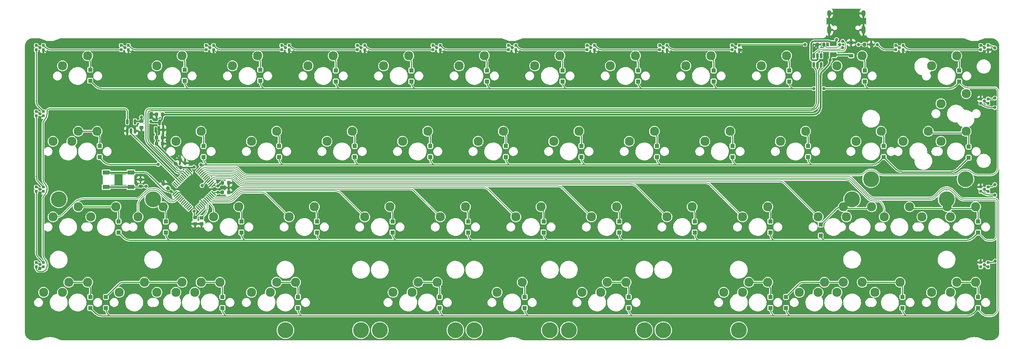
<source format=gbr>
%TF.GenerationSoftware,KiCad,Pcbnew,(7.0.0)*%
%TF.CreationDate,2023-11-22T13:33:22+01:00*%
%TF.ProjectId,forti,666f7274-692e-46b6-9963-61645f706362,rev?*%
%TF.SameCoordinates,Original*%
%TF.FileFunction,Copper,L2,Bot*%
%TF.FilePolarity,Positive*%
%FSLAX46Y46*%
G04 Gerber Fmt 4.6, Leading zero omitted, Abs format (unit mm)*
G04 Created by KiCad (PCBNEW (7.0.0)) date 2023-11-22 13:33:22*
%MOMM*%
%LPD*%
G01*
G04 APERTURE LIST*
G04 Aperture macros list*
%AMRoundRect*
0 Rectangle with rounded corners*
0 $1 Rounding radius*
0 $2 $3 $4 $5 $6 $7 $8 $9 X,Y pos of 4 corners*
0 Add a 4 corners polygon primitive as box body*
4,1,4,$2,$3,$4,$5,$6,$7,$8,$9,$2,$3,0*
0 Add four circle primitives for the rounded corners*
1,1,$1+$1,$2,$3*
1,1,$1+$1,$4,$5*
1,1,$1+$1,$6,$7*
1,1,$1+$1,$8,$9*
0 Add four rect primitives between the rounded corners*
20,1,$1+$1,$2,$3,$4,$5,0*
20,1,$1+$1,$4,$5,$6,$7,0*
20,1,$1+$1,$6,$7,$8,$9,0*
20,1,$1+$1,$8,$9,$2,$3,0*%
G04 Aperture macros list end*
%TA.AperFunction,ComponentPad*%
%ADD10O,1.000000X2.100000*%
%TD*%
%TA.AperFunction,ComponentPad*%
%ADD11O,1.000000X1.600000*%
%TD*%
%TA.AperFunction,ComponentPad*%
%ADD12C,2.300000*%
%TD*%
%TA.AperFunction,ComponentPad*%
%ADD13C,4.000000*%
%TD*%
%TA.AperFunction,SMDPad,CuDef*%
%ADD14RoundRect,0.105000X0.245000X0.245000X-0.245000X0.245000X-0.245000X-0.245000X0.245000X-0.245000X0*%
%TD*%
%TA.AperFunction,SMDPad,CuDef*%
%ADD15RoundRect,0.250000X0.300000X-0.300000X0.300000X0.300000X-0.300000X0.300000X-0.300000X-0.300000X0*%
%TD*%
%TA.AperFunction,SMDPad,CuDef*%
%ADD16RoundRect,0.200000X-0.200000X-0.275000X0.200000X-0.275000X0.200000X0.275000X-0.200000X0.275000X0*%
%TD*%
%TA.AperFunction,SMDPad,CuDef*%
%ADD17RoundRect,0.200000X0.200000X0.275000X-0.200000X0.275000X-0.200000X-0.275000X0.200000X-0.275000X0*%
%TD*%
%TA.AperFunction,SMDPad,CuDef*%
%ADD18RoundRect,0.105000X-0.245000X-0.245000X0.245000X-0.245000X0.245000X0.245000X-0.245000X0.245000X0*%
%TD*%
%TA.AperFunction,SMDPad,CuDef*%
%ADD19RoundRect,0.150000X0.150000X-0.512500X0.150000X0.512500X-0.150000X0.512500X-0.150000X-0.512500X0*%
%TD*%
%TA.AperFunction,SMDPad,CuDef*%
%ADD20R,1.800000X1.100000*%
%TD*%
%TA.AperFunction,SMDPad,CuDef*%
%ADD21RoundRect,0.225000X-0.250000X0.225000X-0.250000X-0.225000X0.250000X-0.225000X0.250000X0.225000X0*%
%TD*%
%TA.AperFunction,SMDPad,CuDef*%
%ADD22RoundRect,0.225000X0.335876X0.017678X0.017678X0.335876X-0.335876X-0.017678X-0.017678X-0.335876X0*%
%TD*%
%TA.AperFunction,SMDPad,CuDef*%
%ADD23RoundRect,0.225000X0.375000X-0.225000X0.375000X0.225000X-0.375000X0.225000X-0.375000X-0.225000X0*%
%TD*%
%TA.AperFunction,SMDPad,CuDef*%
%ADD24RoundRect,0.225000X-0.225000X-0.250000X0.225000X-0.250000X0.225000X0.250000X-0.225000X0.250000X0*%
%TD*%
%TA.AperFunction,SMDPad,CuDef*%
%ADD25RoundRect,0.070000X0.521491X-0.422496X-0.422496X0.521491X-0.521491X0.422496X0.422496X-0.521491X0*%
%TD*%
%TA.AperFunction,SMDPad,CuDef*%
%ADD26RoundRect,0.070000X0.521491X0.422496X0.422496X0.521491X-0.521491X-0.422496X-0.422496X-0.521491X0*%
%TD*%
%TA.AperFunction,SMDPad,CuDef*%
%ADD27RoundRect,0.150000X0.150000X-0.587500X0.150000X0.587500X-0.150000X0.587500X-0.150000X-0.587500X0*%
%TD*%
%TA.AperFunction,SMDPad,CuDef*%
%ADD28RoundRect,0.225000X0.225000X0.250000X-0.225000X0.250000X-0.225000X-0.250000X0.225000X-0.250000X0*%
%TD*%
%TA.AperFunction,SMDPad,CuDef*%
%ADD29RoundRect,0.200000X0.275000X-0.200000X0.275000X0.200000X-0.275000X0.200000X-0.275000X-0.200000X0*%
%TD*%
%TA.AperFunction,SMDPad,CuDef*%
%ADD30RoundRect,0.225000X0.017678X-0.335876X0.335876X-0.017678X-0.017678X0.335876X-0.335876X0.017678X0*%
%TD*%
%TA.AperFunction,SMDPad,CuDef*%
%ADD31RoundRect,0.225000X0.250000X-0.225000X0.250000X0.225000X-0.250000X0.225000X-0.250000X-0.225000X0*%
%TD*%
%TA.AperFunction,SMDPad,CuDef*%
%ADD32RoundRect,0.250000X-0.625000X0.375000X-0.625000X-0.375000X0.625000X-0.375000X0.625000X0.375000X0*%
%TD*%
%TA.AperFunction,ViaPad*%
%ADD33C,0.800000*%
%TD*%
%TA.AperFunction,Conductor*%
%ADD34C,0.250000*%
%TD*%
%TA.AperFunction,Conductor*%
%ADD35C,0.200000*%
%TD*%
%TA.AperFunction,Conductor*%
%ADD36C,0.381000*%
%TD*%
G04 APERTURE END LIST*
D10*
%TO.P,J2,S1,SHIELD*%
%TO.N,GND*%
X238589114Y-29655155D03*
D11*
X238589114Y-25475155D03*
D10*
X229949114Y-29655155D03*
D11*
X229949114Y-25475155D03*
%TD*%
D12*
%TO.P,MX50,1,1*%
%TO.N,COL9*%
X227171250Y-95885000D03*
%TO.P,MX50,2,2*%
%TO.N,Net-(D44-A)*%
X233521250Y-93345000D03*
%TD*%
%TO.P,MX23,1,1*%
%TO.N,COL10*%
X236696250Y-57785000D03*
%TO.P,MX23,2,2*%
%TO.N,Net-(D23-A)*%
X243046250Y-55245000D03*
%TD*%
%TO.P,MX51,1,1*%
%TO.N,COL11*%
X255746250Y-95885000D03*
%TO.P,MX51,2,2*%
%TO.N,Net-(D46-A)*%
X262096250Y-93345000D03*
%TD*%
%TO.P,MX39,1,1*%
%TO.N,COL2*%
X70008750Y-95885000D03*
%TO.P,MX39,2,2*%
%TO.N,Net-(D39-A)*%
X76358750Y-93345000D03*
%TD*%
%TO.P,MXshift2.25,1,1*%
%TO.N,COL0*%
X43815000Y-76835000D03*
%TO.P,MXshift2.25,2,2*%
%TO.N,Net-(D25-A)*%
X50165000Y-74295000D03*
%TD*%
%TO.P,MX27,1,1*%
%TO.N,COL2*%
X74771250Y-76835000D03*
%TO.P,MX27,2,2*%
%TO.N,Net-(D27-A)*%
X81121250Y-74295000D03*
%TD*%
%TO.P,MX11,1,1*%
%TO.N,COL10*%
X231933750Y-38735000D03*
%TO.P,MX11,2,2*%
%TO.N,Net-(D11-A)*%
X238283750Y-36195000D03*
%TD*%
%TO.P,MX53,1,1*%
%TO.N,COL3*%
X84296250Y-95885000D03*
%TO.P,MX53,2,2*%
%TO.N,Net-(D41-A)*%
X90646250Y-93345000D03*
%TD*%
%TO.P,MXenter2.25,1,1*%
%TO.N,COL11*%
X248602500Y-57785000D03*
%TO.P,MXenter2.25,2,2*%
%TO.N,Net-(D24-A)*%
X254952500Y-55245000D03*
%TD*%
D13*
%TO.P,S1,*%
%TO.N,*%
X207168750Y-105410000D03*
X92868750Y-105410000D03*
%TD*%
D12*
%TO.P,MX54,1,1*%
%TO.N,COL8*%
X208121250Y-95885000D03*
%TO.P,MX54,2,2*%
%TO.N,Net-(D43-A)*%
X214471250Y-93345000D03*
%TD*%
%TO.P,MX31,1,1*%
%TO.N,COL6*%
X150971250Y-76835000D03*
%TO.P,MX31,2,2*%
%TO.N,Net-(D31-A)*%
X157321250Y-74295000D03*
%TD*%
%TO.P,MX16,1,1*%
%TO.N,COL3*%
X103346250Y-57785000D03*
%TO.P,MX16,2,2*%
%TO.N,Net-(D16-A)*%
X109696250Y-55245000D03*
%TD*%
%TO.P,MX47,1,1*%
%TO.N,COL11*%
X260508750Y-76835000D03*
%TO.P,MX47,2,2*%
%TO.N,Net-(D36-A)*%
X266858750Y-74295000D03*
%TD*%
%TO.P,MX35,1,1*%
%TO.N,COL10*%
X227171250Y-76835000D03*
%TO.P,MX35,2,2*%
%TO.N,Net-(D35-A)*%
X233521250Y-74295000D03*
%TD*%
%TO.P,MXsplit2.75(1)1,1,1*%
%TO.N,COL7*%
X167640000Y-95885000D03*
%TO.P,MXsplit2.75(1)1,2,2*%
%TO.N,Net-(D47-A)*%
X173990000Y-93345000D03*
%TD*%
D13*
%TO.P,shift2.25,*%
%TO.N,*%
X35718750Y-72390000D03*
X59531250Y-72390000D03*
%TD*%
D12*
%TO.P,MX8,1,1*%
%TO.N,COL7*%
X174783750Y-38735000D03*
%TO.P,MX8,2,2*%
%TO.N,Net-(D8-A)*%
X181133750Y-36195000D03*
%TD*%
%TO.P,MX13,1,1*%
%TO.N,COL0*%
X39052500Y-57785000D03*
%TO.P,MX13,2,2*%
%TO.N,Net-(D13-A)*%
X45402500Y-55245000D03*
%TD*%
%TO.P,MX32,1,1*%
%TO.N,COL7*%
X170021250Y-76835000D03*
%TO.P,MX32,2,2*%
%TO.N,Net-(D32-A)*%
X176371250Y-74295000D03*
%TD*%
%TO.P,MXISO1,1,1*%
%TO.N,COL11*%
X258127500Y-48260000D03*
%TO.P,MXISO1,2,2*%
%TO.N,Net-(D12-A)*%
X264477500Y-45720000D03*
%TD*%
%TO.P,MX21,1,1*%
%TO.N,COL8*%
X198596250Y-57785000D03*
%TO.P,MX21,2,2*%
%TO.N,Net-(D21-A)*%
X204946250Y-55245000D03*
%TD*%
%TO.P,MXsplit2.75,1,1*%
%TO.N,COL5*%
X124777500Y-95885000D03*
%TO.P,MXsplit2.75,2,2*%
%TO.N,Net-(D40-A)*%
X131127500Y-93345000D03*
%TD*%
%TO.P,MX4,1,1*%
%TO.N,COL3*%
X98583750Y-38735000D03*
%TO.P,MX4,2,2*%
%TO.N,Net-(D4-A)*%
X104933750Y-36195000D03*
%TD*%
%TO.P,MX41,1,1*%
%TO.N,COL3*%
X89058750Y-95885000D03*
%TO.P,MX41,2,2*%
%TO.N,Net-(D41-A)*%
X95408750Y-93345000D03*
%TD*%
%TO.P,MX30,1,1*%
%TO.N,COL5*%
X131921250Y-76835000D03*
%TO.P,MX30,2,2*%
%TO.N,Net-(D30-A)*%
X138271250Y-74295000D03*
%TD*%
%TO.P,MX1,1,1*%
%TO.N,COL0*%
X36671250Y-38735000D03*
%TO.P,MX1,2,2*%
%TO.N,Net-(D1-A)*%
X43021250Y-36195000D03*
%TD*%
%TO.P,MX34,1,1*%
%TO.N,COL9*%
X208121250Y-76835000D03*
%TO.P,MX34,2,2*%
%TO.N,Net-(D34-A)*%
X214471250Y-74295000D03*
%TD*%
%TO.P,MX25,1,1*%
%TO.N,COL0*%
X34290000Y-76835000D03*
%TO.P,MX25,2,2*%
%TO.N,Net-(D25-A)*%
X40640000Y-74295000D03*
%TD*%
D13*
%TO.P,enter2.25,*%
%TO.N,*%
X264318750Y-67310000D03*
X240506250Y-67310000D03*
%TD*%
D12*
%TO.P,MX29,1,1*%
%TO.N,COL4*%
X112871250Y-76835000D03*
%TO.P,MX29,2,2*%
%TO.N,Net-(D29-A)*%
X119221250Y-74295000D03*
%TD*%
%TO.P,MX55,1,1*%
%TO.N,COL10*%
X231933750Y-95885000D03*
%TO.P,MX55,2,2*%
%TO.N,Net-(D45-A)*%
X238283750Y-93345000D03*
%TD*%
%TO.P,MX22,1,1*%
%TO.N,COL9*%
X217646250Y-57785000D03*
%TO.P,MX22,2,2*%
%TO.N,Net-(D22-A)*%
X223996250Y-55245000D03*
%TD*%
%TO.P,MX17,1,1*%
%TO.N,COL4*%
X122396250Y-57785000D03*
%TO.P,MX17,2,2*%
%TO.N,Net-(D17-A)*%
X128746250Y-55245000D03*
%TD*%
%TO.P,MX42,1,1*%
%TO.N,COL6*%
X146208750Y-95885000D03*
%TO.P,MX42,2,2*%
%TO.N,Net-(D42-A)*%
X152558750Y-93345000D03*
%TD*%
D13*
%TO.P,S4,*%
%TO.N,*%
X135731250Y-105410000D03*
X111918750Y-105410000D03*
%TD*%
D12*
%TO.P,MX49,1,1*%
%TO.N,COL2*%
X65246250Y-95885000D03*
%TO.P,MX49,2,2*%
%TO.N,Net-(D39-A)*%
X71596250Y-93345000D03*
%TD*%
%TO.P,MX40,1,1*%
%TO.N,COL10*%
X234315000Y-76835000D03*
%TO.P,MX40,2,2*%
%TO.N,Net-(D35-A)*%
X240665000Y-74295000D03*
%TD*%
%TO.P,MX26,1,1*%
%TO.N,COL1*%
X55721250Y-76835000D03*
%TO.P,MX26,2,2*%
%TO.N,Net-(D26-A)*%
X62071250Y-74295000D03*
%TD*%
%TO.P,MX3,1,1*%
%TO.N,COL2*%
X79533750Y-38735000D03*
%TO.P,MX3,2,2*%
%TO.N,Net-(D3-A)*%
X85883750Y-36195000D03*
%TD*%
D13*
%TO.P,S2,*%
%TO.N,*%
X188118750Y-105410000D03*
X164306250Y-105410000D03*
%TD*%
D12*
%TO.P,MX36,1,1*%
%TO.N,COL11*%
X253365000Y-76835000D03*
%TO.P,MX36,2,2*%
%TO.N,Net-(D36-A)*%
X259715000Y-74295000D03*
%TD*%
%TO.P,MX24,1,1*%
%TO.N,COL11*%
X258127500Y-57785000D03*
%TO.P,MX24,2,2*%
%TO.N,Net-(D24-A)*%
X264477500Y-55245000D03*
%TD*%
D13*
%TO.P,S5,*%
%TO.N,*%
X183356250Y-105410000D03*
X159543750Y-105410000D03*
%TD*%
D12*
%TO.P,MX52,1,1*%
%TO.N,COL1*%
X60483750Y-95885000D03*
%TO.P,MX52,2,2*%
%TO.N,Net-(D38-A)*%
X66833750Y-93345000D03*
%TD*%
%TO.P,MX33,1,1*%
%TO.N,COL8*%
X189071250Y-76835000D03*
%TO.P,MX33,2,2*%
%TO.N,Net-(D33-A)*%
X195421250Y-74295000D03*
%TD*%
%TO.P,MX5,1,1*%
%TO.N,COL4*%
X117633750Y-38735000D03*
%TO.P,MX5,2,2*%
%TO.N,Net-(D5-A)*%
X123983750Y-36195000D03*
%TD*%
%TO.P,MX44,1,1*%
%TO.N,COL9*%
X222408750Y-95885000D03*
%TO.P,MX44,2,2*%
%TO.N,Net-(D44-A)*%
X228758750Y-93345000D03*
%TD*%
D13*
%TO.P,S3,*%
%TO.N,*%
X140493750Y-105410000D03*
X116681250Y-105410000D03*
%TD*%
D12*
%TO.P,MXsplit2.25(1)1,1,1*%
%TO.N,COL5*%
X120015000Y-95885000D03*
%TO.P,MXsplit2.25(1)1,2,2*%
%TO.N,Net-(D40-A)*%
X126365000Y-93345000D03*
%TD*%
%TO.P,MX28,1,1*%
%TO.N,COL3*%
X93821250Y-76835000D03*
%TO.P,MX28,2,2*%
%TO.N,Net-(D28-A)*%
X100171250Y-74295000D03*
%TD*%
%TO.P,MX18,1,1*%
%TO.N,COL5*%
X141446250Y-57785000D03*
%TO.P,MX18,2,2*%
%TO.N,Net-(D18-A)*%
X147796250Y-55245000D03*
%TD*%
%TO.P,MXcaps1,1,1*%
%TO.N,COL0*%
X34290000Y-57785000D03*
%TO.P,MXcaps1,2,2*%
%TO.N,Net-(D13-A)*%
X40640000Y-55245000D03*
%TD*%
%TO.P,MX48,1,1*%
%TO.N,COL0*%
X36671250Y-95885000D03*
%TO.P,MX48,2,2*%
%TO.N,Net-(D37-A)*%
X43021250Y-93345000D03*
%TD*%
%TO.P,MX15,1,1*%
%TO.N,COL2*%
X84296250Y-57785000D03*
%TO.P,MX15,2,2*%
%TO.N,Net-(D15-A)*%
X90646250Y-55245000D03*
%TD*%
%TO.P,MX46,1,1*%
%TO.N,COL11*%
X260508750Y-95885000D03*
%TO.P,MX46,2,2*%
%TO.N,Net-(D46-A)*%
X266858750Y-93345000D03*
%TD*%
%TO.P,MX37,1,1*%
%TO.N,COL0*%
X31908750Y-95885000D03*
%TO.P,MX37,2,2*%
%TO.N,Net-(D37-A)*%
X38258750Y-93345000D03*
%TD*%
D13*
%TO.P,shift2.75,*%
%TO.N,*%
X235743750Y-72390000D03*
X259556250Y-72390000D03*
%TD*%
D12*
%TO.P,MX10,1,1*%
%TO.N,COL9*%
X212883750Y-38735000D03*
%TO.P,MX10,2,2*%
%TO.N,Net-(D10-A)*%
X219233750Y-36195000D03*
%TD*%
%TO.P,MX9,1,1*%
%TO.N,COL8*%
X193833750Y-38735000D03*
%TO.P,MX9,2,2*%
%TO.N,Net-(D9-A)*%
X200183750Y-36195000D03*
%TD*%
%TO.P,MX45,1,1*%
%TO.N,COL10*%
X241458750Y-95885000D03*
%TO.P,MX45,2,2*%
%TO.N,Net-(D45-A)*%
X247808750Y-93345000D03*
%TD*%
%TO.P,MX20,1,1*%
%TO.N,COL7*%
X179546250Y-57785000D03*
%TO.P,MX20,2,2*%
%TO.N,Net-(D20-A)*%
X185896250Y-55245000D03*
%TD*%
%TO.P,MX6,1,1*%
%TO.N,COL5*%
X136683750Y-38735000D03*
%TO.P,MX6,2,2*%
%TO.N,Net-(D6-A)*%
X143033750Y-36195000D03*
%TD*%
%TO.P,MXshift2.75,1,1*%
%TO.N,COL11*%
X243840000Y-76835000D03*
%TO.P,MXshift2.75,2,2*%
%TO.N,Net-(D36-A)*%
X250190000Y-74295000D03*
%TD*%
%TO.P,MX12,1,1*%
%TO.N,COL11*%
X255746250Y-38735000D03*
%TO.P,MX12,2,2*%
%TO.N,Net-(D12-A)*%
X262096250Y-36195000D03*
%TD*%
%TO.P,MX19,1,1*%
%TO.N,COL6*%
X160496250Y-57785000D03*
%TO.P,MX19,2,2*%
%TO.N,Net-(D19-A)*%
X166846250Y-55245000D03*
%TD*%
%TO.P,MXsplit2.25,1,1*%
%TO.N,COL7*%
X172402500Y-95885000D03*
%TO.P,MXsplit2.25,2,2*%
%TO.N,Net-(D47-A)*%
X178752500Y-93345000D03*
%TD*%
%TO.P,MX7,1,1*%
%TO.N,COL6*%
X155733750Y-38735000D03*
%TO.P,MX7,2,2*%
%TO.N,Net-(D7-A)*%
X162083750Y-36195000D03*
%TD*%
%TO.P,MX14,1,1*%
%TO.N,COL1*%
X65246250Y-57785000D03*
%TO.P,MX14,2,2*%
%TO.N,Net-(D14-A)*%
X71596250Y-55245000D03*
%TD*%
%TO.P,MX43,1,1*%
%TO.N,COL8*%
X203358750Y-95885000D03*
%TO.P,MX43,2,2*%
%TO.N,Net-(D43-A)*%
X209708750Y-93345000D03*
%TD*%
%TO.P,MX38,1,1*%
%TO.N,COL1*%
X50958750Y-95885000D03*
%TO.P,MX38,2,2*%
%TO.N,Net-(D38-A)*%
X57308750Y-93345000D03*
%TD*%
%TO.P,MX2,1,1*%
%TO.N,COL1*%
X60483750Y-38735000D03*
%TO.P,MX2,2,2*%
%TO.N,Net-(D2-A)*%
X66833750Y-36195000D03*
%TD*%
D14*
%TO.P,LED2,1,DOUT*%
%TO.N,Net-(LED1-DIN)*%
X31871250Y-69300000D03*
%TO.P,LED2,2,VSS*%
%TO.N,GND*%
X31871250Y-70400000D03*
%TO.P,LED2,3,DIN*%
%TO.N,Net-(LED2-DIN)*%
X30041250Y-70400000D03*
%TO.P,LED2,4,VDD*%
%TO.N,+5V*%
X30041250Y-69300000D03*
%TD*%
D15*
%TO.P,D29,1,K*%
%TO.N,ROW2*%
X119856250Y-80775000D03*
%TO.P,D29,2,A*%
%TO.N,Net-(D29-A)*%
X119856250Y-77975000D03*
%TD*%
%TO.P,D36,1,K*%
%TO.N,ROW2*%
X267493750Y-80775000D03*
%TO.P,D36,2,A*%
%TO.N,Net-(D36-A)*%
X267493750Y-77975000D03*
%TD*%
%TO.P,D13,1,K*%
%TO.N,ROW1*%
X46037500Y-61725000D03*
%TO.P,D13,2,A*%
%TO.N,Net-(D13-A)*%
X46037500Y-58925000D03*
%TD*%
D14*
%TO.P,LED23,1,DOUT*%
%TO.N,Net-(LED22-DIN)*%
X150933750Y-33581250D03*
%TO.P,LED23,2,VSS*%
%TO.N,GND*%
X150933750Y-34681250D03*
%TO.P,LED23,3,DIN*%
%TO.N,Net-(LED23-DIN)*%
X149103750Y-34681250D03*
%TO.P,LED23,4,VDD*%
%TO.N,+5V*%
X149103750Y-33581250D03*
%TD*%
D15*
%TO.P,D40,1,K*%
%TO.N,ROW3*%
X131762500Y-99825000D03*
%TO.P,D40,2,A*%
%TO.N,Net-(D40-A)*%
X131762500Y-97025000D03*
%TD*%
%TO.P,D20,1,K*%
%TO.N,ROW1*%
X186531250Y-61725000D03*
%TO.P,D20,2,A*%
%TO.N,Net-(D20-A)*%
X186531250Y-58925000D03*
%TD*%
%TO.P,D26,1,K*%
%TO.N,ROW2*%
X62706250Y-80775000D03*
%TO.P,D26,2,A*%
%TO.N,Net-(D26-A)*%
X62706250Y-77975000D03*
%TD*%
D16*
%TO.P,R1,1*%
%TO.N,/CC1*%
X238887500Y-33337500D03*
%TO.P,R1,2*%
%TO.N,GND*%
X240537500Y-33337500D03*
%TD*%
D15*
%TO.P,D22,1,K*%
%TO.N,ROW1*%
X224631250Y-61725000D03*
%TO.P,D22,2,A*%
%TO.N,Net-(D22-A)*%
X224631250Y-58925000D03*
%TD*%
D14*
%TO.P,LED25,1,DOUT*%
%TO.N,Net-(LED24-DIN)*%
X93783750Y-33581250D03*
%TO.P,LED25,2,VSS*%
%TO.N,GND*%
X93783750Y-34681250D03*
%TO.P,LED25,3,DIN*%
%TO.N,Net-(LED25-DIN)*%
X91953750Y-34681250D03*
%TO.P,LED25,4,VDD*%
%TO.N,+5V*%
X91953750Y-33581250D03*
%TD*%
D15*
%TO.P,D32,1,K*%
%TO.N,ROW2*%
X177006250Y-80775000D03*
%TO.P,D32,2,A*%
%TO.N,Net-(D32-A)*%
X177006250Y-77975000D03*
%TD*%
D17*
%TO.P,R2,1*%
%TO.N,/CC2*%
X228631250Y-33337500D03*
%TO.P,R2,2*%
%TO.N,GND*%
X226981250Y-33337500D03*
%TD*%
D14*
%TO.P,LED30,1,DOUT*%
%TO.N,Net-(LED23-DIN)*%
X131883750Y-33581250D03*
%TO.P,LED30,2,VSS*%
%TO.N,GND*%
X131883750Y-34681250D03*
%TO.P,LED30,3,DIN*%
%TO.N,Net-(LED24-DOUT)*%
X130053750Y-34681250D03*
%TO.P,LED30,4,VDD*%
%TO.N,+5V*%
X130053750Y-33581250D03*
%TD*%
%TO.P,LED21,1,DOUT*%
%TO.N,Net-(LED20-DIN)*%
X189033750Y-33581250D03*
%TO.P,LED21,2,VSS*%
%TO.N,GND*%
X189033750Y-34681250D03*
%TO.P,LED21,3,DIN*%
%TO.N,Net-(LED21-DIN)*%
X187203750Y-34681250D03*
%TO.P,LED21,4,VDD*%
%TO.N,+5V*%
X187203750Y-33581250D03*
%TD*%
D15*
%TO.P,D15,1,K*%
%TO.N,ROW1*%
X91281250Y-61725000D03*
%TO.P,D15,2,A*%
%TO.N,Net-(D15-A)*%
X91281250Y-58925000D03*
%TD*%
%TO.P,D41,1,K*%
%TO.N,ROW3*%
X96043750Y-99825000D03*
%TO.P,D41,2,A*%
%TO.N,Net-(D41-A)*%
X96043750Y-97025000D03*
%TD*%
D14*
%TO.P,LED20,1,DOUT*%
%TO.N,Net-(LED19-DIN)*%
X207290000Y-33581250D03*
%TO.P,LED20,2,VSS*%
%TO.N,GND*%
X207290000Y-34681250D03*
%TO.P,LED20,3,DIN*%
%TO.N,Net-(LED20-DIN)*%
X205460000Y-34681250D03*
%TO.P,LED20,4,VDD*%
%TO.N,+5V*%
X205460000Y-33581250D03*
%TD*%
D15*
%TO.P,D31,1,K*%
%TO.N,ROW2*%
X157956250Y-80775000D03*
%TO.P,D31,2,A*%
%TO.N,Net-(D31-A)*%
X157956250Y-77975000D03*
%TD*%
%TO.P,D21,1,K*%
%TO.N,ROW1*%
X205581250Y-61725000D03*
%TO.P,D21,2,A*%
%TO.N,Net-(D21-A)*%
X205581250Y-58925000D03*
%TD*%
%TO.P,D4,1,K*%
%TO.N,ROW0*%
X105568750Y-42675000D03*
%TO.P,D4,2,A*%
%TO.N,Net-(D4-A)*%
X105568750Y-39875000D03*
%TD*%
%TO.P,D9,1,K*%
%TO.N,ROW0*%
X200818750Y-42675000D03*
%TO.P,D9,2,A*%
%TO.N,Net-(D9-A)*%
X200818750Y-39875000D03*
%TD*%
%TO.P,D34,1,K*%
%TO.N,ROW2*%
X215106250Y-80775000D03*
%TO.P,D34,2,A*%
%TO.N,Net-(D34-A)*%
X215106250Y-77975000D03*
%TD*%
%TO.P,D24,1,K*%
%TO.N,ROW1*%
X265112500Y-61912500D03*
%TO.P,D24,2,A*%
%TO.N,Net-(D24-A)*%
X265112500Y-59112500D03*
%TD*%
%TO.P,D27,1,K*%
%TO.N,ROW2*%
X81756250Y-80775000D03*
%TO.P,D27,2,A*%
%TO.N,Net-(D27-A)*%
X81756250Y-77975000D03*
%TD*%
D18*
%TO.P,LED16,1,DOUT*%
%TO.N,Net-(LED15-DIN)*%
X268166250Y-70400000D03*
%TO.P,LED16,2,VSS*%
%TO.N,GND*%
X268166250Y-69300000D03*
%TO.P,LED16,3,DIN*%
%TO.N,Net-(LED16-DIN)*%
X269996250Y-69300000D03*
%TO.P,LED16,4,VDD*%
%TO.N,+5V*%
X269996250Y-70400000D03*
%TD*%
D15*
%TO.P,D16,1,K*%
%TO.N,ROW1*%
X110331250Y-61725000D03*
%TO.P,D16,2,A*%
%TO.N,Net-(D16-A)*%
X110331250Y-58925000D03*
%TD*%
D14*
%TO.P,LED26,1,DOUT*%
%TO.N,Net-(LED25-DIN)*%
X74733750Y-33581250D03*
%TO.P,LED26,2,VSS*%
%TO.N,GND*%
X74733750Y-34681250D03*
%TO.P,LED26,3,DIN*%
%TO.N,Net-(LED26-DIN)*%
X72903750Y-34681250D03*
%TO.P,LED26,4,VDD*%
%TO.N,+5V*%
X72903750Y-33581250D03*
%TD*%
D15*
%TO.P,D3,1,K*%
%TO.N,ROW0*%
X86518750Y-42487500D03*
%TO.P,D3,2,A*%
%TO.N,Net-(D3-A)*%
X86518750Y-39687500D03*
%TD*%
D19*
%TO.P,U4,1*%
%TO.N,GND*%
X54925000Y-55112500D03*
%TO.P,U4,2*%
%TO.N,RGB MCU*%
X53975000Y-55112500D03*
%TO.P,U4,3,GND*%
%TO.N,GND*%
X53025000Y-55112500D03*
%TO.P,U4,4*%
%TO.N,rgb underglow*%
X53025000Y-52837500D03*
%TO.P,U4,5,VCC*%
%TO.N,+5V*%
X54925000Y-52837500D03*
%TD*%
D15*
%TO.P,D42,1,K*%
%TO.N,ROW3*%
X153193750Y-99825000D03*
%TO.P,D42,2,A*%
%TO.N,Net-(D42-A)*%
X153193750Y-97025000D03*
%TD*%
%TO.P,D28,1,K*%
%TO.N,ROW2*%
X100806250Y-80775000D03*
%TO.P,D28,2,A*%
%TO.N,Net-(D28-A)*%
X100806250Y-77975000D03*
%TD*%
D20*
%TO.P,SW2,1,1*%
%TO.N,+3V3*%
X53899999Y-65618749D03*
X47699999Y-65618749D03*
%TO.P,SW2,2,2*%
%TO.N,BOOT0*%
X53899999Y-69318749D03*
X47699999Y-69318749D03*
%TD*%
D15*
%TO.P,D10,1,K*%
%TO.N,ROW0*%
X219868750Y-42675000D03*
%TO.P,D10,2,A*%
%TO.N,Net-(D10-A)*%
X219868750Y-39875000D03*
%TD*%
D14*
%TO.P,LED31,1,DOUT*%
%TO.N,Net-(LED26-DIN)*%
X53302500Y-33581250D03*
%TO.P,LED31,2,VSS*%
%TO.N,GND*%
X53302500Y-34681250D03*
%TO.P,LED31,3,DIN*%
%TO.N,Net-(LED27-DOUT)*%
X51472500Y-34681250D03*
%TO.P,LED31,4,VDD*%
%TO.N,+5V*%
X51472500Y-33581250D03*
%TD*%
D21*
%TO.P,C8,1*%
%TO.N,+3V3*%
X70105094Y-77012500D03*
%TO.P,C8,2*%
%TO.N,GND*%
X70105094Y-78562500D03*
%TD*%
D22*
%TO.P,C5,1*%
%TO.N,+3V3*%
X63254258Y-69604258D03*
%TO.P,C5,2*%
%TO.N,GND*%
X62158242Y-68508242D03*
%TD*%
D23*
%TO.P,D_PWR1,1,A1*%
%TO.N,+5V*%
X235493750Y-36172840D03*
%TO.P,D_PWR1,2,A2*%
%TO.N,GND*%
X235493750Y-32872840D03*
%TD*%
D15*
%TO.P,D38,1,K*%
%TO.N,ROW3*%
X47625000Y-99825000D03*
%TO.P,D38,2,A*%
%TO.N,Net-(D38-A)*%
X47625000Y-97025000D03*
%TD*%
D14*
%TO.P,LED1,1,DOUT*%
%TO.N,Net-(LED1-DOUT)*%
X31871250Y-50250000D03*
%TO.P,LED1,2,VSS*%
%TO.N,GND*%
X31871250Y-51350000D03*
%TO.P,LED1,3,DIN*%
%TO.N,Net-(LED1-DIN)*%
X30041250Y-51350000D03*
%TO.P,LED1,4,VDD*%
%TO.N,+5V*%
X30041250Y-50250000D03*
%TD*%
D15*
%TO.P,D43,1,K*%
%TO.N,ROW3*%
X215106250Y-99825000D03*
%TO.P,D43,2,A*%
%TO.N,Net-(D43-A)*%
X215106250Y-97025000D03*
%TD*%
%TO.P,D2,1,K*%
%TO.N,ROW0*%
X67468750Y-42487500D03*
%TO.P,D2,2,A*%
%TO.N,Net-(D2-A)*%
X67468750Y-39687500D03*
%TD*%
D24*
%TO.P,C9,1*%
%TO.N,+3V3*%
X77012500Y-70643750D03*
%TO.P,C9,2*%
%TO.N,GND*%
X78562500Y-70643750D03*
%TD*%
D15*
%TO.P,D23,1,K*%
%TO.N,ROW1*%
X243681250Y-61725000D03*
%TO.P,D23,2,A*%
%TO.N,Net-(D23-A)*%
X243681250Y-58925000D03*
%TD*%
%TO.P,D1,1,K*%
%TO.N,ROW0*%
X43656250Y-42487500D03*
%TO.P,D1,2,A*%
%TO.N,Net-(D1-A)*%
X43656250Y-39687500D03*
%TD*%
%TO.P,D39,1,K*%
%TO.N,ROW3*%
X76993750Y-99825000D03*
%TO.P,D39,2,A*%
%TO.N,Net-(D39-A)*%
X76993750Y-97025000D03*
%TD*%
%TO.P,D30,1,K*%
%TO.N,ROW2*%
X138906250Y-80775000D03*
%TO.P,D30,2,A*%
%TO.N,Net-(D30-A)*%
X138906250Y-77975000D03*
%TD*%
D14*
%TO.P,LED19,1,DOUT*%
%TO.N,Net-(LED18-DIN)*%
X248565000Y-33581250D03*
%TO.P,LED19,2,VSS*%
%TO.N,GND*%
X248565000Y-34681250D03*
%TO.P,LED19,3,DIN*%
%TO.N,Net-(LED19-DIN)*%
X246735000Y-34681250D03*
%TO.P,LED19,4,VDD*%
%TO.N,+5V*%
X246735000Y-33581250D03*
%TD*%
D18*
%TO.P,LED15,1,DOUT*%
%TO.N,unconnected-(LED15-DOUT-Pad1)*%
X268166250Y-89450000D03*
%TO.P,LED15,2,VSS*%
%TO.N,GND*%
X268166250Y-88350000D03*
%TO.P,LED15,3,DIN*%
%TO.N,Net-(LED15-DIN)*%
X269996250Y-88350000D03*
%TO.P,LED15,4,VDD*%
%TO.N,+5V*%
X269996250Y-89450000D03*
%TD*%
D25*
%TO.P,U3,1,VBAT*%
%TO.N,+3V3*%
X74737876Y-70848788D03*
%TO.P,U3,2,PC13*%
%TO.N,COL6*%
X74384322Y-71202342D03*
%TO.P,U3,3,PC14*%
%TO.N,COL5*%
X74030769Y-71555895D03*
%TO.P,U3,4,PC15*%
%TO.N,COL4*%
X73677215Y-71909449D03*
%TO.P,U3,5,PF0*%
%TO.N,COL3*%
X73323662Y-72263002D03*
%TO.P,U3,6,PF1*%
%TO.N,COL2*%
X72970109Y-72616555D03*
%TO.P,U3,7,NRST*%
%TO.N,NRST*%
X72616555Y-72970109D03*
%TO.P,U3,8,VSSA*%
%TO.N,GND*%
X72263002Y-73323662D03*
%TO.P,U3,9,VDDA*%
%TO.N,+3V3*%
X71909449Y-73677215D03*
%TO.P,U3,10,PA0*%
%TO.N,unconnected-(U3-PA0-Pad10)*%
X71555895Y-74030769D03*
%TO.P,U3,11,PA1*%
%TO.N,unconnected-(U3-PA1-Pad11)*%
X71202342Y-74384322D03*
%TO.P,U3,12,PA2*%
%TO.N,unconnected-(U3-PA2-Pad12)*%
X70848788Y-74737876D03*
D26*
%TO.P,U3,13,PA3*%
%TO.N,unconnected-(U3-PA3-Pad13)*%
X68851212Y-74737876D03*
%TO.P,U3,14,PA4*%
%TO.N,unconnected-(U3-PA4-Pad14)*%
X68497658Y-74384322D03*
%TO.P,U3,15,PA5*%
%TO.N,unconnected-(U3-PA5-Pad15)*%
X68144105Y-74030769D03*
%TO.P,U3,16,PA6*%
%TO.N,unconnected-(U3-PA6-Pad16)*%
X67790551Y-73677215D03*
%TO.P,U3,17,PA7*%
%TO.N,unconnected-(U3-PA7-Pad17)*%
X67436998Y-73323662D03*
%TO.P,U3,18,PB0*%
%TO.N,unconnected-(U3-PB0-Pad18)*%
X67083445Y-72970109D03*
%TO.P,U3,19,PB1*%
%TO.N,unconnected-(U3-PB1-Pad19)*%
X66729891Y-72616555D03*
%TO.P,U3,20,PB2*%
%TO.N,unconnected-(U3-PB2-Pad20)*%
X66376338Y-72263002D03*
%TO.P,U3,21,PB10*%
%TO.N,COL1*%
X66022785Y-71909449D03*
%TO.P,U3,22,PB11*%
%TO.N,COL0*%
X65669231Y-71555895D03*
%TO.P,U3,23,VSS*%
%TO.N,GND*%
X65315678Y-71202342D03*
%TO.P,U3,24,VDD*%
%TO.N,+3V3*%
X64962124Y-70848788D03*
D25*
%TO.P,U3,25,PB12*%
%TO.N,unconnected-(U3-PB12-Pad25)*%
X64962124Y-68851212D03*
%TO.P,U3,26,PB13*%
%TO.N,unconnected-(U3-PB13-Pad26)*%
X65315678Y-68497658D03*
%TO.P,U3,27,PB14*%
%TO.N,unconnected-(U3-PB14-Pad27)*%
X65669231Y-68144105D03*
%TO.P,U3,28,PB15*%
%TO.N,RGB MCU*%
X66022785Y-67790551D03*
%TO.P,U3,29,PA8*%
%TO.N,unconnected-(U3-PA8-Pad29)*%
X66376338Y-67436998D03*
%TO.P,U3,30,PA9*%
%TO.N,unconnected-(U3-PA9-Pad30)*%
X66729891Y-67083445D03*
%TO.P,U3,31,PA10*%
%TO.N,unconnected-(U3-PA10-Pad31)*%
X67083445Y-66729891D03*
%TO.P,U3,32,PA11*%
%TO.N,D_N*%
X67436998Y-66376338D03*
%TO.P,U3,33,PA12*%
%TO.N,D_P*%
X67790551Y-66022785D03*
%TO.P,U3,34,PA13*%
%TO.N,unconnected-(U3-PA13-Pad34)*%
X68144105Y-65669231D03*
%TO.P,U3,35,VSS*%
%TO.N,GND*%
X68497658Y-65315678D03*
%TO.P,U3,36,VDDIO2*%
%TO.N,+3V3*%
X68851212Y-64962124D03*
D26*
%TO.P,U3,37,PA14*%
%TO.N,ROW1*%
X70848788Y-64962124D03*
%TO.P,U3,38,PA15*%
%TO.N,ROW0*%
X71202342Y-65315678D03*
%TO.P,U3,39,PB3*%
%TO.N,ROW3*%
X71555895Y-65669231D03*
%TO.P,U3,40,PB4*%
%TO.N,ROW2*%
X71909449Y-66022785D03*
%TO.P,U3,41,PB5*%
%TO.N,COL11*%
X72263002Y-66376338D03*
%TO.P,U3,42,PB6*%
%TO.N,COL10*%
X72616555Y-66729891D03*
%TO.P,U3,43,PB7*%
%TO.N,COL9*%
X72970109Y-67083445D03*
%TO.P,U3,44,BOOT0*%
%TO.N,BOOT0*%
X73323662Y-67436998D03*
%TO.P,U3,45,PB8*%
%TO.N,COL8*%
X73677215Y-67790551D03*
%TO.P,U3,46,PB9*%
%TO.N,COL7*%
X74030769Y-68144105D03*
%TO.P,U3,47,VSS*%
%TO.N,GND*%
X74384322Y-68497658D03*
%TO.P,U3,48,VDD*%
%TO.N,+3V3*%
X74737876Y-68851212D03*
%TD*%
D18*
%TO.P,LED17,1,DOUT*%
%TO.N,Net-(LED16-DIN)*%
X268166250Y-48175000D03*
%TO.P,LED17,2,VSS*%
%TO.N,GND*%
X268166250Y-47075000D03*
%TO.P,LED17,3,DIN*%
%TO.N,Net-(LED17-DIN)*%
X269996250Y-47075000D03*
%TO.P,LED17,4,VDD*%
%TO.N,+5V*%
X269996250Y-48175000D03*
%TD*%
D15*
%TO.P,D8,1,K*%
%TO.N,ROW0*%
X181768750Y-42675000D03*
%TO.P,D8,2,A*%
%TO.N,Net-(D8-A)*%
X181768750Y-39875000D03*
%TD*%
D27*
%TO.P,U2,1,GND*%
%TO.N,GND*%
X62068750Y-54912500D03*
%TO.P,U2,2,VO*%
%TO.N,+3V3*%
X60168750Y-54912500D03*
%TO.P,U2,3,VI*%
%TO.N,+5V*%
X61118750Y-53037500D03*
%TD*%
D15*
%TO.P,D11,1,K*%
%TO.N,ROW0*%
X238918750Y-42675000D03*
%TO.P,D11,2,A*%
%TO.N,Net-(D11-A)*%
X238918750Y-39875000D03*
%TD*%
%TO.P,D25,1,K*%
%TO.N,ROW2*%
X50800000Y-80775000D03*
%TO.P,D25,2,A*%
%TO.N,Net-(D25-A)*%
X50800000Y-77975000D03*
%TD*%
D14*
%TO.P,LED18,1,DOUT*%
%TO.N,Net-(LED17-DIN)*%
X269996250Y-33581250D03*
%TO.P,LED18,2,VSS*%
%TO.N,GND*%
X269996250Y-34681250D03*
%TO.P,LED18,3,DIN*%
%TO.N,Net-(LED18-DIN)*%
X268166250Y-34681250D03*
%TO.P,LED18,4,VDD*%
%TO.N,+5V*%
X268166250Y-33581250D03*
%TD*%
%TO.P,LED27,1,DOUT*%
%TO.N,Net-(LED27-DOUT)*%
X31871250Y-33581250D03*
%TO.P,LED27,2,VSS*%
%TO.N,GND*%
X31871250Y-34681250D03*
%TO.P,LED27,3,DIN*%
%TO.N,Net-(LED1-DOUT)*%
X30041250Y-34681250D03*
%TO.P,LED27,4,VDD*%
%TO.N,+5V*%
X30041250Y-33581250D03*
%TD*%
D15*
%TO.P,D35,1,K*%
%TO.N,ROW2*%
X227806250Y-81568750D03*
%TO.P,D35,2,A*%
%TO.N,Net-(D35-A)*%
X227806250Y-78768750D03*
%TD*%
%TO.P,D12,1,K*%
%TO.N,ROW0*%
X262731250Y-42675000D03*
%TO.P,D12,2,A*%
%TO.N,Net-(D12-A)*%
X262731250Y-39875000D03*
%TD*%
%TO.P,D6,1,K*%
%TO.N,ROW0*%
X143668750Y-42675000D03*
%TO.P,D6,2,A*%
%TO.N,Net-(D6-A)*%
X143668750Y-39875000D03*
%TD*%
D19*
%TO.P,U1,1,I/O1*%
%TO.N,D_P*%
X227962500Y-38443750D03*
%TO.P,U1,2,GND*%
%TO.N,GND*%
X227012500Y-38443750D03*
%TO.P,U1,3,I/O2*%
%TO.N,D_N*%
X226062500Y-38443750D03*
%TO.P,U1,4,I/O2*%
%TO.N,D_USB_N*%
X226062500Y-36168750D03*
%TO.P,U1,5,VBUS*%
%TO.N,VBUS*%
X227012500Y-36168750D03*
%TO.P,U1,6,I/O1*%
%TO.N,D_USB_P*%
X227962500Y-36168750D03*
%TD*%
D15*
%TO.P,D17,1,K*%
%TO.N,ROW1*%
X129381250Y-61725000D03*
%TO.P,D17,2,A*%
%TO.N,Net-(D17-A)*%
X129381250Y-58925000D03*
%TD*%
%TO.P,D7,1,K*%
%TO.N,ROW0*%
X162718750Y-42675000D03*
%TO.P,D7,2,A*%
%TO.N,Net-(D7-A)*%
X162718750Y-39875000D03*
%TD*%
D14*
%TO.P,LED24,1,DOUT*%
%TO.N,Net-(LED24-DOUT)*%
X112833750Y-33581250D03*
%TO.P,LED24,2,VSS*%
%TO.N,GND*%
X112833750Y-34681250D03*
%TO.P,LED24,3,DIN*%
%TO.N,Net-(LED24-DIN)*%
X111003750Y-34681250D03*
%TO.P,LED24,4,VDD*%
%TO.N,+5V*%
X111003750Y-33581250D03*
%TD*%
D28*
%TO.P,C2,1*%
%TO.N,GND*%
X61894558Y-56804873D03*
%TO.P,C2,2*%
%TO.N,+3V3*%
X60344558Y-56804873D03*
%TD*%
D15*
%TO.P,D5,1,K*%
%TO.N,ROW0*%
X124618750Y-42675000D03*
%TO.P,D5,2,A*%
%TO.N,Net-(D5-A)*%
X124618750Y-39875000D03*
%TD*%
%TO.P,D18,1,K*%
%TO.N,ROW1*%
X148431250Y-61725000D03*
%TO.P,D18,2,A*%
%TO.N,Net-(D18-A)*%
X148431250Y-58925000D03*
%TD*%
D29*
%TO.P,R6,1*%
%TO.N,BOOT0*%
X56356250Y-69087500D03*
%TO.P,R6,2*%
%TO.N,GND*%
X56356250Y-67437500D03*
%TD*%
D15*
%TO.P,D44,1,K*%
%TO.N,ROW3*%
X219075000Y-99825000D03*
%TO.P,D44,2,A*%
%TO.N,Net-(D44-A)*%
X219075000Y-97025000D03*
%TD*%
D30*
%TO.P,C6,1*%
%TO.N,+3V3*%
X66494471Y-64398395D03*
%TO.P,C6,2*%
%TO.N,GND*%
X67590487Y-63302379D03*
%TD*%
D15*
%TO.P,D14,1,K*%
%TO.N,ROW1*%
X72231250Y-61725000D03*
%TO.P,D14,2,A*%
%TO.N,Net-(D14-A)*%
X72231250Y-58925000D03*
%TD*%
D31*
%TO.P,C12,1*%
%TO.N,GND*%
X56588330Y-54274562D03*
%TO.P,C12,2*%
%TO.N,+5V*%
X56588330Y-52724562D03*
%TD*%
D32*
%TO.P,F1,1*%
%TO.N,VBUS*%
X230981250Y-33122840D03*
%TO.P,F1,2*%
%TO.N,+5V*%
X230981250Y-35922840D03*
%TD*%
D15*
%TO.P,D46,1,K*%
%TO.N,ROW3*%
X267493750Y-99825000D03*
%TO.P,D46,2,A*%
%TO.N,Net-(D46-A)*%
X267493750Y-97025000D03*
%TD*%
D24*
%TO.P,C3,1*%
%TO.N,+3V3*%
X60343749Y-58387112D03*
%TO.P,C3,2*%
%TO.N,GND*%
X61893749Y-58387112D03*
%TD*%
D14*
%TO.P,LED22,1,DOUT*%
%TO.N,Net-(LED21-DIN)*%
X170777500Y-33581250D03*
%TO.P,LED22,2,VSS*%
%TO.N,GND*%
X170777500Y-34681250D03*
%TO.P,LED22,3,DIN*%
%TO.N,Net-(LED22-DIN)*%
X168947500Y-34681250D03*
%TO.P,LED22,4,VDD*%
%TO.N,+5V*%
X168947500Y-33581250D03*
%TD*%
%TO.P,LED3,1,DOUT*%
%TO.N,Net-(LED2-DIN)*%
X31871250Y-88350000D03*
%TO.P,LED3,2,VSS*%
%TO.N,GND*%
X31871250Y-89450000D03*
%TO.P,LED3,3,DIN*%
%TO.N,rgb underglow*%
X30041250Y-89450000D03*
%TO.P,LED3,4,VDD*%
%TO.N,+5V*%
X30041250Y-88350000D03*
%TD*%
D21*
%TO.P,C13,1*%
%TO.N,NRST*%
X71737281Y-77025116D03*
%TO.P,C13,2*%
%TO.N,GND*%
X71737281Y-78575116D03*
%TD*%
D15*
%TO.P,D45,1,K*%
%TO.N,ROW3*%
X248443750Y-99825000D03*
%TO.P,D45,2,A*%
%TO.N,Net-(D45-A)*%
X248443750Y-97025000D03*
%TD*%
%TO.P,D33,1,K*%
%TO.N,ROW2*%
X196056250Y-80775000D03*
%TO.P,D33,2,A*%
%TO.N,Net-(D33-A)*%
X196056250Y-77975000D03*
%TD*%
%TO.P,D47,1,K*%
%TO.N,ROW3*%
X179387500Y-99825000D03*
%TO.P,D47,2,A*%
%TO.N,Net-(D47-A)*%
X179387500Y-97025000D03*
%TD*%
%TO.P,D19,1,K*%
%TO.N,ROW1*%
X167481250Y-61725000D03*
%TO.P,D19,2,A*%
%TO.N,Net-(D19-A)*%
X167481250Y-58925000D03*
%TD*%
%TO.P,D37,1,K*%
%TO.N,ROW3*%
X43656250Y-99825000D03*
%TO.P,D37,2,A*%
%TO.N,Net-(D37-A)*%
X43656250Y-97025000D03*
%TD*%
D24*
%TO.P,C1,1*%
%TO.N,GND*%
X60343750Y-51012500D03*
%TO.P,C1,2*%
%TO.N,+5V*%
X61893750Y-51012500D03*
%TD*%
%TO.P,C7,1*%
%TO.N,+3V3*%
X77012500Y-68281250D03*
%TO.P,C7,2*%
%TO.N,GND*%
X78562500Y-68281250D03*
%TD*%
D30*
%TO.P,C4,1*%
%TO.N,+3V3*%
X65211544Y-63395111D03*
%TO.P,C4,2*%
%TO.N,GND*%
X66307560Y-62299095D03*
%TD*%
D33*
%TO.N,ROW0*%
X228600000Y-44450000D03*
X226063000Y-44450000D03*
%TO.N,ROW1*%
X71558211Y-63675454D03*
X60780288Y-63594551D03*
%TO.N,GND*%
X241053249Y-34743140D03*
X76078716Y-35343571D03*
X30960062Y-51800667D03*
X152048403Y-35281824D03*
X53975000Y-53850500D03*
X269077438Y-87899333D03*
X70102229Y-79788928D03*
X132956447Y-35270114D03*
X56571139Y-55596882D03*
X32943947Y-35270114D03*
X54375187Y-35270128D03*
X269077438Y-46624333D03*
X30960062Y-70850667D03*
X68408159Y-70640483D03*
X249909960Y-35343544D03*
X59307990Y-51010126D03*
X61385212Y-67743808D03*
X95128716Y-35343571D03*
X79670438Y-68278415D03*
X269085062Y-35131917D03*
X30973624Y-89849396D03*
X114178716Y-35343571D03*
X63104625Y-56793510D03*
X65435620Y-61428999D03*
X171850187Y-35270128D03*
X208594256Y-35346183D03*
X235491679Y-34483918D03*
X228600000Y-37306250D03*
X190378716Y-35343571D03*
X226162000Y-34731111D03*
X56445750Y-66353872D03*
X269077438Y-68849333D03*
%TO.N,+5V*%
X269081250Y-47625000D03*
X30956250Y-50800000D03*
X56589038Y-51683133D03*
X269081250Y-34131250D03*
X92868750Y-34131250D03*
X73818750Y-34131250D03*
X269081250Y-69850000D03*
X269081250Y-88900000D03*
X206375000Y-34131250D03*
X188118750Y-34131250D03*
X52387500Y-34131250D03*
X111918750Y-34131250D03*
X30956250Y-69850000D03*
X150018750Y-34131250D03*
X169862500Y-34131250D03*
X230187500Y-37306250D03*
X30956250Y-34131250D03*
X130968750Y-34131250D03*
X30955336Y-88850060D03*
X58918250Y-52728331D03*
X247650000Y-34131250D03*
%TO.N,+3V3*%
X69850000Y-64293750D03*
X69850000Y-75406250D03*
X75828969Y-69056250D03*
X75828969Y-70643750D03*
X64077250Y-70427250D03*
%TO.N,VBUS*%
X231805189Y-32091019D03*
%TO.N,/CC1*%
X237331250Y-33337500D03*
%TO.N,D_USB_P*%
X233362500Y-32543750D03*
%TO.N,D_USB_N*%
X233334389Y-34125379D03*
%TO.N,/CC2*%
X232568750Y-33337500D03*
%TO.N,BOOT0*%
X57711669Y-69133610D03*
X71850104Y-68930176D03*
%TO.N,Net-(LED15-DIN)*%
X271754088Y-88009053D03*
X271730748Y-71320524D03*
%TO.N,Net-(LED16-DIN)*%
X271673136Y-49248394D03*
X271705490Y-68716063D03*
%TO.N,Net-(LED17-DIN)*%
X271673691Y-34233826D03*
X271692891Y-46879789D03*
%TO.N,Net-(LED19-DIN)*%
X242093750Y-33337500D03*
X223837500Y-33337500D03*
%TD*%
D34*
%TO.N,ROW0*%
X228600000Y-44450000D02*
X239712500Y-44450000D01*
X125412500Y-44450000D02*
X144462500Y-44450000D01*
X182562500Y-44450000D02*
X201612500Y-44450000D01*
X86518750Y-42487500D02*
X86518750Y-42827823D01*
X105568750Y-42675000D02*
X105568750Y-42827823D01*
X68268675Y-44443825D02*
X46441002Y-44443825D01*
X200818750Y-42675000D02*
X200818750Y-42827823D01*
X163512500Y-44450000D02*
X164306250Y-44450000D01*
D35*
X240381985Y-65010000D02*
X240630515Y-65010000D01*
D34*
X67468750Y-42487500D02*
X67468750Y-42815473D01*
X220662500Y-44450000D02*
X201612500Y-44450000D01*
X262731250Y-42862500D02*
X261729536Y-43864214D01*
X260315323Y-44450000D02*
X239712500Y-44450000D01*
D35*
X264194485Y-65010000D02*
X264508911Y-65010000D01*
D34*
X87104537Y-44242037D02*
X87312500Y-44450000D01*
X143668750Y-42675000D02*
X143668750Y-42827823D01*
X238918750Y-42675000D02*
X238918750Y-42827823D01*
X46441002Y-44443825D02*
X46434827Y-44437650D01*
D35*
X272470461Y-64434389D02*
X272470461Y-45042157D01*
X81119155Y-64687421D02*
X82082047Y-65650313D01*
D34*
X239504537Y-44242037D02*
X239712500Y-44450000D01*
X182354537Y-44242037D02*
X182562500Y-44450000D01*
X164306250Y-44450000D02*
X182562500Y-44450000D01*
X125412500Y-44450000D02*
X107156250Y-44450000D01*
X163304537Y-44242037D02*
X163512500Y-44450000D01*
X106154537Y-44242037D02*
X106362500Y-44450000D01*
X68054537Y-44229687D02*
X68262500Y-44437650D01*
X87312500Y-44450000D02*
X107156250Y-44450000D01*
D35*
X242044729Y-65595787D02*
X242099256Y-65650314D01*
D34*
X144462500Y-44450000D02*
X164306250Y-44450000D01*
X219868750Y-42675000D02*
X219868750Y-42827823D01*
X68274850Y-44450000D02*
X87312500Y-44450000D01*
D35*
X262731250Y-42675000D02*
X262731250Y-42862500D01*
X265923125Y-65595787D02*
X265977652Y-65650314D01*
D34*
X124618750Y-42675000D02*
X124618750Y-42827823D01*
X68268675Y-44443825D02*
X68274850Y-44450000D01*
D35*
X238913245Y-65650313D02*
X238967772Y-65595786D01*
X267391865Y-66236100D02*
X270668750Y-66236100D01*
D34*
X68262500Y-44437650D02*
X68268675Y-44443825D01*
D35*
X271698304Y-44270000D02*
X264967177Y-44270000D01*
D34*
X201404537Y-44242037D02*
X201612500Y-44450000D01*
X125204537Y-44242037D02*
X125412500Y-44450000D01*
D35*
X71202342Y-65315678D02*
X71638484Y-64879536D01*
X83496261Y-66236100D02*
X237499031Y-66236100D01*
D34*
X106362500Y-44450000D02*
X107156250Y-44450000D01*
D35*
X263552964Y-43684214D02*
X262731250Y-42862500D01*
D34*
X220454537Y-44242037D02*
X220662500Y-44450000D01*
X45020613Y-43851863D02*
X43656250Y-42487500D01*
X162718750Y-42675000D02*
X162718750Y-42827823D01*
X181768750Y-42675000D02*
X181768750Y-42827823D01*
D35*
X243513469Y-66236100D02*
X261311531Y-66236100D01*
X73052697Y-64293750D02*
X80168750Y-64293750D01*
X262725745Y-65650313D02*
X262780272Y-65595786D01*
D34*
X144254537Y-44242037D02*
X144462500Y-44450000D01*
X226063000Y-44450000D02*
X220662500Y-44450000D01*
D35*
X82082066Y-65650294D02*
G75*
G03*
X83496261Y-66236100I1414234J1414194D01*
G01*
D34*
X219868720Y-42827823D02*
G75*
G03*
X220454538Y-44242036I1999980J23D01*
G01*
D35*
X264194485Y-65009990D02*
G75*
G03*
X262780272Y-65595786I15J-2000010D01*
G01*
X272470500Y-45042157D02*
G75*
G03*
X271698304Y-44270000I-772200J-43D01*
G01*
D34*
X124618720Y-42827823D02*
G75*
G03*
X125204538Y-44242036I1999980J23D01*
G01*
X162718720Y-42827823D02*
G75*
G03*
X163304538Y-44242036I1999980J23D01*
G01*
D35*
X265977669Y-65650297D02*
G75*
G03*
X267391865Y-66236100I1414231J1414197D01*
G01*
D34*
X260315323Y-44450016D02*
G75*
G03*
X261729536Y-43864214I-23J2000016D01*
G01*
X181768720Y-42827823D02*
G75*
G03*
X182354538Y-44242036I1999980J23D01*
G01*
X200818720Y-42827823D02*
G75*
G03*
X201404538Y-44242036I1999980J23D01*
G01*
D35*
X240381985Y-65009990D02*
G75*
G03*
X238967772Y-65595786I15J-2000010D01*
G01*
D34*
X105568720Y-42827823D02*
G75*
G03*
X106154538Y-44242036I1999980J23D01*
G01*
D35*
X261311531Y-66236121D02*
G75*
G03*
X262725744Y-65650312I-31J2000021D01*
G01*
D34*
X143668720Y-42827823D02*
G75*
G03*
X144254538Y-44242036I1999980J23D01*
G01*
D35*
X73052697Y-64293734D02*
G75*
G03*
X71638484Y-64879536I3J-1999966D01*
G01*
X242099271Y-65650299D02*
G75*
G03*
X243513469Y-66236100I1414229J1414199D01*
G01*
X270668750Y-66236161D02*
G75*
G03*
X272470461Y-64434389I-50J1801761D01*
G01*
X263552975Y-43684203D02*
G75*
G03*
X264967177Y-44270000I1414225J1414203D01*
G01*
X237499031Y-66236121D02*
G75*
G03*
X238913244Y-65650312I-31J2000021D01*
G01*
D34*
X45020610Y-43851866D02*
G75*
G03*
X46434827Y-44437650I1414190J1414166D01*
G01*
D35*
X81119125Y-64687451D02*
G75*
G03*
X80168750Y-64293750I-950425J-950349D01*
G01*
D34*
X86518720Y-42827823D02*
G75*
G03*
X87104538Y-44242036I1999980J23D01*
G01*
X238918720Y-42827823D02*
G75*
G03*
X239504538Y-44242036I1999980J23D01*
G01*
X67468755Y-42815473D02*
G75*
G03*
X68054537Y-44229687I1999945J-27D01*
G01*
D35*
X265923120Y-65595792D02*
G75*
G03*
X264508911Y-65010000I-1414220J-1414208D01*
G01*
X242044722Y-65595794D02*
G75*
G03*
X240630515Y-65010000I-1414222J-1414206D01*
G01*
D34*
%TO.N,Net-(D1-A)*%
X43656250Y-37728025D02*
X43656250Y-39687500D01*
X43656224Y-37728025D02*
G75*
G03*
X43021249Y-36195001I-2168024J25D01*
G01*
%TO.N,Net-(D2-A)*%
X67468750Y-37658427D02*
X67468750Y-39081250D01*
X66833750Y-36195000D02*
X66882964Y-36244214D01*
X67468745Y-37658427D02*
G75*
G03*
X66882964Y-36244214I-1999945J27D01*
G01*
%TO.N,Net-(D3-A)*%
X85883750Y-36195000D02*
X85932964Y-36244214D01*
X86518750Y-37658427D02*
X86518750Y-39081250D01*
X86518745Y-37658427D02*
G75*
G03*
X85932964Y-36244214I-1999945J27D01*
G01*
%TO.N,Net-(D4-A)*%
X104933750Y-36195000D02*
X104982964Y-36244214D01*
X105568750Y-37658427D02*
X105568750Y-39268750D01*
X105568745Y-37658427D02*
G75*
G03*
X104982964Y-36244214I-1999945J27D01*
G01*
%TO.N,Net-(D5-A)*%
X123983750Y-36195000D02*
X124032964Y-36244214D01*
X124618750Y-37658427D02*
X124618750Y-39268750D01*
X124618745Y-37658427D02*
G75*
G03*
X124032964Y-36244214I-1999945J27D01*
G01*
%TO.N,Net-(D6-A)*%
X143033750Y-36195000D02*
X143082964Y-36244214D01*
X143668750Y-37658427D02*
X143668750Y-39268750D01*
X143668745Y-37658427D02*
G75*
G03*
X143082964Y-36244214I-1999945J27D01*
G01*
%TO.N,Net-(D7-A)*%
X162718750Y-37658427D02*
X162718750Y-39268750D01*
X162083750Y-36195000D02*
X162132964Y-36244214D01*
X162718745Y-37658427D02*
G75*
G03*
X162132964Y-36244214I-1999945J27D01*
G01*
%TO.N,Net-(D8-A)*%
X181768750Y-37658427D02*
X181768750Y-39268750D01*
X181133750Y-36195000D02*
X181182964Y-36244214D01*
X181768745Y-37658427D02*
G75*
G03*
X181182964Y-36244214I-1999945J27D01*
G01*
%TO.N,Net-(D9-A)*%
X200818750Y-37658427D02*
X200818750Y-39268750D01*
X200183750Y-36195000D02*
X200232964Y-36244214D01*
X200818745Y-37658427D02*
G75*
G03*
X200232964Y-36244214I-1999945J27D01*
G01*
%TO.N,Net-(D10-A)*%
X219233750Y-36195000D02*
X219282964Y-36244214D01*
X219868750Y-37658427D02*
X219868750Y-39268750D01*
X219868745Y-37658427D02*
G75*
G03*
X219282964Y-36244214I-1999945J27D01*
G01*
%TO.N,Net-(D11-A)*%
X238918750Y-37658427D02*
X238918750Y-39268750D01*
X238283750Y-36195000D02*
X238332964Y-36244214D01*
X238918745Y-37658427D02*
G75*
G03*
X238332964Y-36244214I-1999945J27D01*
G01*
%TO.N,Net-(D12-A)*%
X262731250Y-37658427D02*
X262731250Y-39268750D01*
X262096250Y-36195000D02*
X262145464Y-36244214D01*
X262731245Y-37658427D02*
G75*
G03*
X262145464Y-36244214I-1999945J27D01*
G01*
%TO.N,ROW1*%
X187325000Y-63675150D02*
X206375000Y-63675150D01*
X111125000Y-63675150D02*
X130175000Y-63675150D01*
X225425000Y-63675150D02*
X240902673Y-63675150D01*
X205581250Y-61725000D02*
X205581250Y-62052973D01*
X149017037Y-63467187D02*
X149225000Y-63675150D01*
X92075000Y-63675150D02*
X111125000Y-63675150D01*
X129967037Y-63467187D02*
X130175000Y-63675150D01*
X91867037Y-63467187D02*
X92075000Y-63675150D01*
X148431250Y-61725000D02*
X148431250Y-62052973D01*
X110331250Y-61725000D02*
X110331250Y-62052973D01*
X110917037Y-63467187D02*
X111125000Y-63675150D01*
X149225000Y-63675150D02*
X167481250Y-63675150D01*
X242316887Y-63089363D02*
X243681250Y-61725000D01*
X72817037Y-63467187D02*
X73025000Y-63675150D01*
X168067037Y-63467187D02*
X168275000Y-63675150D01*
X130175000Y-63675150D02*
X149225000Y-63675150D01*
X46037500Y-61912500D02*
X47132964Y-63007964D01*
X74612500Y-63675150D02*
X71558515Y-63675150D01*
X186531250Y-61725000D02*
X186531250Y-62052973D01*
X129381250Y-61725000D02*
X129381250Y-62052973D01*
D35*
X70848788Y-64962124D02*
X71549976Y-64260936D01*
D34*
X206375000Y-63675150D02*
X225425000Y-63675150D01*
X243681250Y-61725000D02*
X246804991Y-64848741D01*
X58644551Y-63594551D02*
X60780288Y-63594551D01*
X262176260Y-64848740D02*
X265112500Y-61912500D01*
X58643750Y-63593750D02*
X58644551Y-63594551D01*
X225217037Y-63467187D02*
X225425000Y-63675150D01*
X224631250Y-61725000D02*
X224631250Y-62052973D01*
X167481250Y-61725000D02*
X167481250Y-62052973D01*
X206167037Y-63467187D02*
X206375000Y-63675150D01*
X167481250Y-63675150D02*
X168275000Y-63675150D01*
X91281250Y-61725000D02*
X91281250Y-62052973D01*
X72231250Y-61725000D02*
X72231250Y-62052973D01*
X71558515Y-63675150D02*
X71558211Y-63675454D01*
D35*
X72964189Y-63675150D02*
X73025000Y-63675150D01*
D34*
X74612500Y-63675150D02*
X92075000Y-63675150D01*
X73025000Y-63675150D02*
X74612500Y-63675150D01*
X48547177Y-63593750D02*
X58643750Y-63593750D01*
X187117037Y-63467187D02*
X187325000Y-63675150D01*
X248219204Y-65434527D02*
X260762046Y-65434527D01*
X167481250Y-63675150D02*
X187325000Y-63675150D01*
X72231255Y-62052973D02*
G75*
G03*
X72817037Y-63467187I1999945J-27D01*
G01*
X167481255Y-62052973D02*
G75*
G03*
X168067037Y-63467187I1999945J-27D01*
G01*
X110331255Y-62052973D02*
G75*
G03*
X110917037Y-63467187I1999945J-27D01*
G01*
X246804983Y-64848749D02*
G75*
G03*
X248219204Y-65434527I1414217J1414249D01*
G01*
X148431255Y-62052973D02*
G75*
G03*
X149017037Y-63467187I1999945J-27D01*
G01*
X260762046Y-65434551D02*
G75*
G03*
X262176260Y-64848740I-46J2000051D01*
G01*
X224631255Y-62052973D02*
G75*
G03*
X225217037Y-63467187I1999945J-27D01*
G01*
X240902673Y-63675145D02*
G75*
G03*
X242316887Y-63089363I27J1999945D01*
G01*
D35*
X72964189Y-63675128D02*
G75*
G03*
X71549976Y-64260936I11J-1999972D01*
G01*
D34*
X186531255Y-62052973D02*
G75*
G03*
X187117037Y-63467187I1999945J-27D01*
G01*
X205581255Y-62052973D02*
G75*
G03*
X206167037Y-63467187I1999945J-27D01*
G01*
X129381255Y-62052973D02*
G75*
G03*
X129967037Y-63467187I1999945J-27D01*
G01*
X47132986Y-63007942D02*
G75*
G03*
X48547177Y-63593750I1414214J1414142D01*
G01*
X91281255Y-62052973D02*
G75*
G03*
X91867037Y-63467187I1999945J-27D01*
G01*
%TO.N,Net-(D13-A)*%
X40640000Y-55245000D02*
X45402500Y-55245000D01*
X46037500Y-56708427D02*
X46037500Y-58925000D01*
X45402500Y-55245000D02*
X45451714Y-55294214D01*
X46037480Y-56708427D02*
G75*
G03*
X45451713Y-55294215I-1999980J27D01*
G01*
%TO.N,Net-(D14-A)*%
X71596250Y-55245000D02*
X71645464Y-55294214D01*
X72231250Y-56708427D02*
X72231250Y-58925000D01*
X72231245Y-56708427D02*
G75*
G03*
X71645464Y-55294214I-1999945J27D01*
G01*
%TO.N,Net-(D15-A)*%
X91281250Y-56708427D02*
X91281250Y-58925000D01*
X90646250Y-55245000D02*
X90695464Y-55294214D01*
X91281245Y-56708427D02*
G75*
G03*
X90695464Y-55294214I-1999945J27D01*
G01*
%TO.N,Net-(D16-A)*%
X109696250Y-55245000D02*
X109745464Y-55294214D01*
X110331250Y-56708427D02*
X110331250Y-58925000D01*
X110331245Y-56708427D02*
G75*
G03*
X109745464Y-55294214I-1999945J27D01*
G01*
%TO.N,Net-(D17-A)*%
X128746250Y-55245000D02*
X128795464Y-55294214D01*
X129381250Y-56708427D02*
X129381250Y-58925000D01*
X129381245Y-56708427D02*
G75*
G03*
X128795464Y-55294214I-1999945J27D01*
G01*
%TO.N,Net-(D18-A)*%
X147796250Y-55245000D02*
X147845464Y-55294214D01*
X148431250Y-56708427D02*
X148431250Y-58925000D01*
X148431245Y-56708427D02*
G75*
G03*
X147845464Y-55294214I-1999945J27D01*
G01*
%TO.N,Net-(D19-A)*%
X167481250Y-56708427D02*
X167481250Y-58925000D01*
X166846250Y-55245000D02*
X166895464Y-55294214D01*
X167481245Y-56708427D02*
G75*
G03*
X166895464Y-55294214I-1999945J27D01*
G01*
%TO.N,Net-(D20-A)*%
X186531250Y-56708427D02*
X186531250Y-58925000D01*
X185896250Y-55245000D02*
X185945464Y-55294214D01*
X186531245Y-56708427D02*
G75*
G03*
X185945464Y-55294214I-1999945J27D01*
G01*
%TO.N,Net-(D21-A)*%
X205581250Y-56708427D02*
X205581250Y-58925000D01*
X204946250Y-55245000D02*
X204995464Y-55294214D01*
X205581245Y-56708427D02*
G75*
G03*
X204995464Y-55294214I-1999945J27D01*
G01*
%TO.N,Net-(D22-A)*%
X223996250Y-55245000D02*
X224045464Y-55294214D01*
X224631250Y-56708427D02*
X224631250Y-58925000D01*
X224631245Y-56708427D02*
G75*
G03*
X224045464Y-55294214I-1999945J27D01*
G01*
%TO.N,Net-(D23-A)*%
X243681250Y-56708427D02*
X243681250Y-58925000D01*
X243046250Y-55245000D02*
X243095464Y-55294214D01*
X243681245Y-56708427D02*
G75*
G03*
X243095464Y-55294214I-1999945J27D01*
G01*
%TO.N,Net-(D24-A)*%
X265112500Y-59112500D02*
X265112500Y-55880000D01*
X265112500Y-55880000D02*
X264897500Y-55665000D01*
X255372500Y-55665000D02*
X264897500Y-55665000D01*
X254952500Y-55245000D02*
X255372500Y-55665000D01*
X264897500Y-55665000D02*
X264477500Y-55665000D01*
%TO.N,ROW2*%
X120650000Y-82725150D02*
X139700000Y-82725150D01*
X100806250Y-80775000D02*
X100806250Y-81102973D01*
X63500000Y-82725150D02*
X82550000Y-82725150D01*
D35*
X272061481Y-73051485D02*
X272061481Y-81756250D01*
D34*
X177800000Y-82725150D02*
X196850000Y-82725150D01*
X266129387Y-82139363D02*
X267493750Y-80775000D01*
X138906250Y-80775000D02*
X138906250Y-81102973D01*
X158542037Y-82517187D02*
X158750000Y-82725150D01*
D35*
X260935786Y-70435786D02*
X262545463Y-72045463D01*
D34*
X158750000Y-82725150D02*
X177800000Y-82725150D01*
D35*
X73666911Y-65093750D02*
X79565687Y-65093750D01*
D34*
X177592037Y-82517187D02*
X177800000Y-82725150D01*
X53577479Y-82727631D02*
X63494011Y-82727631D01*
X196642037Y-82517187D02*
X196850000Y-82725150D01*
X82550000Y-82725150D02*
X101600000Y-82725150D01*
X101600000Y-82725150D02*
X120650000Y-82725150D01*
D35*
X256753286Y-71859214D02*
X258200686Y-70411814D01*
X71909449Y-66022785D02*
X72252697Y-65679537D01*
D34*
X139700000Y-82725150D02*
X158750000Y-82725150D01*
D35*
X263959677Y-72631250D02*
X271641246Y-72631250D01*
D34*
X227806250Y-81568750D02*
X227806250Y-81931400D01*
X139492037Y-82517187D02*
X139700000Y-82725150D01*
X215106250Y-80775000D02*
X215106250Y-81102973D01*
D35*
X241319216Y-72445000D02*
X255339073Y-72445000D01*
X269175000Y-82456250D02*
X267493750Y-80775000D01*
D34*
X215900000Y-82725150D02*
X228600000Y-82725150D01*
X50786552Y-80765131D02*
X52163266Y-82141845D01*
X120442037Y-82517187D02*
X120650000Y-82725150D01*
D35*
X271080231Y-82737500D02*
X269853997Y-82737500D01*
D34*
X62706250Y-80775000D02*
X62706250Y-81102973D01*
X177006250Y-80775000D02*
X177006250Y-81102973D01*
D35*
X266117037Y-82151713D02*
X267493750Y-80775000D01*
D34*
X81756250Y-80775000D02*
X81756250Y-81102973D01*
D35*
X272043897Y-73033901D02*
X272061481Y-73051485D01*
D34*
X196850000Y-82725150D02*
X215900000Y-82725150D01*
X227806250Y-81931400D02*
X228600000Y-82725150D01*
X196056250Y-80775000D02*
X196056250Y-81102973D01*
X119856250Y-80775000D02*
X119856250Y-81102973D01*
D35*
X83164891Y-67036100D02*
X234307952Y-67036100D01*
X80979900Y-65679536D02*
X81750677Y-66450313D01*
D34*
X82342037Y-82517187D02*
X82550000Y-82725150D01*
X157956250Y-80775000D02*
X157956250Y-81102973D01*
X228600000Y-82725150D02*
X264715173Y-82725150D01*
D35*
X235629144Y-67583356D02*
X239905002Y-71859213D01*
D34*
X101392037Y-82517187D02*
X101600000Y-82725150D01*
X215692037Y-82517187D02*
X215900000Y-82725150D01*
X63292037Y-82517187D02*
X63500000Y-82725150D01*
D35*
X73666911Y-65093744D02*
G75*
G03*
X72252698Y-65679538I-11J-1999956D01*
G01*
X239904994Y-71859221D02*
G75*
G03*
X241319216Y-72445000I1414206J1414221D01*
G01*
X80979896Y-65679540D02*
G75*
G03*
X79565687Y-65093750I-1414196J-1414160D01*
G01*
D34*
X63494011Y-82727650D02*
G75*
G03*
X63500000Y-82725150I-11J8450D01*
G01*
D35*
X260935800Y-70435772D02*
G75*
G03*
X259521573Y-69850000I-1414200J-1414228D01*
G01*
D34*
X264715173Y-82725145D02*
G75*
G03*
X266129387Y-82139363I27J1999945D01*
G01*
D35*
X271080231Y-82737581D02*
G75*
G03*
X272061481Y-81756250I-31J981281D01*
G01*
X259556250Y-69850293D02*
G75*
G03*
X258200687Y-70411815I50J-1917107D01*
G01*
X272043850Y-73033901D02*
G75*
G03*
X271641246Y-72631250I-402650J1D01*
G01*
D34*
X81756255Y-81102973D02*
G75*
G03*
X82342037Y-82517187I1999945J-27D01*
G01*
X138906255Y-81102973D02*
G75*
G03*
X139492037Y-82517187I1999945J-27D01*
G01*
D35*
X264702823Y-82737516D02*
G75*
G03*
X266117037Y-82151713I-23J2000016D01*
G01*
X235629158Y-67583342D02*
G75*
G03*
X234307952Y-67036100I-1321158J-1321158D01*
G01*
X262545485Y-72045441D02*
G75*
G03*
X263959677Y-72631250I1414215J1414141D01*
G01*
X255339073Y-72444980D02*
G75*
G03*
X256753285Y-71859213I27J1999980D01*
G01*
D34*
X177006255Y-81102973D02*
G75*
G03*
X177592037Y-82517187I1999945J-27D01*
G01*
D35*
X269175011Y-82456239D02*
G75*
G03*
X269853997Y-82737500I678989J678939D01*
G01*
D34*
X196056255Y-81102973D02*
G75*
G03*
X196642037Y-82517187I1999945J-27D01*
G01*
X52163270Y-82141841D02*
G75*
G03*
X53577479Y-82727631I1414230J1414241D01*
G01*
X62706255Y-81102973D02*
G75*
G03*
X63292037Y-82517187I1999945J-27D01*
G01*
X157956255Y-81102973D02*
G75*
G03*
X158542037Y-82517187I1999945J-27D01*
G01*
X119856255Y-81102973D02*
G75*
G03*
X120442037Y-82517187I1999945J-27D01*
G01*
D35*
X81750681Y-66450309D02*
G75*
G03*
X83164891Y-67036100I1414219J1414209D01*
G01*
D34*
X100806255Y-81102973D02*
G75*
G03*
X101392037Y-82517187I1999945J-27D01*
G01*
X215106255Y-81102973D02*
G75*
G03*
X215692037Y-82517187I1999945J-27D01*
G01*
%TO.N,Net-(D25-A)*%
X40640000Y-74295000D02*
X50165000Y-74295000D01*
X50800000Y-75758427D02*
X50800000Y-77975000D01*
X50165000Y-74295000D02*
X50214214Y-74344214D01*
X50799980Y-75758427D02*
G75*
G03*
X50214213Y-74344215I-1999980J27D01*
G01*
%TO.N,Net-(D26-A)*%
X62706250Y-75758427D02*
X62706250Y-77975000D01*
X62071250Y-74295000D02*
X62120464Y-74344214D01*
X62706245Y-75758427D02*
G75*
G03*
X62120464Y-74344214I-1999945J27D01*
G01*
%TO.N,Net-(D27-A)*%
X81756250Y-75758427D02*
X81756250Y-77975000D01*
X81121250Y-74295000D02*
X81170464Y-74344214D01*
X81756245Y-75758427D02*
G75*
G03*
X81170464Y-74344214I-1999945J27D01*
G01*
%TO.N,Net-(D28-A)*%
X100171250Y-74295000D02*
X100220464Y-74344214D01*
X100806250Y-75758427D02*
X100806250Y-77975000D01*
X100806245Y-75758427D02*
G75*
G03*
X100220464Y-74344214I-1999945J27D01*
G01*
%TO.N,Net-(D29-A)*%
X119221250Y-74295000D02*
X119270464Y-74344214D01*
X119856250Y-75758427D02*
X119856250Y-77975000D01*
X119856245Y-75758427D02*
G75*
G03*
X119270464Y-74344214I-1999945J27D01*
G01*
%TO.N,Net-(D30-A)*%
X138271250Y-74295000D02*
X138320464Y-74344214D01*
X138906250Y-75758427D02*
X138906250Y-77975000D01*
X138906245Y-75758427D02*
G75*
G03*
X138320464Y-74344214I-1999945J27D01*
G01*
%TO.N,Net-(D31-A)*%
X157956250Y-75758427D02*
X157956250Y-77975000D01*
X157321250Y-74295000D02*
X157370464Y-74344214D01*
X157956245Y-75758427D02*
G75*
G03*
X157370464Y-74344214I-1999945J27D01*
G01*
%TO.N,Net-(D32-A)*%
X176371250Y-74295000D02*
X176420464Y-74344214D01*
X177006250Y-75758427D02*
X177006250Y-77975000D01*
X177006245Y-75758427D02*
G75*
G03*
X176420464Y-74344214I-1999945J27D01*
G01*
%TO.N,Net-(D33-A)*%
X196056250Y-75758427D02*
X196056250Y-77975000D01*
X195421250Y-74295000D02*
X195470464Y-74344214D01*
X196056245Y-75758427D02*
G75*
G03*
X195470464Y-74344214I-1999945J27D01*
G01*
%TO.N,Net-(D34-A)*%
X215106250Y-75758427D02*
X215106250Y-77975000D01*
X214471250Y-74295000D02*
X214520464Y-74344214D01*
X215106245Y-75758427D02*
G75*
G03*
X214520464Y-74344214I-1999945J27D01*
G01*
%TO.N,Net-(D35-A)*%
X233521250Y-74295000D02*
X233941250Y-74715000D01*
X231694213Y-74880787D02*
X227806250Y-78768750D01*
X233941250Y-74715000D02*
X240245000Y-74715000D01*
X233521250Y-74295000D02*
X233108427Y-74295000D01*
X240245000Y-74715000D02*
X240665000Y-74295000D01*
X233108427Y-74295020D02*
G75*
G03*
X231694214Y-74880788I-27J-1999980D01*
G01*
%TO.N,Net-(D36-A)*%
X267493750Y-75758427D02*
X267493750Y-77975000D01*
X266858750Y-74295000D02*
X266907964Y-74344214D01*
X266858750Y-74295000D02*
X266438750Y-74715000D01*
X266438750Y-74715000D02*
X260135000Y-74715000D01*
X250190000Y-74295000D02*
X250610000Y-74715000D01*
X250610000Y-74715000D02*
X260135000Y-74715000D01*
X267493745Y-75758427D02*
G75*
G03*
X266907964Y-74344214I-1999945J27D01*
G01*
%TO.N,ROW3*%
X43656250Y-99825000D02*
X45032964Y-101201714D01*
D35*
X71555895Y-65669231D02*
X71945589Y-65279537D01*
X80958024Y-65091976D02*
X81916361Y-66050313D01*
X267493750Y-100200000D02*
X267493750Y-100012500D01*
D34*
X77579537Y-101579537D02*
X77787500Y-101787500D01*
X219868750Y-101775150D02*
X249237500Y-101775150D01*
D35*
X261101472Y-70035786D02*
X262711149Y-71645463D01*
X83330575Y-66636100D02*
X234307956Y-66636100D01*
D34*
X153779537Y-101579537D02*
X153987500Y-101787500D01*
X249029537Y-101567187D02*
X249237500Y-101775150D01*
X153987500Y-101787500D02*
X132556250Y-101787500D01*
X165112350Y-101775150D02*
X180181250Y-101775150D01*
X48418750Y-101787500D02*
X46447177Y-101787500D01*
X180181250Y-101775150D02*
X215900000Y-101775150D01*
X219075000Y-99825000D02*
X219075000Y-99858868D01*
D35*
X259425242Y-69450000D02*
X259687259Y-69450000D01*
D34*
X48418750Y-101787500D02*
X77787500Y-101787500D01*
D35*
X272461481Y-72949532D02*
X272461481Y-99994769D01*
X241484902Y-72045000D02*
X255173387Y-72045000D01*
D34*
X179973287Y-101567187D02*
X180181250Y-101775150D01*
D35*
X268495464Y-101201714D02*
X267493750Y-100200000D01*
D34*
X96043750Y-99825000D02*
X96043750Y-100165323D01*
X47625000Y-99825000D02*
X47625000Y-99871218D01*
X131762500Y-99825000D02*
X131762500Y-100165323D01*
D35*
X73359803Y-64693750D02*
X79996622Y-64693750D01*
X234307956Y-66636100D02*
X234456486Y-66638421D01*
D34*
X96837500Y-101787500D02*
X77787500Y-101787500D01*
D35*
X234456486Y-66638421D02*
X234657406Y-66638421D01*
D34*
X165100000Y-101787500D02*
X165112350Y-101775150D01*
D35*
X264125363Y-72231250D02*
X271743199Y-72231250D01*
D34*
X249237500Y-101775150D02*
X264902673Y-101775150D01*
D35*
X270668750Y-101787500D02*
X269909677Y-101787500D01*
X235668850Y-67057375D02*
X240070689Y-71459214D01*
D34*
X153193750Y-99825000D02*
X153193750Y-100165323D01*
X248443750Y-99825000D02*
X248443750Y-100152973D01*
X132556250Y-101787500D02*
X96837500Y-101787500D01*
X215106250Y-99825000D02*
X215106250Y-99858868D01*
X76993750Y-99825000D02*
X76993750Y-100165323D01*
X215900000Y-101775150D02*
X219868750Y-101775150D01*
X96629537Y-101579537D02*
X96837500Y-101787500D01*
X266316887Y-101189363D02*
X267493750Y-100012500D01*
D35*
X256587600Y-71459214D02*
X258011029Y-70035786D01*
D34*
X165100000Y-101787500D02*
X153987500Y-101787500D01*
X179387500Y-99825000D02*
X179387500Y-100152973D01*
X132348287Y-101579537D02*
X132556250Y-101787500D01*
D35*
X261101493Y-70035765D02*
G75*
G03*
X259687259Y-69450000I-1414193J-1414235D01*
G01*
D34*
X219075014Y-99858868D02*
G75*
G03*
X219868751Y-101775149I2709986J-32D01*
G01*
D35*
X259425242Y-69450030D02*
G75*
G03*
X258011029Y-70035786I-42J-1999970D01*
G01*
X235668843Y-67057382D02*
G75*
G03*
X234657406Y-66638421I-1011443J-1011418D01*
G01*
D34*
X264902673Y-101775145D02*
G75*
G03*
X266316887Y-101189363I27J1999945D01*
G01*
X215106278Y-99858868D02*
G75*
G03*
X215900000Y-101775150I2710022J-32D01*
G01*
D35*
X80958018Y-65091982D02*
G75*
G03*
X79996622Y-64693750I-961418J-961418D01*
G01*
X73359803Y-64693738D02*
G75*
G03*
X71945589Y-65279537I-3J-1999962D01*
G01*
D34*
X179387520Y-100152973D02*
G75*
G03*
X179973288Y-101567186I1999980J-27D01*
G01*
X153193720Y-100165323D02*
G75*
G03*
X153779538Y-101579536I1999980J23D01*
G01*
X131762484Y-100165323D02*
G75*
G03*
X132348287Y-101579537I2000016J23D01*
G01*
X96043720Y-100165323D02*
G75*
G03*
X96629538Y-101579536I1999980J23D01*
G01*
D35*
X240070688Y-71459215D02*
G75*
G03*
X241484902Y-72045000I1414212J1414215D01*
G01*
X268495475Y-101201703D02*
G75*
G03*
X269909677Y-101787500I1414225J1414203D01*
G01*
D34*
X248443755Y-100152973D02*
G75*
G03*
X249029537Y-101567187I1999945J-27D01*
G01*
X45032975Y-101201703D02*
G75*
G03*
X46447177Y-101787500I1414225J1414203D01*
G01*
D35*
X81916373Y-66050301D02*
G75*
G03*
X83330575Y-66636100I1414227J1414201D01*
G01*
X270668750Y-101787581D02*
G75*
G03*
X272461481Y-99994769I-50J1792781D01*
G01*
X272461450Y-72949532D02*
G75*
G03*
X271743199Y-72231250I-718250J32D01*
G01*
D34*
X47624978Y-99871218D02*
G75*
G03*
X48418750Y-101787500I2710022J18D01*
G01*
D35*
X262711178Y-71645434D02*
G75*
G03*
X264125363Y-72231250I1414222J1414134D01*
G01*
D34*
X76993720Y-100165323D02*
G75*
G03*
X77579538Y-101579536I1999980J23D01*
G01*
D35*
X255173387Y-72044990D02*
G75*
G03*
X256587599Y-71459213I13J1999990D01*
G01*
D34*
%TO.N,Net-(D37-A)*%
X38258750Y-93345000D02*
X43021250Y-93345000D01*
X43656250Y-94808427D02*
X43656250Y-97025000D01*
X43021250Y-93345000D02*
X43070464Y-93394214D01*
X43656245Y-94808427D02*
G75*
G03*
X43070464Y-93394214I-1999945J27D01*
G01*
%TO.N,Net-(D38-A)*%
X57308750Y-93345000D02*
X52133427Y-93345000D01*
X50719213Y-93930787D02*
X47625000Y-97025000D01*
X66833750Y-93345000D02*
X57308750Y-93345000D01*
X52133427Y-93345020D02*
G75*
G03*
X50719214Y-93930788I-27J-1999980D01*
G01*
%TO.N,Net-(D39-A)*%
X76358750Y-93345000D02*
X76407964Y-93394214D01*
X71596250Y-93345000D02*
X76358750Y-93345000D01*
X76993750Y-94808427D02*
X76993750Y-97025000D01*
X76993745Y-94808427D02*
G75*
G03*
X76407964Y-93394214I-1999945J27D01*
G01*
%TO.N,Net-(D41-A)*%
X96043750Y-94808427D02*
X96043750Y-97025000D01*
X90646250Y-93345000D02*
X95408750Y-93345000D01*
X95408750Y-93345000D02*
X95457964Y-93394214D01*
X96043745Y-94808427D02*
G75*
G03*
X95457964Y-93394214I-1999945J27D01*
G01*
%TO.N,Net-(D42-A)*%
X152558750Y-93345000D02*
X152607964Y-93394214D01*
X153193750Y-94808427D02*
X153193750Y-97025000D01*
X153193745Y-94808427D02*
G75*
G03*
X152607964Y-93394214I-1999945J27D01*
G01*
%TO.N,Net-(D43-A)*%
X209708750Y-93345000D02*
X214471250Y-93345000D01*
X215106250Y-94878025D02*
X215106250Y-97025000D01*
X215106224Y-94878025D02*
G75*
G03*
X214471249Y-93345001I-2168024J25D01*
G01*
%TO.N,Net-(D44-A)*%
X228758750Y-93345000D02*
X223583427Y-93345000D01*
X228758750Y-93345000D02*
X233521250Y-93345000D01*
X222169213Y-93930787D02*
X219075000Y-97025000D01*
X223583427Y-93345020D02*
G75*
G03*
X222169214Y-93930788I-27J-1999980D01*
G01*
%TO.N,Net-(D45-A)*%
X248443750Y-94808427D02*
X248443750Y-97025000D01*
X238283750Y-93345000D02*
X247808750Y-93345000D01*
X247808750Y-93345000D02*
X247857964Y-93394214D01*
X248443745Y-94808427D02*
G75*
G03*
X247857964Y-93394214I-1999945J27D01*
G01*
%TO.N,Net-(D46-A)*%
X266858750Y-93345000D02*
X266907964Y-93394214D01*
X267493750Y-94808427D02*
X267493750Y-97025000D01*
X262096250Y-93345000D02*
X266858750Y-93345000D01*
X267493745Y-94808427D02*
G75*
G03*
X266907964Y-93394214I-1999945J27D01*
G01*
D35*
%TO.N,COL0*%
X63815249Y-72536763D02*
X63622312Y-72456848D01*
X64293750Y-72614929D02*
X64200188Y-72614929D01*
X63622312Y-72456848D02*
X63441452Y-72352432D01*
X59241299Y-69690000D02*
X59902259Y-69690000D01*
X65669231Y-71555895D02*
X64833959Y-72391167D01*
X63273419Y-72223499D02*
X63076018Y-72031799D01*
X34290000Y-76835000D02*
X35220963Y-76835000D01*
X56510811Y-71592061D02*
X57827086Y-70275786D01*
X36635177Y-76249213D02*
X39652152Y-73232238D01*
X64200188Y-72614929D02*
X64016959Y-72590808D01*
X61316473Y-70275787D02*
X63079900Y-72039214D01*
X64016959Y-72590808D02*
X63815249Y-72536763D01*
X63441452Y-72352432D02*
X63273419Y-72223499D01*
X42068750Y-72231250D02*
X54967673Y-72231250D01*
X35220963Y-76834973D02*
G75*
G03*
X36635176Y-76249212I37J1999973D01*
G01*
X42068750Y-72231276D02*
G75*
G03*
X39652153Y-73232239I-50J-3417524D01*
G01*
X64293750Y-72614976D02*
G75*
G03*
X64833959Y-72391167I-50J763976D01*
G01*
X59241299Y-69690000D02*
G75*
G03*
X57827086Y-70275786I1J-2000000D01*
G01*
X61316494Y-70275766D02*
G75*
G03*
X59902259Y-69690000I-1414194J-1414234D01*
G01*
X54967673Y-72231223D02*
G75*
G03*
X56510810Y-71592060I27J2182323D01*
G01*
%TO.N,COL1*%
X55721250Y-76835000D02*
X55721250Y-73775735D01*
X61150787Y-70675787D02*
X62914214Y-72439214D01*
X65316513Y-72615722D02*
X66022785Y-71909449D01*
X59406985Y-70090000D02*
X59736573Y-70090000D01*
X56307037Y-72361521D02*
X57992772Y-70675786D01*
X59406985Y-70089990D02*
G75*
G03*
X57992772Y-70675786I15J-2000010D01*
G01*
X56307030Y-72361514D02*
G75*
G03*
X55721250Y-73775735I1414170J-1414186D01*
G01*
X61150801Y-70675773D02*
G75*
G03*
X59736573Y-70090000I-1414201J-1414227D01*
G01*
X64328427Y-73025009D02*
G75*
G03*
X65316513Y-72615722I-27J1397409D01*
G01*
X62914200Y-72439228D02*
G75*
G03*
X64328427Y-73025000I1414200J1414228D01*
G01*
%TO.N,COL2*%
X74771250Y-76835000D02*
X74771250Y-75246123D01*
X74185463Y-73831909D02*
X72970109Y-72616555D01*
X74771248Y-75246123D02*
G75*
G03*
X74185463Y-73831909I-1999948J23D01*
G01*
%TO.N,COL3*%
X74325069Y-73111200D02*
X78504843Y-73111200D01*
X88208137Y-71221887D02*
X93821250Y-76835000D01*
X73323662Y-72263002D02*
X74063525Y-73002865D01*
X82636799Y-70636100D02*
X86793923Y-70636100D01*
X79919056Y-72525415D02*
X81222586Y-71221886D01*
X74063536Y-73002854D02*
G75*
G03*
X74325069Y-73111200I261564J261554D01*
G01*
X78504843Y-73111231D02*
G75*
G03*
X79919056Y-72525415I-43J2000031D01*
G01*
X82636799Y-70636100D02*
G75*
G03*
X81222586Y-71221886I1J-2000000D01*
G01*
X88208126Y-71221898D02*
G75*
G03*
X86793923Y-70636100I-1414226J-1414202D01*
G01*
%TO.N,COL4*%
X74765632Y-72711200D02*
X78339158Y-72711200D01*
X81056900Y-70821886D02*
X79753371Y-72125414D01*
X105443923Y-70236100D02*
X82471113Y-70236100D01*
X112871250Y-76835000D02*
X106858136Y-70821886D01*
X74276262Y-72508497D02*
X73677215Y-71909449D01*
X74276241Y-72508518D02*
G75*
G03*
X74765632Y-72711200I489359J489418D01*
G01*
X82471113Y-70236110D02*
G75*
G03*
X81056901Y-70821887I-13J-1999990D01*
G01*
X106858125Y-70821897D02*
G75*
G03*
X105443923Y-70236100I-1414225J-1414203D01*
G01*
X78339158Y-72711170D02*
G75*
G03*
X79753371Y-72125414I42J1999970D01*
G01*
%TO.N,COL5*%
X78173473Y-72311200D02*
X74931317Y-72311200D01*
X80891213Y-70421887D02*
X79587686Y-71725414D01*
X74030769Y-71555895D02*
X74683371Y-72208497D01*
X131921250Y-76835000D02*
X125508136Y-70421886D01*
X124093923Y-69836100D02*
X82305427Y-69836100D01*
X82305427Y-69836120D02*
G75*
G03*
X80891214Y-70421888I-27J-1999980D01*
G01*
X125508125Y-70421897D02*
G75*
G03*
X124093923Y-69836100I-1414225J-1414203D01*
G01*
X78173473Y-72311180D02*
G75*
G03*
X79587685Y-71725413I27J1999980D01*
G01*
X74683372Y-72208496D02*
G75*
G03*
X74931317Y-72311200I247928J247896D01*
G01*
%TO.N,COL6*%
X150971250Y-76835000D02*
X144158137Y-70021887D01*
X142743923Y-69436100D02*
X82139741Y-69436100D01*
X74977848Y-71784181D02*
X74404273Y-71210606D01*
X80725527Y-70021887D02*
X79422002Y-71325413D01*
X78007788Y-71911200D02*
X75284498Y-71911200D01*
X78007788Y-71911191D02*
G75*
G03*
X79422002Y-71325413I12J1999991D01*
G01*
X82139741Y-69436130D02*
G75*
G03*
X80725528Y-70021888I-41J-1999970D01*
G01*
X144158126Y-70021898D02*
G75*
G03*
X142743923Y-69436100I-1414226J-1414202D01*
G01*
X74977842Y-71784187D02*
G75*
G03*
X75284498Y-71911200I306658J306687D01*
G01*
X74404271Y-71210608D02*
G75*
G03*
X74384322Y-71202342I-19971J-19992D01*
G01*
%TO.N,COL7*%
X80922247Y-68450313D02*
X80151470Y-67679536D01*
X170021250Y-76835000D02*
X162808136Y-69621886D01*
X78737257Y-67093750D02*
X75909551Y-67093750D01*
X82336461Y-69036100D02*
X161393923Y-69036100D01*
X74495337Y-67679537D02*
X74030769Y-68144105D01*
X162808125Y-69621897D02*
G75*
G03*
X161393923Y-69036100I-1414225J-1414203D01*
G01*
X80151481Y-67679525D02*
G75*
G03*
X78737257Y-67093750I-1414181J-1414175D01*
G01*
X75909551Y-67093701D02*
G75*
G03*
X74495337Y-67679537I49J-1999999D01*
G01*
X80922266Y-68450294D02*
G75*
G03*
X82336461Y-69036100I1414234J1414194D01*
G01*
%TO.N,COL8*%
X78902943Y-66693750D02*
X75602443Y-66693750D01*
X180043923Y-68636100D02*
X82502147Y-68636100D01*
X81087933Y-68050313D02*
X80317156Y-67279536D01*
X74188229Y-67279537D02*
X73677215Y-67790551D01*
X189071250Y-76835000D02*
X181458136Y-69221886D01*
X81087909Y-68050337D02*
G75*
G03*
X82502147Y-68636100I1414191J1414237D01*
G01*
X75602443Y-66693766D02*
G75*
G03*
X74188229Y-67279537I-43J-1999934D01*
G01*
X181458125Y-69221897D02*
G75*
G03*
X180043923Y-68636100I-1414225J-1414203D01*
G01*
X80317124Y-67279568D02*
G75*
G03*
X78902943Y-66693750I-1414224J-1414132D01*
G01*
%TO.N,COL9*%
X80482843Y-66879537D02*
X81253620Y-67650314D01*
X200108137Y-68821887D02*
X208121250Y-76835000D01*
X72970109Y-67083445D02*
X73174018Y-66879536D01*
X82667833Y-68236100D02*
X198693923Y-68236100D01*
X74588231Y-66293750D02*
X79068629Y-66293750D01*
X74588231Y-66293758D02*
G75*
G03*
X73174018Y-66879536I-31J-1999942D01*
G01*
X80482818Y-66879562D02*
G75*
G03*
X79068629Y-66293750I-1414218J-1414138D01*
G01*
X200108126Y-68821898D02*
G75*
G03*
X198693923Y-68236100I-1414226J-1414202D01*
G01*
X81253603Y-67650331D02*
G75*
G03*
X82667833Y-68236100I1414197J1414231D01*
G01*
%TO.N,COL10*%
X79234315Y-65893750D02*
X74281123Y-65893750D01*
X218758137Y-68421887D02*
X227171250Y-76835000D01*
X72866909Y-66479537D02*
X72616555Y-66729891D01*
X82833519Y-67836100D02*
X217343923Y-67836100D01*
X80648528Y-66479536D02*
X81419306Y-67250314D01*
X218758126Y-68421898D02*
G75*
G03*
X217343923Y-67836100I-1414226J-1414202D01*
G01*
X81419296Y-67250324D02*
G75*
G03*
X82833519Y-67836100I1414204J1414224D01*
G01*
X80648510Y-66479554D02*
G75*
G03*
X79234315Y-65893750I-1414210J-1414146D01*
G01*
X74281123Y-65893752D02*
G75*
G03*
X72866909Y-66479537I-23J-1999948D01*
G01*
%TO.N,COL11*%
X235453569Y-67973467D02*
X239711926Y-72231824D01*
X73974017Y-65493750D02*
X79400001Y-65493750D01*
X241486604Y-72846941D02*
X242091809Y-72846941D01*
X239712500Y-72231250D02*
X239744767Y-72263517D01*
X241153277Y-72846941D02*
X241158716Y-72847657D01*
X242093750Y-72845000D02*
X242452942Y-72845000D01*
X239711926Y-72231824D02*
X239712500Y-72231250D01*
X241158716Y-72847657D02*
X241480929Y-72852450D01*
X72263002Y-66376338D02*
X72559803Y-66079537D01*
X82999205Y-67436100D02*
X234156250Y-67436100D01*
X80814214Y-66079536D02*
X81584991Y-66850313D01*
X243840000Y-75324538D02*
X243840000Y-76835000D01*
X242091809Y-72846941D02*
X242093750Y-72845000D01*
X241480929Y-72852450D02*
X241486604Y-72846941D01*
X81584988Y-66850316D02*
G75*
G03*
X82999205Y-67436100I1414212J1414216D01*
G01*
X80814203Y-66079547D02*
G75*
G03*
X79400001Y-65493750I-1414203J-1414153D01*
G01*
X235453597Y-67973439D02*
G75*
G03*
X234156250Y-67436100I-1297297J-1297361D01*
G01*
X73974017Y-65493748D02*
G75*
G03*
X72559803Y-66079537I-17J-1999952D01*
G01*
X239744777Y-72263507D02*
G75*
G03*
X241153277Y-72846941I1408523J1408507D01*
G01*
X243839984Y-75324538D02*
G75*
G03*
X242887500Y-73025000I-3251984J38D01*
G01*
X242887488Y-73025012D02*
G75*
G03*
X242452942Y-72845000I-434588J-434588D01*
G01*
D34*
%TO.N,GND*%
X69573745Y-70634405D02*
X69716545Y-70777205D01*
X70028945Y-70634405D02*
X69573745Y-70634405D01*
X65315678Y-71202342D02*
X65883615Y-70634405D01*
X68262500Y-70634405D02*
X69056250Y-70634405D01*
X67468750Y-70634405D02*
X68262500Y-70634405D01*
D36*
X226568135Y-33750616D02*
X226981250Y-33337500D01*
D34*
X69056250Y-70634405D02*
X69573745Y-70634405D01*
X56356250Y-66443372D02*
X56445750Y-66353872D01*
X269210092Y-35006888D02*
X269085062Y-35131917D01*
X268952408Y-88024362D02*
X269077438Y-87899333D01*
X72263002Y-73323662D02*
X70510295Y-71570955D01*
D36*
X66307560Y-62299095D02*
X67113108Y-63104642D01*
D34*
X268952408Y-46749362D02*
X269077438Y-46624333D01*
D36*
X61894558Y-58386303D02*
X61893749Y-58387112D01*
X238589115Y-29655156D02*
X238589115Y-25475156D01*
D34*
X31871250Y-34681250D02*
X32117992Y-34927992D01*
X56356250Y-67437500D02*
X56356250Y-66443372D01*
D36*
X53433434Y-54227184D02*
X53480994Y-54179624D01*
D34*
X65883615Y-70634405D02*
X67468750Y-70634405D01*
D36*
X62068750Y-54912500D02*
X62068750Y-56630681D01*
X229949115Y-29655156D02*
X229949115Y-25475156D01*
D34*
X150933750Y-34681250D02*
X151170815Y-34918315D01*
X69065596Y-65883616D02*
X69065596Y-69053290D01*
D36*
X56588330Y-54274562D02*
X56588330Y-55579691D01*
X241053249Y-34131250D02*
X241053249Y-34743140D01*
D34*
X70290246Y-71358943D02*
X70290246Y-71350906D01*
X53302500Y-34681250D02*
X53549273Y-34928023D01*
D36*
X227806250Y-37306250D02*
X228600000Y-37306250D01*
X61894558Y-56804873D02*
X63093262Y-56804873D01*
D34*
X93783750Y-34681250D02*
X93963368Y-34860868D01*
D36*
X62158242Y-68508242D02*
X62149646Y-68508242D01*
X235493750Y-32872840D02*
X235493750Y-34481847D01*
X240537500Y-33337500D02*
X240856672Y-33656672D01*
D34*
X268952408Y-68974362D02*
X269077438Y-68849333D01*
X131883750Y-34681250D02*
X132130492Y-34927992D01*
X207290000Y-34681250D02*
X207502863Y-34894113D01*
D36*
X70105094Y-78562500D02*
X70105094Y-79786063D01*
X78562500Y-68281250D02*
X79667603Y-68281250D01*
X59310364Y-51012500D02*
X59307990Y-51010126D01*
D34*
X69716545Y-70777205D02*
X70510295Y-71570955D01*
D36*
X66307560Y-62299095D02*
X66305716Y-62299095D01*
X70105094Y-79786063D02*
X70102229Y-79788928D01*
D34*
X70290246Y-71350906D02*
X69716545Y-70777205D01*
D36*
X227349706Y-37629661D02*
X227578978Y-37400389D01*
X61894558Y-56804873D02*
X61894558Y-58386303D01*
X54587794Y-54298411D02*
X54469006Y-54179624D01*
D34*
X189033750Y-34681250D02*
X189213368Y-34860868D01*
D36*
X53362206Y-54298411D02*
X53433434Y-54227184D01*
D34*
X74733750Y-34681250D02*
X74913368Y-34860868D01*
X31020718Y-89802302D02*
X30973624Y-89849396D01*
D36*
X63093262Y-56804873D02*
X63104625Y-56793510D01*
D34*
X67474828Y-70640483D02*
X67468750Y-70634405D01*
X112833750Y-34681250D02*
X113013368Y-34860868D01*
X68497658Y-65315678D02*
X69065596Y-65883616D01*
D36*
X79667603Y-68281250D02*
X79670438Y-68278415D01*
D34*
X31085092Y-51675638D02*
X30960062Y-51800667D01*
X170777500Y-34681250D02*
X171024273Y-34928023D01*
D36*
X53975000Y-53975000D02*
X53975000Y-53850500D01*
X62149646Y-68508242D02*
X61385212Y-67743808D01*
D34*
X31085092Y-70725638D02*
X30960062Y-70850667D01*
D36*
X78562500Y-70643750D02*
X78562500Y-68281250D01*
X66305716Y-62299095D02*
X65435620Y-61428999D01*
D34*
X68408159Y-70640483D02*
X67474828Y-70640483D01*
X248565000Y-34681250D02*
X248744576Y-34860826D01*
D36*
X56588330Y-55579691D02*
X56571139Y-55596882D01*
X71724665Y-78562500D02*
X71737281Y-78575116D01*
D34*
X73816384Y-69065596D02*
X74384322Y-68497658D01*
D36*
X70105094Y-78562500D02*
X71724665Y-78562500D01*
X227012500Y-38443750D02*
X227012500Y-38443748D01*
X60343750Y-51012500D02*
X59310364Y-51012500D01*
X62068750Y-56630681D02*
X61894558Y-56804873D01*
D35*
X74384322Y-68497658D02*
X73841385Y-69040595D01*
D36*
X235493750Y-32872840D02*
X235493750Y-33171821D01*
X235493750Y-34481847D02*
X235491679Y-34483918D01*
D34*
X93963356Y-34860880D02*
G75*
G03*
X95128716Y-35343571I1165344J1165380D01*
G01*
D36*
X227349680Y-37629635D02*
G75*
G03*
X227012500Y-38443748I814120J-814065D01*
G01*
X226568135Y-33750616D02*
G75*
G03*
X226162000Y-34731111I980465J-980484D01*
G01*
D34*
X189213356Y-34860880D02*
G75*
G03*
X190378716Y-35343571I1165344J1165380D01*
G01*
X269996250Y-34681273D02*
G75*
G03*
X269210092Y-35006888I-50J-1111727D01*
G01*
X74913356Y-34860880D02*
G75*
G03*
X76078716Y-35343571I1165344J1165380D01*
G01*
X53549277Y-34928019D02*
G75*
G03*
X54375187Y-35270128I825923J825919D01*
G01*
D36*
X54924999Y-55112500D02*
G75*
G03*
X54587794Y-54298411I-1151299J0D01*
G01*
D34*
X70028945Y-70634449D02*
G75*
G03*
X73816384Y-69065596I-45J5356249D01*
G01*
D36*
X53362205Y-54298410D02*
G75*
G03*
X53025000Y-55112500I814095J-814090D01*
G01*
D34*
X207502881Y-34894095D02*
G75*
G03*
X208594256Y-35346183I1091419J1091395D01*
G01*
X268166250Y-47074962D02*
G75*
G03*
X268952407Y-46749361I50J1111762D01*
G01*
X31871250Y-70400038D02*
G75*
G03*
X31085093Y-70725639I-50J-1111762D01*
G01*
X132130461Y-34928023D02*
G75*
G03*
X132956447Y-35270114I825939J826023D01*
G01*
X32117961Y-34928023D02*
G75*
G03*
X32943947Y-35270114I825939J826023D01*
G01*
X268166250Y-69299962D02*
G75*
G03*
X268952407Y-68974361I50J1111762D01*
G01*
D36*
X227806250Y-37306226D02*
G75*
G03*
X227578978Y-37400389I50J-321474D01*
G01*
D34*
X31871250Y-89450026D02*
G75*
G03*
X31020718Y-89802302I-50J-1202774D01*
G01*
D36*
X241053285Y-34131250D02*
G75*
G03*
X240856671Y-33656673I-671185J-50D01*
G01*
X53975000Y-53974992D02*
G75*
G03*
X53480995Y-54179625I0J-698608D01*
G01*
D34*
X113013356Y-34860880D02*
G75*
G03*
X114178716Y-35343571I1165344J1165380D01*
G01*
D36*
X54469000Y-54179630D02*
G75*
G03*
X53975000Y-53975000I-494000J-493970D01*
G01*
X67113122Y-63104628D02*
G75*
G03*
X67590487Y-63302379I477378J477328D01*
G01*
D34*
X31871250Y-51350038D02*
G75*
G03*
X31085093Y-51675639I-50J-1111762D01*
G01*
X151170808Y-34918322D02*
G75*
G03*
X152048403Y-35281824I877592J877622D01*
G01*
X268166250Y-88349962D02*
G75*
G03*
X268952407Y-88024361I50J1111762D01*
G01*
X248744587Y-34860815D02*
G75*
G03*
X249909960Y-35343544I1165413J1165415D01*
G01*
X171024277Y-34928019D02*
G75*
G03*
X171850187Y-35270128I825923J825919D01*
G01*
X68408157Y-70640481D02*
G75*
G03*
X69065596Y-69053290I-1587157J1587181D01*
G01*
D36*
%TO.N,+5V*%
X61893750Y-51012500D02*
X61893750Y-51434073D01*
D34*
X130676844Y-33839344D02*
X130968750Y-34131250D01*
X269373156Y-70141906D02*
X269081250Y-69850000D01*
D36*
X230773287Y-35926713D02*
X230777160Y-35922840D01*
X227753000Y-49212500D02*
X227753000Y-41362927D01*
D34*
X30748036Y-88642761D02*
X30955336Y-88850060D01*
D36*
X230981250Y-35922840D02*
X235243750Y-35922840D01*
X235243750Y-35922840D02*
X235493750Y-36172840D01*
D34*
X269373156Y-47916906D02*
X269081250Y-47625000D01*
D36*
X61307963Y-52848287D02*
X61118750Y-53037500D01*
D34*
X187826844Y-33839344D02*
X188118750Y-34131250D01*
X247358094Y-33839344D02*
X247650000Y-34131250D01*
D36*
X230777160Y-35922840D02*
X230981250Y-35922840D01*
D34*
X30664344Y-33839344D02*
X30956250Y-34131250D01*
D36*
X61893750Y-51012500D02*
X225953000Y-51012500D01*
D34*
X149726844Y-33839344D02*
X150018750Y-34131250D01*
X111626844Y-33839344D02*
X111918750Y-34131250D01*
D36*
X55197656Y-52724562D02*
X56588330Y-52724562D01*
D34*
X268789344Y-33839344D02*
X269081250Y-34131250D01*
X169570594Y-33839344D02*
X169862500Y-34131250D01*
X269373156Y-89191906D02*
X269081250Y-88900000D01*
X206083094Y-33839344D02*
X206375000Y-34131250D01*
X92576844Y-33839344D02*
X92868750Y-34131250D01*
X30664344Y-69558094D02*
X30956250Y-69850000D01*
X30664344Y-50508094D02*
X30956250Y-50800000D01*
X73526844Y-33839344D02*
X73818750Y-34131250D01*
X52095594Y-33839344D02*
X52387500Y-34131250D01*
D36*
X228338787Y-39948713D02*
X229626234Y-38661266D01*
X61118750Y-53037500D02*
X59227419Y-53037500D01*
X56588330Y-52724562D02*
X56588330Y-51683841D01*
D34*
X52095586Y-33839352D02*
G75*
G03*
X51472500Y-33581250I-623086J-623048D01*
G01*
X247358086Y-33839352D02*
G75*
G03*
X246735000Y-33581250I-623086J-623048D01*
G01*
X187826861Y-33839327D02*
G75*
G03*
X187203750Y-33581250I-623061J-623073D01*
G01*
X30664361Y-33839327D02*
G75*
G03*
X30041250Y-33581250I-623061J-623073D01*
G01*
D36*
X228338773Y-39948699D02*
G75*
G03*
X227753000Y-41362927I1414227J-1414201D01*
G01*
D34*
X268789361Y-33839327D02*
G75*
G03*
X268166250Y-33581250I-623061J-623073D01*
G01*
D36*
X56589038Y-51683130D02*
G75*
G03*
X56588330Y-51683841I-38J-670D01*
G01*
D34*
X269373129Y-47916933D02*
G75*
G03*
X269996250Y-48175000I623071J623133D01*
G01*
X30748052Y-88642745D02*
G75*
G03*
X30041250Y-88350000I-706752J-706755D01*
G01*
X111626861Y-33839327D02*
G75*
G03*
X111003750Y-33581250I-623061J-623073D01*
G01*
X130676861Y-33839327D02*
G75*
G03*
X130053750Y-33581250I-623061J-623073D01*
G01*
X206083086Y-33839352D02*
G75*
G03*
X205460000Y-33581250I-623086J-623048D01*
G01*
D36*
X229626263Y-38661295D02*
G75*
G03*
X230187500Y-37306250I-1355063J1354995D01*
G01*
D34*
X92576861Y-33839327D02*
G75*
G03*
X91953750Y-33581250I-623061J-623073D01*
G01*
X269373129Y-70141933D02*
G75*
G03*
X269996250Y-70400000I623071J623133D01*
G01*
D36*
X55197656Y-52724544D02*
G75*
G03*
X54925000Y-52837500I44J-385656D01*
G01*
X58918200Y-52728331D02*
G75*
G03*
X59227419Y-53037500I309200J31D01*
G01*
D34*
X269373129Y-89191933D02*
G75*
G03*
X269996250Y-89450000I623071J623133D01*
G01*
X30664371Y-50508067D02*
G75*
G03*
X30041250Y-50250000I-623071J-623133D01*
G01*
X30664371Y-69558067D02*
G75*
G03*
X30041250Y-69300000I-623071J-623133D01*
G01*
X169570586Y-33839352D02*
G75*
G03*
X168947500Y-33581250I-623086J-623048D01*
G01*
D36*
X230773273Y-35926699D02*
G75*
G03*
X230187500Y-37340927I1414227J-1414201D01*
G01*
D34*
X73526861Y-33839327D02*
G75*
G03*
X72903750Y-33581250I-623061J-623073D01*
G01*
D36*
X225953000Y-51012500D02*
G75*
G03*
X227753000Y-49212500I0J1800000D01*
G01*
D34*
X149726861Y-33839327D02*
G75*
G03*
X149103750Y-33581250I-623061J-623073D01*
G01*
D36*
X61307966Y-52848290D02*
G75*
G03*
X61893750Y-51434073I-1414166J1414190D01*
G01*
%TO.N,+3V3*%
X76411360Y-68473860D02*
X75828969Y-69056250D01*
D34*
X64962124Y-70848788D02*
X64788755Y-70848788D01*
D36*
X60344558Y-55336938D02*
X60344558Y-56804873D01*
X47700000Y-65618750D02*
X53900000Y-65618750D01*
D34*
X72477386Y-74504458D02*
X72477386Y-74351370D01*
D36*
X60343749Y-58552897D02*
X65982926Y-64192074D01*
D34*
X69850000Y-76396649D02*
X69850000Y-75406250D01*
D36*
X75828969Y-70643750D02*
X77012500Y-70643750D01*
X68275049Y-64328687D02*
X68851212Y-64904850D01*
X69815063Y-64328687D02*
X69850000Y-64293750D01*
D34*
X57069323Y-65618750D02*
X53900000Y-65618750D01*
X75232881Y-69056250D02*
X75828969Y-69056250D01*
D36*
X68275049Y-64328687D02*
X68879849Y-64933487D01*
D34*
X64077250Y-70427250D02*
X63534677Y-70427250D01*
D36*
X68275049Y-64328687D02*
X69815063Y-64328687D01*
D34*
X75232881Y-70643750D02*
X75828969Y-70643750D01*
D36*
X66494471Y-64398395D02*
X66481028Y-64398395D01*
D34*
X71909449Y-73677215D02*
X72402278Y-74170044D01*
X64293750Y-70643750D02*
X64077250Y-70427250D01*
D36*
X60344558Y-56804873D02*
X60344558Y-58386303D01*
X60344558Y-58386303D02*
X60343749Y-58387112D01*
D34*
X63254258Y-69604258D02*
X64077250Y-70427250D01*
D36*
X60343749Y-58387112D02*
X60343749Y-58552897D01*
D34*
X70105094Y-77012500D02*
X72381396Y-74736198D01*
D36*
X68275049Y-64328687D02*
X66662760Y-64328687D01*
D34*
X62120463Y-69841463D02*
X58483536Y-66204536D01*
D36*
X77012500Y-68281250D02*
X76876361Y-68281250D01*
D34*
X58483514Y-66204558D02*
G75*
G03*
X57069323Y-65618750I-1414214J-1414142D01*
G01*
X74737884Y-68851204D02*
G75*
G03*
X75232881Y-69056250I495016J495004D01*
G01*
D36*
X60344527Y-55336938D02*
G75*
G03*
X60168750Y-54912500I-600227J38D01*
G01*
D34*
X72381408Y-74736210D02*
G75*
G03*
X72477386Y-74504458I-231708J231710D01*
G01*
X69849953Y-76396649D02*
G75*
G03*
X70105094Y-77012500I870947J49D01*
G01*
X72477420Y-74351370D02*
G75*
G03*
X72402277Y-74170045I-256420J-30D01*
G01*
X64293763Y-70643737D02*
G75*
G03*
X64788755Y-70848788I495037J495037D01*
G01*
D36*
X65982918Y-64192082D02*
G75*
G03*
X66481028Y-64398395I498082J498082D01*
G01*
D34*
X62120485Y-69841441D02*
G75*
G03*
X63534677Y-70427250I1414215J1414141D01*
G01*
D36*
X66662760Y-64328664D02*
G75*
G03*
X66494471Y-64398395I40J-238036D01*
G01*
D34*
X75232881Y-70643739D02*
G75*
G03*
X74737876Y-70848788I19J-700061D01*
G01*
D36*
X76876361Y-68281235D02*
G75*
G03*
X76411361Y-68473861I39J-657665D01*
G01*
%TO.N,VBUS*%
X231805189Y-32091019D02*
X231805189Y-32298901D01*
X227012500Y-37145210D02*
X227012500Y-36168750D01*
X225773118Y-37306250D02*
X226623716Y-37306250D01*
X225372000Y-33390500D02*
X225372000Y-36905132D01*
X230981250Y-33122840D02*
X230916196Y-33057786D01*
X231805189Y-32298901D02*
X230981250Y-33122840D01*
X229501983Y-32472000D02*
X226290500Y-32472000D01*
X226290500Y-32472000D02*
G75*
G03*
X225372000Y-33390500I0J-918500D01*
G01*
X225371950Y-36905132D02*
G75*
G03*
X225773118Y-37306250I401150J32D01*
G01*
X226623716Y-37306253D02*
G75*
G03*
X227012500Y-37145210I-16J549853D01*
G01*
X230916205Y-33057777D02*
G75*
G03*
X229501983Y-32472000I-1414205J-1414223D01*
G01*
D35*
%TO.N,/CC1*%
X237331250Y-33337500D02*
X238887500Y-33337500D01*
%TO.N,D_USB_P*%
X227962500Y-36168750D02*
X227962500Y-35313208D01*
X234034389Y-34268385D02*
X234034389Y-33215639D01*
X233362500Y-34925000D02*
X228375342Y-34925000D01*
X228064648Y-35066601D02*
X228086682Y-35044567D01*
X233362500Y-34925015D02*
G75*
G03*
X234019115Y-34268385I0J656615D01*
G01*
X228064635Y-35066588D02*
G75*
G03*
X227962500Y-35313208I246665J-246612D01*
G01*
X234034350Y-33215639D02*
G75*
G03*
X233362500Y-32543750I-671850J39D01*
G01*
X228375342Y-34925022D02*
G75*
G03*
X228086682Y-35044567I-42J-408178D01*
G01*
%TO.N,D_USB_N*%
X228185781Y-34525000D02*
X232568750Y-34525000D01*
X226062500Y-36168750D02*
X226062500Y-36001830D01*
X226191177Y-35691177D02*
X226771568Y-35110786D01*
X233193582Y-34266186D02*
X233334389Y-34125379D01*
X228185781Y-34524987D02*
G75*
G03*
X226771568Y-35110786I19J-2000013D01*
G01*
X232568750Y-34525048D02*
G75*
G03*
X233193581Y-34266185I-50J883648D01*
G01*
X226191168Y-35691168D02*
G75*
G03*
X226062500Y-36001830I310632J-310632D01*
G01*
%TO.N,/CC2*%
X231775000Y-34100000D02*
X231806250Y-34100000D01*
X229393750Y-34100000D02*
X231775000Y-34100000D01*
X231806250Y-34099950D02*
G75*
G03*
X232568750Y-33337500I50J762450D01*
G01*
X228631200Y-33337500D02*
G75*
G03*
X229393750Y-34100000I762500J0D01*
G01*
D34*
%TO.N,D_P*%
X66675000Y-65284266D02*
X66325915Y-65284266D01*
X227962500Y-38962500D02*
X227962500Y-38443750D01*
X226647183Y-49420463D02*
X226651714Y-49415932D01*
X227237500Y-48001719D02*
X227237500Y-40515927D01*
X58987500Y-50006250D02*
X225232969Y-50006250D01*
X58193750Y-56918145D02*
X58193750Y-50800000D01*
X227823286Y-39101714D02*
X227962500Y-38962500D01*
X65311089Y-64863911D02*
X58779537Y-58332359D01*
X67790551Y-66022785D02*
X67318643Y-65550877D01*
X226651705Y-49415923D02*
G75*
G03*
X227237500Y-48001719I-1414205J1414223D01*
G01*
X225232969Y-50006242D02*
G75*
G03*
X226647183Y-49420463I31J1999942D01*
G01*
X227823272Y-39101700D02*
G75*
G03*
X227237500Y-40515927I1414228J-1414200D01*
G01*
X65311084Y-64863916D02*
G75*
G03*
X66325915Y-65284266I1014816J1014816D01*
G01*
X58987500Y-50006250D02*
G75*
G03*
X58193750Y-50800000I0J-793750D01*
G01*
X58193704Y-56918145D02*
G75*
G03*
X58779537Y-58332359I1999996J45D01*
G01*
X67318639Y-65550881D02*
G75*
G03*
X66675000Y-65284271I-643639J-643619D01*
G01*
%TO.N,D_N*%
X225730049Y-49470591D02*
X225916926Y-49393184D01*
X225534664Y-49522942D02*
X225730049Y-49470591D01*
X58467527Y-49556250D02*
X225046573Y-49556250D01*
X226787500Y-47768193D02*
X226787500Y-40515927D01*
X225062200Y-49549777D02*
X225330818Y-49549777D01*
X226062500Y-38962500D02*
X226062500Y-38443750D01*
X226041982Y-49320983D02*
X226109283Y-49276011D01*
X225916926Y-49393184D02*
X226041982Y-49320983D01*
X65307326Y-65496544D02*
X58279536Y-58468754D01*
X226201713Y-39101713D02*
X226062500Y-38962500D01*
X226109283Y-49276011D02*
X226197889Y-49191639D01*
X225330818Y-49549777D02*
X225534664Y-49522942D01*
X66558866Y-65734271D02*
X65881250Y-65734271D01*
X67436998Y-66376338D02*
X66961855Y-65901195D01*
X57693750Y-57054541D02*
X57693750Y-50330027D01*
X225062200Y-49549784D02*
G75*
G03*
X225046573Y-49556250I0J-22116D01*
G01*
X226197881Y-49191631D02*
G75*
G03*
X226787500Y-47768193I-1423381J1423431D01*
G01*
X65307297Y-65496573D02*
G75*
G03*
X65881250Y-65734271I573903J573973D01*
G01*
X58467527Y-49556250D02*
G75*
G03*
X57693750Y-50330027I-27J-773750D01*
G01*
X57693707Y-57054541D02*
G75*
G03*
X58279536Y-58468754I1999993J41D01*
G01*
X66961876Y-65901174D02*
G75*
G03*
X66558866Y-65734271I-402976J-403026D01*
G01*
X226787480Y-40515927D02*
G75*
G03*
X226201712Y-39101714I-1999980J27D01*
G01*
D35*
%TO.N,NRST*%
X72573706Y-76188691D02*
X71737281Y-77025116D01*
X73159493Y-73711811D02*
X73159493Y-74774477D01*
X72616555Y-72970109D02*
X73018945Y-73372499D01*
X72573716Y-76188701D02*
G75*
G03*
X73159493Y-74774477I-1414216J1414201D01*
G01*
X73159475Y-73711811D02*
G75*
G03*
X73018945Y-73372499I-479875J11D01*
G01*
D34*
%TO.N,BOOT0*%
X56402360Y-69133610D02*
X56356250Y-69087500D01*
D35*
X71850104Y-68910556D02*
X72364705Y-68395955D01*
D34*
X57711669Y-69133610D02*
X56402360Y-69133610D01*
X56125000Y-69318750D02*
X56356250Y-69087500D01*
D36*
X47700000Y-69318750D02*
X53900000Y-69318750D01*
D34*
X53900000Y-69318750D02*
X56125000Y-69318750D01*
D35*
X71850104Y-68930176D02*
X71850104Y-68910556D01*
D34*
X72364705Y-68395955D02*
X73323662Y-67436998D01*
%TO.N,Net-(D40-A)*%
X126365000Y-93345000D02*
X131127500Y-93345000D01*
X131762500Y-94808427D02*
X131762500Y-97025000D01*
X131127500Y-93345000D02*
X131176714Y-93394214D01*
X131762480Y-94808427D02*
G75*
G03*
X131176713Y-93394215I-1999980J27D01*
G01*
%TO.N,Net-(D47-A)*%
X179387500Y-94808427D02*
X179387500Y-97025000D01*
X173990000Y-93345000D02*
X178752500Y-93345000D01*
X178752500Y-93345000D02*
X178801714Y-93394214D01*
X179387480Y-94808427D02*
G75*
G03*
X178801713Y-93394215I-1999980J27D01*
G01*
%TO.N,RGB MCU*%
X53975000Y-55742766D02*
X66022785Y-67790551D01*
X53975000Y-55112500D02*
X53975000Y-55742766D01*
X53975000Y-55112500D02*
X53975000Y-55562500D01*
%TO.N,rgb underglow*%
X31750000Y-53263804D02*
X31750000Y-67196483D01*
X32220074Y-71205016D02*
X32143265Y-71281825D01*
X31750000Y-72231250D02*
X31750000Y-86246483D01*
X32976316Y-49724224D02*
X32886809Y-49813731D01*
X31762011Y-90573896D02*
X30638773Y-90573896D01*
X52403778Y-49555614D02*
X33383376Y-49555614D01*
X32781000Y-88736697D02*
X32781000Y-89341567D01*
X53025000Y-52837500D02*
X53025000Y-50176836D01*
X32770541Y-50094427D02*
X32770541Y-50800000D01*
X32781340Y-69686357D02*
X32781340Y-69850000D01*
X30041250Y-89927082D02*
X30041250Y-89450000D01*
X31762011Y-90573914D02*
G75*
G03*
X32375874Y-90319624I-11J868114D01*
G01*
X32781362Y-69686357D02*
G75*
G03*
X32335787Y-68610697I-1521262J-43D01*
G01*
X30240914Y-90409086D02*
G75*
G03*
X30638773Y-90573896I397886J397886D01*
G01*
X32781335Y-88736402D02*
G75*
G03*
X32781000Y-88736697I-35J-298D01*
G01*
X33383376Y-49555602D02*
G75*
G03*
X32976316Y-49724224I24J-575698D01*
G01*
X32079428Y-52468464D02*
G75*
G03*
X31750000Y-53263804I795372J-795336D01*
G01*
X32886797Y-49813719D02*
G75*
G03*
X32770541Y-50094427I280703J-280681D01*
G01*
X31750013Y-67196483D02*
G75*
G03*
X32335788Y-68610696I1999987J-17D01*
G01*
X32215309Y-71216557D02*
G75*
G03*
X32781340Y-69850000I-1366609J1366557D01*
G01*
X31750013Y-86246483D02*
G75*
G03*
X32335788Y-87660696I1999987J-17D01*
G01*
X32079429Y-52468465D02*
G75*
G03*
X32770541Y-50800000I-1668429J1668465D01*
G01*
X30041258Y-89927082D02*
G75*
G03*
X30240906Y-90409094I681642J-18D01*
G01*
X32143238Y-71281798D02*
G75*
G03*
X31750000Y-72231250I949462J-949402D01*
G01*
X32375895Y-90319645D02*
G75*
G03*
X32781000Y-89341567I-978095J978045D01*
G01*
X53024986Y-50176836D02*
G75*
G03*
X52403778Y-49555614I-621186J36D01*
G01*
X32781362Y-88736357D02*
G75*
G03*
X32335787Y-87660697I-1521262J-43D01*
G01*
%TO.N,Net-(LED1-DOUT)*%
X30041250Y-34681250D02*
X30041250Y-47591573D01*
X30627037Y-49005787D02*
X31871250Y-50250000D01*
X30041255Y-47591573D02*
G75*
G03*
X30627037Y-49005787I1999945J-27D01*
G01*
%TO.N,Net-(LED1-DIN)*%
X30627037Y-68055787D02*
X31871250Y-69300000D01*
X30041250Y-51350000D02*
X30041250Y-66641573D01*
X30041255Y-66641573D02*
G75*
G03*
X30627037Y-68055787I1999945J-27D01*
G01*
%TO.N,Net-(LED2-DIN)*%
X30041250Y-70400000D02*
X30041250Y-85691573D01*
X30627037Y-87105787D02*
X31871250Y-88350000D01*
X30041255Y-85691573D02*
G75*
G03*
X30627037Y-87105787I1999945J-27D01*
G01*
%TO.N,Net-(LED15-DIN)*%
X270388591Y-71320524D02*
X271730748Y-71320524D01*
X269996250Y-88350000D02*
X270930970Y-88350000D01*
X270930970Y-88349968D02*
G75*
G03*
X271754088Y-88009053I30J1164068D01*
G01*
X268166263Y-70399987D02*
G75*
G03*
X270388591Y-71320524I2222337J2222287D01*
G01*
%TO.N,Net-(LED16-DIN)*%
X269996250Y-69300000D02*
X270295742Y-69300000D01*
X270757652Y-49248394D02*
X271673136Y-49248394D01*
X270295742Y-69300025D02*
G75*
G03*
X271705490Y-68716063I-42J1993725D01*
G01*
X268166274Y-48174976D02*
G75*
G03*
X270757652Y-49248394I2591426J2591376D01*
G01*
%TO.N,Net-(LED17-DIN)*%
X269996250Y-33581250D02*
X270098234Y-33581250D01*
X269996250Y-47075000D02*
X271221610Y-47075000D01*
X271673678Y-34233839D02*
G75*
G03*
X270098234Y-33581250I-1575478J-1575461D01*
G01*
X271221610Y-47075004D02*
G75*
G03*
X271692890Y-46879788I-10J666504D01*
G01*
%TO.N,Net-(LED18-DIN)*%
X268166250Y-34681250D02*
X250493427Y-34681250D01*
X249079213Y-34095463D02*
X248565000Y-33581250D01*
X249079210Y-34095466D02*
G75*
G03*
X250493427Y-34681250I1414190J1414166D01*
G01*
%TO.N,Net-(LED21-DIN)*%
X187203750Y-34681250D02*
X172705927Y-34681250D01*
X171291713Y-34095463D02*
X170777500Y-33581250D01*
X171291710Y-34095466D02*
G75*
G03*
X172705927Y-34681250I1414190J1414166D01*
G01*
%TO.N,Net-(LED22-DIN)*%
X151447963Y-34095463D02*
X150933750Y-33581250D01*
X168947500Y-34681250D02*
X152862177Y-34681250D01*
X151447985Y-34095441D02*
G75*
G03*
X152862177Y-34681250I1414215J1414141D01*
G01*
%TO.N,Net-(LED23-DIN)*%
X132397963Y-34095463D02*
X131883750Y-33581250D01*
X149103750Y-34681250D02*
X133812177Y-34681250D01*
X132397985Y-34095441D02*
G75*
G03*
X133812177Y-34681250I1414215J1414141D01*
G01*
%TO.N,Net-(LED25-DIN)*%
X91953750Y-34681250D02*
X76662177Y-34681250D01*
X75247963Y-34095463D02*
X74733750Y-33581250D01*
X75247985Y-34095441D02*
G75*
G03*
X76662177Y-34681250I1414215J1414141D01*
G01*
%TO.N,Net-(LED26-DIN)*%
X53816713Y-34095463D02*
X53302500Y-33581250D01*
X72903750Y-34681250D02*
X55230927Y-34681250D01*
X53816710Y-34095466D02*
G75*
G03*
X55230927Y-34681250I1414190J1414166D01*
G01*
%TO.N,Net-(LED27-DOUT)*%
X51472500Y-34681250D02*
X33799677Y-34681250D01*
X32385463Y-34095463D02*
X31871250Y-33581250D01*
X32385485Y-34095441D02*
G75*
G03*
X33799677Y-34681250I1414215J1414141D01*
G01*
%TO.N,Net-(LED19-DIN)*%
X223837500Y-33337500D02*
X207533750Y-33337500D01*
X246735000Y-34681250D02*
X244265927Y-34681250D01*
X242851713Y-34095463D02*
X242093750Y-33337500D01*
X207533750Y-33337500D02*
X207290000Y-33581250D01*
X242851710Y-34095466D02*
G75*
G03*
X244265927Y-34681250I1414190J1414166D01*
G01*
%TO.N,Net-(LED20-DIN)*%
X205460000Y-34681250D02*
X190962177Y-34681250D01*
X189547963Y-34095463D02*
X189033750Y-33581250D01*
X189547985Y-34095441D02*
G75*
G03*
X190962177Y-34681250I1414215J1414141D01*
G01*
%TO.N,Net-(LED24-DOUT)*%
X130053750Y-34681250D02*
X114762177Y-34681250D01*
X113347963Y-34095463D02*
X112833750Y-33581250D01*
X113347985Y-34095441D02*
G75*
G03*
X114762177Y-34681250I1414215J1414141D01*
G01*
%TO.N,Net-(LED24-DIN)*%
X111003750Y-34681250D02*
X95712177Y-34681250D01*
X94297963Y-34095463D02*
X93783750Y-33581250D01*
X94297985Y-34095441D02*
G75*
G03*
X95712177Y-34681250I1414215J1414141D01*
G01*
%TD*%
%TA.AperFunction,Conductor*%
%TO.N,GND*%
G36*
X59519490Y-50334513D02*
G01*
X59523375Y-50341473D01*
X59521801Y-50349287D01*
X59457552Y-50453448D01*
X59456992Y-50454650D01*
X59404091Y-50614297D01*
X59403830Y-50615519D01*
X59393780Y-50713885D01*
X59393750Y-50714482D01*
X59393750Y-50760213D01*
X59394419Y-50761830D01*
X59396037Y-50762500D01*
X60582250Y-50762500D01*
X60590382Y-50765868D01*
X60593750Y-50774000D01*
X60593750Y-51985212D01*
X60594419Y-51986829D01*
X60596037Y-51987499D01*
X60616767Y-51987499D01*
X60617363Y-51987468D01*
X60715730Y-51977419D01*
X60716952Y-51977158D01*
X60876599Y-51924257D01*
X60877801Y-51923697D01*
X61020913Y-51835423D01*
X61021953Y-51834601D01*
X61140851Y-51715703D01*
X61141673Y-51714663D01*
X61229947Y-51571551D01*
X61230507Y-51570349D01*
X61268167Y-51456696D01*
X61273902Y-51450046D01*
X61282658Y-51449383D01*
X61289330Y-51455092D01*
X61319810Y-51514912D01*
X61320222Y-51515720D01*
X61415530Y-51611028D01*
X61416337Y-51611439D01*
X61480442Y-51644102D01*
X61485568Y-51649330D01*
X61486500Y-51656592D01*
X61448076Y-51849775D01*
X61447687Y-51851228D01*
X61380519Y-52049102D01*
X61379943Y-52050492D01*
X61355869Y-52099308D01*
X61350906Y-52104401D01*
X61343897Y-52105602D01*
X61302420Y-52099559D01*
X61302410Y-52099558D01*
X61302010Y-52099500D01*
X60935490Y-52099500D01*
X60935090Y-52099558D01*
X60935079Y-52099559D01*
X60868240Y-52109298D01*
X60868237Y-52109298D01*
X60867357Y-52109427D01*
X60866560Y-52109816D01*
X60866555Y-52109818D01*
X60763121Y-52160384D01*
X60763118Y-52160385D01*
X60762267Y-52160802D01*
X60761597Y-52161471D01*
X60761594Y-52161474D01*
X60680224Y-52242844D01*
X60680221Y-52242847D01*
X60679552Y-52243517D01*
X60679135Y-52244368D01*
X60679134Y-52244371D01*
X60628568Y-52347805D01*
X60628566Y-52347810D01*
X60628177Y-52348607D01*
X60628048Y-52349487D01*
X60628048Y-52349490D01*
X60618309Y-52416329D01*
X60618308Y-52416340D01*
X60618250Y-52416740D01*
X60618250Y-52417156D01*
X60618250Y-52635000D01*
X60614882Y-52643132D01*
X60606750Y-52646500D01*
X59523245Y-52646500D01*
X59515663Y-52643646D01*
X59511843Y-52636501D01*
X59508671Y-52612417D01*
X59503294Y-52571569D01*
X59442786Y-52425490D01*
X59346532Y-52300049D01*
X59335703Y-52291740D01*
X59221684Y-52204250D01*
X59221683Y-52204249D01*
X59221091Y-52203795D01*
X59220401Y-52203509D01*
X59220399Y-52203508D01*
X59075703Y-52143573D01*
X59075701Y-52143572D01*
X59075012Y-52143287D01*
X59074270Y-52143189D01*
X59074269Y-52143189D01*
X58952908Y-52127211D01*
X58918250Y-52122649D01*
X58909864Y-52123753D01*
X58762230Y-52143189D01*
X58762227Y-52143189D01*
X58761488Y-52143287D01*
X58760800Y-52143571D01*
X58760796Y-52143573D01*
X58616100Y-52203508D01*
X58616095Y-52203510D01*
X58615409Y-52203795D01*
X58614819Y-52204247D01*
X58614815Y-52204250D01*
X58570187Y-52238495D01*
X58551847Y-52252568D01*
X58537751Y-52263384D01*
X58529748Y-52265716D01*
X58522271Y-52262029D01*
X58519250Y-52254260D01*
X58519250Y-51310517D01*
X59393751Y-51310517D01*
X59393781Y-51311113D01*
X59403830Y-51409480D01*
X59404091Y-51410702D01*
X59456992Y-51570349D01*
X59457552Y-51571551D01*
X59545826Y-51714663D01*
X59546648Y-51715703D01*
X59665546Y-51834601D01*
X59666586Y-51835423D01*
X59809698Y-51923697D01*
X59810900Y-51924257D01*
X59970547Y-51977158D01*
X59971769Y-51977419D01*
X60070135Y-51987469D01*
X60070732Y-51987500D01*
X60091463Y-51987500D01*
X60093080Y-51986830D01*
X60093750Y-51985213D01*
X60093750Y-51264787D01*
X60093080Y-51263169D01*
X60091463Y-51262500D01*
X59396038Y-51262500D01*
X59394420Y-51263169D01*
X59393751Y-51264787D01*
X59393751Y-51310517D01*
X58519250Y-51310517D01*
X58519250Y-50800757D01*
X58519348Y-50799256D01*
X58526037Y-50748446D01*
X58535007Y-50680306D01*
X58535784Y-50677409D01*
X58551654Y-50639096D01*
X58581405Y-50567270D01*
X58582903Y-50564676D01*
X58655476Y-50470096D01*
X58657596Y-50467976D01*
X58752176Y-50395403D01*
X58754770Y-50393905D01*
X58864912Y-50348283D01*
X58867806Y-50347507D01*
X58986755Y-50331848D01*
X58988257Y-50331750D01*
X59512013Y-50331750D01*
X59519490Y-50334513D01*
G37*
%TD.AperFunction*%
%TA.AperFunction,Conductor*%
G36*
X230019176Y-35228473D02*
G01*
X230022903Y-35235855D01*
X230020713Y-35243829D01*
X229953967Y-35334265D01*
X229953963Y-35334271D01*
X229953457Y-35334958D01*
X229953173Y-35335767D01*
X229953173Y-35335769D01*
X229911452Y-35455003D01*
X229908604Y-35463141D01*
X229908539Y-35463825D01*
X229908538Y-35463834D01*
X229905775Y-35493300D01*
X229905774Y-35493314D01*
X229905750Y-35493574D01*
X229905750Y-36352106D01*
X229905774Y-36352366D01*
X229905775Y-36352379D01*
X229908538Y-36381845D01*
X229908539Y-36381852D01*
X229908604Y-36382539D01*
X229925676Y-36431328D01*
X229947819Y-36494609D01*
X229947819Y-36502205D01*
X229886421Y-36677678D01*
X229886418Y-36677686D01*
X229886319Y-36677971D01*
X229886251Y-36678266D01*
X229886250Y-36678272D01*
X229858889Y-36798153D01*
X229854678Y-36804718D01*
X229759815Y-36877509D01*
X229759811Y-36877512D01*
X229759218Y-36877968D01*
X229758762Y-36878561D01*
X229758759Y-36878565D01*
X229663419Y-37002815D01*
X229663416Y-37002819D01*
X229662964Y-37003409D01*
X229662679Y-37004095D01*
X229662677Y-37004100D01*
X229602742Y-37148796D01*
X229602740Y-37148800D01*
X229602456Y-37149488D01*
X229602358Y-37150227D01*
X229602358Y-37150230D01*
X229593556Y-37217090D01*
X229581818Y-37306250D01*
X229584907Y-37329712D01*
X229602186Y-37460965D01*
X229602456Y-37463012D01*
X229602741Y-37463701D01*
X229602742Y-37463703D01*
X229662145Y-37607115D01*
X229662964Y-37609091D01*
X229730985Y-37697739D01*
X229737415Y-37706118D01*
X229739637Y-37711246D01*
X229739181Y-37716815D01*
X229680649Y-37889258D01*
X229680073Y-37890648D01*
X229592502Y-38068238D01*
X229591750Y-38069541D01*
X229481741Y-38234189D01*
X229480825Y-38235382D01*
X229350439Y-38384066D01*
X229349948Y-38384593D01*
X229349771Y-38384771D01*
X228062358Y-39672184D01*
X228062298Y-39672229D01*
X228062292Y-39672223D01*
X228062241Y-39672273D01*
X228062237Y-39672277D01*
X227967575Y-39766942D01*
X227967566Y-39766951D01*
X227967346Y-39767172D01*
X227967148Y-39767419D01*
X227967141Y-39767428D01*
X227800112Y-39976880D01*
X227800104Y-39976890D01*
X227799908Y-39977137D01*
X227799740Y-39977403D01*
X227799731Y-39977417D01*
X227657208Y-40204245D01*
X227657201Y-40204255D01*
X227657031Y-40204528D01*
X227656895Y-40204809D01*
X227656888Y-40204823D01*
X227597519Y-40328106D01*
X227591977Y-40333557D01*
X227584233Y-40334238D01*
X227577826Y-40329836D01*
X227575683Y-40322366D01*
X227577274Y-40298100D01*
X227577469Y-40296620D01*
X227619906Y-40083259D01*
X227620292Y-40081820D01*
X227690215Y-39875822D01*
X227690790Y-39874437D01*
X227710927Y-39833602D01*
X227787003Y-39679329D01*
X227787743Y-39678049D01*
X227908607Y-39497158D01*
X227909511Y-39495980D01*
X228052987Y-39332373D01*
X228053472Y-39331854D01*
X228075208Y-39310117D01*
X228083340Y-39306750D01*
X228145344Y-39306750D01*
X228145760Y-39306750D01*
X228213893Y-39296823D01*
X228318983Y-39245448D01*
X228401698Y-39162733D01*
X228453073Y-39057643D01*
X228463000Y-38989510D01*
X228463000Y-37897990D01*
X228453073Y-37829857D01*
X228401698Y-37724767D01*
X228318983Y-37642052D01*
X228318128Y-37641634D01*
X228214694Y-37591068D01*
X228214690Y-37591067D01*
X228213893Y-37590677D01*
X228213010Y-37590548D01*
X228213009Y-37590548D01*
X228146170Y-37580809D01*
X228146160Y-37580808D01*
X228145760Y-37580750D01*
X227779240Y-37580750D01*
X227778840Y-37580808D01*
X227778829Y-37580809D01*
X227723471Y-37588875D01*
X227716852Y-37587870D01*
X227711914Y-37583349D01*
X227680549Y-37530313D01*
X227679674Y-37529185D01*
X227564564Y-37414075D01*
X227563436Y-37413200D01*
X227423322Y-37330337D01*
X227421998Y-37329764D01*
X227379832Y-37317514D01*
X227374186Y-37313810D01*
X227371593Y-37307574D01*
X227372946Y-37300962D01*
X227382613Y-37283260D01*
X227383506Y-37279152D01*
X227384494Y-37276382D01*
X227388999Y-37267542D01*
X227396890Y-37217710D01*
X227397002Y-37217114D01*
X227406514Y-37173396D01*
X227403528Y-37131649D01*
X227403500Y-37130830D01*
X227403500Y-36940695D01*
X227406868Y-36932563D01*
X227427549Y-36911882D01*
X227451698Y-36887733D01*
X227477168Y-36835631D01*
X227483320Y-36829970D01*
X227491680Y-36829970D01*
X227497831Y-36835631D01*
X227523302Y-36887733D01*
X227606017Y-36970448D01*
X227711107Y-37021823D01*
X227779240Y-37031750D01*
X228145344Y-37031750D01*
X228145760Y-37031750D01*
X228213893Y-37021823D01*
X228318983Y-36970448D01*
X228401698Y-36887733D01*
X228453073Y-36782643D01*
X228463000Y-36714510D01*
X228463000Y-35622990D01*
X228453073Y-35554857D01*
X228401698Y-35449767D01*
X228318983Y-35367052D01*
X228269448Y-35342836D01*
X228264745Y-35338595D01*
X228263000Y-35332505D01*
X228263000Y-35313956D01*
X228263098Y-35312456D01*
X228264448Y-35302196D01*
X228265222Y-35299306D01*
X228268892Y-35290444D01*
X228270386Y-35287856D01*
X228276598Y-35279758D01*
X228277577Y-35278641D01*
X228298638Y-35257581D01*
X228299754Y-35256603D01*
X228320270Y-35240862D01*
X228322857Y-35239368D01*
X228346044Y-35229766D01*
X228348934Y-35228992D01*
X228374734Y-35225597D01*
X228376231Y-35225500D01*
X228422906Y-35225505D01*
X228422917Y-35225501D01*
X228422936Y-35225500D01*
X230011460Y-35225500D01*
X230019176Y-35228473D01*
G37*
%TD.AperFunction*%
%TA.AperFunction,Conductor*%
G36*
X227259132Y-38197118D02*
G01*
X227262500Y-38205250D01*
X227262500Y-39284807D01*
X227260737Y-39290924D01*
X227248677Y-39310118D01*
X227199126Y-39388979D01*
X227199121Y-39388988D01*
X227198949Y-39389262D01*
X227198813Y-39389543D01*
X227198806Y-39389557D01*
X227085764Y-39624299D01*
X227085761Y-39624306D01*
X227085623Y-39624593D01*
X227085523Y-39624878D01*
X227085515Y-39624898D01*
X227023344Y-39802579D01*
X227019144Y-39808160D01*
X227012489Y-39810281D01*
X227005834Y-39808160D01*
X227001634Y-39802579D01*
X226991558Y-39773783D01*
X226939359Y-39624600D01*
X226826033Y-39389271D01*
X226764263Y-39290962D01*
X226762500Y-39284844D01*
X226762500Y-38205250D01*
X226765868Y-38197118D01*
X226774000Y-38193750D01*
X227251000Y-38193750D01*
X227259132Y-38197118D01*
G37*
%TD.AperFunction*%
%TA.AperFunction,Conductor*%
G36*
X228071879Y-32865563D02*
G01*
X228075891Y-32872109D01*
X228074889Y-32879721D01*
X228046814Y-32934822D01*
X228045604Y-32937196D01*
X228045462Y-32938087D01*
X228045462Y-32938090D01*
X228030820Y-33030535D01*
X228030819Y-33030542D01*
X228030750Y-33030981D01*
X228030750Y-33031428D01*
X228030750Y-33031429D01*
X228030750Y-33643569D01*
X228030750Y-33643581D01*
X228030751Y-33644018D01*
X228030820Y-33644455D01*
X228030821Y-33644464D01*
X228044833Y-33732938D01*
X228045604Y-33737804D01*
X228052018Y-33750392D01*
X228079885Y-33805085D01*
X228103200Y-33850842D01*
X228192908Y-33940550D01*
X228305946Y-33998146D01*
X228399731Y-34013000D01*
X228567501Y-34012999D01*
X228572361Y-34014076D01*
X228576310Y-34017107D01*
X228639199Y-34092050D01*
X228751113Y-34185950D01*
X228772853Y-34204190D01*
X228776569Y-34210023D01*
X228776268Y-34216933D01*
X228772057Y-34222420D01*
X228765461Y-34224500D01*
X228233379Y-34224500D01*
X228233375Y-34224499D01*
X228233373Y-34224499D01*
X228233367Y-34224499D01*
X228185826Y-34224499D01*
X228185778Y-34224493D01*
X228185778Y-34224487D01*
X228185728Y-34224487D01*
X228056905Y-34224487D01*
X228056887Y-34224487D01*
X228056585Y-34224488D01*
X228056279Y-34224522D01*
X228056269Y-34224523D01*
X227800129Y-34253386D01*
X227800121Y-34253387D01*
X227799822Y-34253421D01*
X227799535Y-34253486D01*
X227799520Y-34253489D01*
X227548215Y-34310850D01*
X227548210Y-34310851D01*
X227547914Y-34310919D01*
X227547629Y-34311018D01*
X227547621Y-34311021D01*
X227304333Y-34396153D01*
X227304313Y-34396161D01*
X227304028Y-34396261D01*
X227303742Y-34396398D01*
X227303734Y-34396402D01*
X227071525Y-34508230D01*
X227071512Y-34508237D01*
X227071230Y-34508373D01*
X227070950Y-34508548D01*
X227070948Y-34508550D01*
X226852728Y-34645668D01*
X226852714Y-34645677D01*
X226852448Y-34645845D01*
X226852201Y-34646041D01*
X226852191Y-34646049D01*
X226650691Y-34806742D01*
X226650680Y-34806751D01*
X226650434Y-34806948D01*
X226650213Y-34807168D01*
X226650204Y-34807177D01*
X226598801Y-34858581D01*
X226155001Y-35302382D01*
X226151270Y-35304875D01*
X226146869Y-35305750D01*
X225879240Y-35305750D01*
X225878840Y-35305808D01*
X225878829Y-35305809D01*
X225811990Y-35315548D01*
X225811987Y-35315548D01*
X225811107Y-35315677D01*
X225810308Y-35316067D01*
X225810300Y-35316070D01*
X225779551Y-35331103D01*
X225771985Y-35331994D01*
X225765523Y-35327960D01*
X225763000Y-35320772D01*
X225763000Y-33668821D01*
X226081251Y-33668821D01*
X226081273Y-33669324D01*
X226087604Y-33739004D01*
X226087839Y-33740182D01*
X226138024Y-33901233D01*
X226138593Y-33902496D01*
X226225814Y-34046777D01*
X226226665Y-34047864D01*
X226345885Y-34167084D01*
X226346972Y-34167935D01*
X226491253Y-34255156D01*
X226492516Y-34255725D01*
X226653567Y-34305910D01*
X226654745Y-34306145D01*
X226724424Y-34312477D01*
X226724928Y-34312500D01*
X226728963Y-34312500D01*
X226730580Y-34311830D01*
X226731250Y-34310213D01*
X226731250Y-34310212D01*
X227231250Y-34310212D01*
X227231919Y-34311829D01*
X227233537Y-34312499D01*
X227237571Y-34312499D01*
X227238074Y-34312476D01*
X227307754Y-34306145D01*
X227308932Y-34305910D01*
X227469983Y-34255725D01*
X227471246Y-34255156D01*
X227615527Y-34167935D01*
X227616614Y-34167084D01*
X227735834Y-34047864D01*
X227736685Y-34046777D01*
X227823906Y-33902496D01*
X227824475Y-33901233D01*
X227874660Y-33740182D01*
X227874895Y-33739004D01*
X227881227Y-33669325D01*
X227881250Y-33668822D01*
X227881250Y-33589787D01*
X227880580Y-33588169D01*
X227878963Y-33587500D01*
X227233537Y-33587500D01*
X227231919Y-33588169D01*
X227231250Y-33589787D01*
X227231250Y-34310212D01*
X226731250Y-34310212D01*
X226731250Y-33589787D01*
X226730580Y-33588169D01*
X226728963Y-33587500D01*
X226083538Y-33587500D01*
X226081920Y-33588169D01*
X226081251Y-33589787D01*
X226081251Y-33668821D01*
X225763000Y-33668821D01*
X225763000Y-33391149D01*
X225763072Y-33389861D01*
X225766362Y-33360663D01*
X225776081Y-33274405D01*
X225776654Y-33271896D01*
X225778733Y-33265956D01*
X225814812Y-33162845D01*
X225815930Y-33160526D01*
X225822901Y-33149432D01*
X225877395Y-33062704D01*
X225878993Y-33060699D01*
X225960699Y-32978993D01*
X225962704Y-32977395D01*
X226060534Y-32915925D01*
X226062837Y-32914815D01*
X226076318Y-32910098D01*
X226084590Y-32910360D01*
X226090545Y-32916112D01*
X226091093Y-32924373D01*
X226087837Y-32934822D01*
X226087604Y-32935995D01*
X226081272Y-33005674D01*
X226081250Y-33006178D01*
X226081250Y-33085213D01*
X226081919Y-33086830D01*
X226083537Y-33087500D01*
X227878962Y-33087500D01*
X227880579Y-33086830D01*
X227881249Y-33085213D01*
X227881249Y-33006179D01*
X227881226Y-33005675D01*
X227874895Y-32935995D01*
X227874660Y-32934817D01*
X227856932Y-32877921D01*
X227857003Y-32870858D01*
X227861189Y-32865169D01*
X227867911Y-32863000D01*
X228064642Y-32863000D01*
X228071879Y-32865563D01*
G37*
%TD.AperFunction*%
%TA.AperFunction,Conductor*%
G36*
X30610250Y-89342180D02*
G01*
X30652495Y-89374596D01*
X30798574Y-89435104D01*
X30955336Y-89455742D01*
X31008252Y-89448775D01*
X31014610Y-89449754D01*
X31019449Y-89453998D01*
X31021250Y-89460177D01*
X31021250Y-89734274D01*
X31021300Y-89735031D01*
X31036724Y-89852194D01*
X31037108Y-89853628D01*
X31097496Y-89999419D01*
X31098238Y-90000704D01*
X31194300Y-90125893D01*
X31195356Y-90126949D01*
X31320545Y-90223011D01*
X31321830Y-90223753D01*
X31327908Y-90226271D01*
X31333649Y-90231475D01*
X31334786Y-90239140D01*
X31330802Y-90245786D01*
X31323507Y-90248396D01*
X30639546Y-90248396D01*
X30638045Y-90248298D01*
X30618970Y-90245786D01*
X30578902Y-90240509D01*
X30576003Y-90239731D01*
X30521598Y-90217194D01*
X30518998Y-90215694D01*
X30472248Y-90179821D01*
X30470125Y-90177698D01*
X30415391Y-90106368D01*
X30413890Y-90103768D01*
X30410345Y-90095210D01*
X30379470Y-90020667D01*
X30378694Y-90017768D01*
X30376132Y-89998304D01*
X30377509Y-89991169D01*
X30382888Y-89986284D01*
X30461890Y-89951403D01*
X30542653Y-89870640D01*
X30588787Y-89766156D01*
X30591750Y-89740616D01*
X30591750Y-89351305D01*
X30594771Y-89343536D01*
X30602248Y-89339849D01*
X30610250Y-89342180D01*
G37*
%TD.AperFunction*%
%TA.AperFunction,Conductor*%
G36*
X30610250Y-70341419D02*
G01*
X30653409Y-70374536D01*
X30799488Y-70435044D01*
X30956250Y-70455682D01*
X31008253Y-70448835D01*
X31014610Y-70449814D01*
X31019449Y-70454058D01*
X31021250Y-70460237D01*
X31021250Y-70684274D01*
X31021300Y-70685031D01*
X31036724Y-70802194D01*
X31037108Y-70803628D01*
X31097496Y-70949419D01*
X31098238Y-70950704D01*
X31194300Y-71075893D01*
X31195356Y-71076949D01*
X31320545Y-71173011D01*
X31321830Y-71173753D01*
X31467621Y-71234141D01*
X31469055Y-71234525D01*
X31586217Y-71249950D01*
X31586974Y-71249999D01*
X31719564Y-71249999D01*
X31727333Y-71253020D01*
X31731020Y-71260496D01*
X31728688Y-71268499D01*
X31702869Y-71302150D01*
X31702862Y-71302160D01*
X31702636Y-71302455D01*
X31676947Y-71346953D01*
X31593492Y-71491511D01*
X31593485Y-71491524D01*
X31593302Y-71491842D01*
X31593164Y-71492172D01*
X31593157Y-71492189D01*
X31509764Y-71693537D01*
X31509761Y-71693545D01*
X31509623Y-71693879D01*
X31509527Y-71694235D01*
X31509526Y-71694240D01*
X31453129Y-71904748D01*
X31453032Y-71905111D01*
X31452985Y-71905467D01*
X31452983Y-71905478D01*
X31424545Y-72121546D01*
X31424496Y-72121922D01*
X31424500Y-72217705D01*
X31424500Y-86274958D01*
X31424508Y-86275006D01*
X31424512Y-86275103D01*
X31424512Y-86377077D01*
X31424546Y-86377383D01*
X31424547Y-86377392D01*
X31453717Y-86636308D01*
X31453719Y-86636322D01*
X31453754Y-86636629D01*
X31453823Y-86636934D01*
X31453825Y-86636942D01*
X31495958Y-86821540D01*
X31511874Y-86891275D01*
X31598139Y-87137812D01*
X31598279Y-87138103D01*
X31598280Y-87138105D01*
X31683858Y-87315815D01*
X31711465Y-87373141D01*
X31711640Y-87373420D01*
X31711642Y-87373423D01*
X31842300Y-87581368D01*
X31850427Y-87594301D01*
X31850629Y-87594555D01*
X31850631Y-87594557D01*
X31999177Y-87780830D01*
X32001654Y-87788859D01*
X31998008Y-87796430D01*
X31990186Y-87799500D01*
X31785840Y-87799500D01*
X31777708Y-87796132D01*
X30893654Y-86912078D01*
X30893653Y-86912076D01*
X30857477Y-86875901D01*
X30856963Y-86875352D01*
X30713274Y-86711510D01*
X30712358Y-86710316D01*
X30694433Y-86683489D01*
X30591502Y-86529442D01*
X30590758Y-86528153D01*
X30494547Y-86333055D01*
X30493971Y-86331666D01*
X30481868Y-86296011D01*
X30424046Y-86125670D01*
X30423660Y-86124226D01*
X30415205Y-86081720D01*
X30381223Y-85910873D01*
X30381029Y-85909395D01*
X30366775Y-85691882D01*
X30366750Y-85691130D01*
X30366750Y-70950904D01*
X30368615Y-70944626D01*
X30373604Y-70940384D01*
X30461890Y-70901403D01*
X30542653Y-70820640D01*
X30588787Y-70716156D01*
X30591750Y-70690616D01*
X30591750Y-70350544D01*
X30594771Y-70342775D01*
X30602248Y-70339088D01*
X30610250Y-70341419D01*
G37*
%TD.AperFunction*%
%TA.AperFunction,Conductor*%
G36*
X30610250Y-51291419D02*
G01*
X30653409Y-51324536D01*
X30799488Y-51385044D01*
X30956250Y-51405682D01*
X31008253Y-51398835D01*
X31014610Y-51399814D01*
X31019449Y-51404058D01*
X31021250Y-51410237D01*
X31021250Y-51634274D01*
X31021300Y-51635031D01*
X31036724Y-51752194D01*
X31037108Y-51753628D01*
X31097496Y-51899419D01*
X31098238Y-51900704D01*
X31194300Y-52025893D01*
X31195356Y-52026949D01*
X31320545Y-52123011D01*
X31321830Y-52123753D01*
X31467621Y-52184141D01*
X31469055Y-52184525D01*
X31586217Y-52199950D01*
X31586974Y-52199999D01*
X31857796Y-52199999D01*
X31865774Y-52203217D01*
X31869288Y-52211069D01*
X31866371Y-52219162D01*
X31849512Y-52238027D01*
X31849069Y-52238495D01*
X31782318Y-52305249D01*
X31782303Y-52305265D01*
X31782047Y-52305522D01*
X31781825Y-52305811D01*
X31781820Y-52305817D01*
X31666542Y-52456056D01*
X31666536Y-52456064D01*
X31666318Y-52456349D01*
X31666134Y-52456666D01*
X31666131Y-52456672D01*
X31571455Y-52620660D01*
X31571448Y-52620673D01*
X31571265Y-52620991D01*
X31571127Y-52621322D01*
X31571120Y-52621338D01*
X31498656Y-52796290D01*
X31498653Y-52796298D01*
X31498515Y-52796632D01*
X31498419Y-52796989D01*
X31498418Y-52796993D01*
X31464131Y-52924960D01*
X31449313Y-52980265D01*
X31449266Y-52980621D01*
X31449264Y-52980632D01*
X31424548Y-53168374D01*
X31424547Y-53168381D01*
X31424499Y-53168750D01*
X31424500Y-53235329D01*
X31424500Y-67224958D01*
X31424508Y-67225006D01*
X31424512Y-67225103D01*
X31424512Y-67327077D01*
X31424546Y-67327383D01*
X31424547Y-67327392D01*
X31453717Y-67586308D01*
X31453719Y-67586322D01*
X31453754Y-67586629D01*
X31453823Y-67586934D01*
X31453825Y-67586942D01*
X31510801Y-67836575D01*
X31511874Y-67841275D01*
X31511975Y-67841564D01*
X31511976Y-67841567D01*
X31555509Y-67965979D01*
X31598139Y-68087812D01*
X31598279Y-68088103D01*
X31598280Y-68088105D01*
X31709699Y-68319475D01*
X31711465Y-68323141D01*
X31711640Y-68323420D01*
X31711642Y-68323423D01*
X31847164Y-68539109D01*
X31850427Y-68544301D01*
X31850629Y-68544555D01*
X31850631Y-68544557D01*
X31999177Y-68730830D01*
X32001654Y-68738859D01*
X31998008Y-68746430D01*
X31990186Y-68749500D01*
X31785840Y-68749500D01*
X31777708Y-68746132D01*
X30893654Y-67862078D01*
X30893653Y-67862076D01*
X30857477Y-67825901D01*
X30856963Y-67825352D01*
X30823423Y-67787108D01*
X30713271Y-67661506D01*
X30712358Y-67660316D01*
X30692495Y-67630589D01*
X30591502Y-67479442D01*
X30590758Y-67478153D01*
X30511827Y-67318097D01*
X30494547Y-67283055D01*
X30493971Y-67281666D01*
X30424046Y-67075670D01*
X30423660Y-67074226D01*
X30415205Y-67031720D01*
X30381223Y-66860873D01*
X30381029Y-66859395D01*
X30366775Y-66641882D01*
X30366750Y-66641130D01*
X30366750Y-51900904D01*
X30368615Y-51894626D01*
X30373604Y-51890384D01*
X30461890Y-51851403D01*
X30542653Y-51770640D01*
X30588787Y-51666156D01*
X30591750Y-51640616D01*
X30591750Y-51300544D01*
X30594771Y-51292775D01*
X30602248Y-51289088D01*
X30610250Y-51291419D01*
G37*
%TD.AperFunction*%
%TA.AperFunction,Conductor*%
G36*
X237988398Y-24352818D02*
G01*
X237992531Y-24358836D01*
X237992208Y-24366130D01*
X237987558Y-24371759D01*
X237974350Y-24379991D01*
X237973426Y-24380706D01*
X237826867Y-24520021D01*
X237826111Y-24520901D01*
X237710590Y-24686875D01*
X237710029Y-24687885D01*
X237630285Y-24873712D01*
X237629937Y-24874818D01*
X237589231Y-25072900D01*
X237589115Y-25074046D01*
X237589115Y-25222869D01*
X237589784Y-25224486D01*
X237591402Y-25225156D01*
X238827615Y-25225156D01*
X238835747Y-25228524D01*
X238839115Y-25236656D01*
X238839115Y-26746861D01*
X238839480Y-26748097D01*
X238840684Y-26748261D01*
X238841608Y-26748021D01*
X239031231Y-26677794D01*
X239032277Y-26677280D01*
X239203879Y-26570320D01*
X239204803Y-26569605D01*
X239242577Y-26533699D01*
X239250694Y-26530536D01*
X239258700Y-26533971D01*
X239262000Y-26542034D01*
X239262000Y-28337982D01*
X239258968Y-28345763D01*
X239251470Y-28349441D01*
X239243461Y-28347076D01*
X239121266Y-28252490D01*
X239120287Y-28251880D01*
X238938727Y-28162821D01*
X238937654Y-28162423D01*
X238840819Y-28137351D01*
X238839508Y-28137417D01*
X238839115Y-28138672D01*
X238839115Y-31176861D01*
X238839480Y-31178097D01*
X238840684Y-31178261D01*
X238841608Y-31178021D01*
X239031231Y-31107794D01*
X239032277Y-31107280D01*
X239203879Y-31000320D01*
X239204802Y-30999606D01*
X239262736Y-30944534D01*
X239270184Y-30941379D01*
X239277868Y-30943909D01*
X239281984Y-30950872D01*
X239292399Y-31009938D01*
X239292572Y-31010413D01*
X239292573Y-31010417D01*
X239351734Y-31172960D01*
X239352275Y-31174445D01*
X239352525Y-31174879D01*
X239352527Y-31174882D01*
X239354478Y-31178261D01*
X239439808Y-31326055D01*
X239552337Y-31460163D01*
X239686445Y-31572692D01*
X239838055Y-31660225D01*
X240002562Y-31720101D01*
X240174968Y-31750500D01*
X240262401Y-31750500D01*
X240262500Y-31750500D01*
X240263000Y-31750500D01*
X263463445Y-31750500D01*
X263463679Y-31750500D01*
X263464206Y-31750512D01*
X263507711Y-31752509D01*
X263718536Y-31764598D01*
X263719418Y-31764685D01*
X263821156Y-31778774D01*
X263821484Y-31778825D01*
X263977775Y-31805976D01*
X263978400Y-31806103D01*
X264084619Y-31830899D01*
X264085229Y-31831059D01*
X264237405Y-31875918D01*
X264237733Y-31876022D01*
X264335201Y-31908437D01*
X264336049Y-31908757D01*
X264493789Y-31975695D01*
X264528998Y-31990636D01*
X264529119Y-31990688D01*
X264570528Y-32008823D01*
X264570485Y-32008919D01*
X264571027Y-32009045D01*
X264735133Y-32090113D01*
X265076750Y-32224680D01*
X265428389Y-32330326D01*
X265787605Y-32406316D01*
X266151903Y-32452123D01*
X266518750Y-32467427D01*
X266885597Y-32452123D01*
X267249895Y-32406316D01*
X267609111Y-32330326D01*
X267960750Y-32224680D01*
X268302367Y-32090113D01*
X268466514Y-32009025D01*
X268466515Y-32009027D01*
X268466688Y-32008940D01*
X268467153Y-32008722D01*
X268506718Y-31991395D01*
X268701926Y-31908575D01*
X268702708Y-31908280D01*
X268798769Y-31876333D01*
X268798951Y-31876276D01*
X268952966Y-31830875D01*
X268953499Y-31830735D01*
X269058471Y-31806230D01*
X269059012Y-31806120D01*
X269217191Y-31778640D01*
X269217369Y-31778612D01*
X269317656Y-31764724D01*
X269318489Y-31764643D01*
X269531767Y-31752398D01*
X269572918Y-31750509D01*
X269573456Y-31750558D01*
X269573456Y-31750500D01*
X269573555Y-31750500D01*
X270843250Y-31750500D01*
X270843380Y-31750500D01*
X270844131Y-31750524D01*
X270924940Y-31755819D01*
X270925005Y-31755850D01*
X270925005Y-31755823D01*
X270925141Y-31755832D01*
X271112736Y-31769278D01*
X271114130Y-31769467D01*
X271230484Y-31792609D01*
X271380629Y-31825268D01*
X271381848Y-31825606D01*
X271501505Y-31866222D01*
X271501725Y-31866300D01*
X271638359Y-31917258D01*
X271639389Y-31917703D01*
X271755472Y-31974947D01*
X271755857Y-31975147D01*
X271785629Y-31991403D01*
X271881117Y-32043542D01*
X271881995Y-32044073D01*
X271940370Y-32083076D01*
X271989743Y-32116065D01*
X271990769Y-32116750D01*
X271991272Y-32117106D01*
X272104469Y-32201842D01*
X272105159Y-32202402D01*
X272203954Y-32289040D01*
X272204479Y-32289531D01*
X272301247Y-32386296D01*
X272304214Y-32389263D01*
X272304726Y-32389809D01*
X272365178Y-32458741D01*
X272391371Y-32488607D01*
X272391928Y-32489294D01*
X272405231Y-32507064D01*
X272476661Y-32602482D01*
X272477017Y-32602985D01*
X272549701Y-32711762D01*
X272550232Y-32712640D01*
X272618617Y-32837875D01*
X272618838Y-32838300D01*
X272676067Y-32954346D01*
X272676528Y-32955413D01*
X272727465Y-33091982D01*
X272727580Y-33092304D01*
X272768172Y-33211878D01*
X272768519Y-33213130D01*
X272801166Y-33363203D01*
X272801208Y-33363404D01*
X272824319Y-33479591D01*
X272824511Y-33481015D01*
X272838359Y-33674633D01*
X272838363Y-33674701D01*
X272843238Y-33749076D01*
X272843192Y-33749901D01*
X272843250Y-33749901D01*
X272843250Y-105949629D01*
X272843225Y-105950381D01*
X272837607Y-106036084D01*
X272837603Y-106036150D01*
X272824612Y-106218220D01*
X272824420Y-106219646D01*
X272800072Y-106342049D01*
X272800030Y-106342250D01*
X272768756Y-106486013D01*
X272768409Y-106487265D01*
X272726456Y-106610850D01*
X272726341Y-106611172D01*
X272676915Y-106743687D01*
X272676454Y-106744754D01*
X272617743Y-106863806D01*
X272617522Y-106864231D01*
X272550808Y-106986407D01*
X272550277Y-106987285D01*
X272475947Y-107098525D01*
X272475591Y-107099028D01*
X272392741Y-107209701D01*
X272392181Y-107210392D01*
X272303683Y-107311301D01*
X272303169Y-107311850D01*
X272205609Y-107409408D01*
X272205059Y-107409922D01*
X272104154Y-107498410D01*
X272103464Y-107498970D01*
X271992793Y-107581816D01*
X271992290Y-107582172D01*
X271881047Y-107656501D01*
X271880169Y-107657032D01*
X271757992Y-107723742D01*
X271757567Y-107723963D01*
X271638505Y-107782675D01*
X271637438Y-107783136D01*
X271504917Y-107832561D01*
X271504594Y-107832676D01*
X271381018Y-107874622D01*
X271379766Y-107874969D01*
X271236012Y-107906237D01*
X271235811Y-107906279D01*
X271113371Y-107930632D01*
X271111948Y-107930824D01*
X270935760Y-107943421D01*
X270935692Y-107943425D01*
X270843750Y-107949450D01*
X270843741Y-107949321D01*
X270842945Y-107949500D01*
X269727396Y-107949500D01*
X269726840Y-107949487D01*
X269685945Y-107947507D01*
X269685806Y-107947499D01*
X269457819Y-107933698D01*
X269456851Y-107933598D01*
X269352879Y-107918407D01*
X269352468Y-107918339D01*
X269184461Y-107887532D01*
X269183781Y-107887386D01*
X269074804Y-107860510D01*
X269074135Y-107860324D01*
X268911021Y-107809464D01*
X268910625Y-107809332D01*
X268811562Y-107774453D01*
X268810659Y-107774092D01*
X268602124Y-107680176D01*
X268601997Y-107680118D01*
X268565208Y-107663012D01*
X268564721Y-107662771D01*
X268564448Y-107662628D01*
X268564434Y-107662621D01*
X268393754Y-107572917D01*
X268393747Y-107572914D01*
X268393525Y-107572797D01*
X268393281Y-107572695D01*
X268036481Y-107423654D01*
X268036464Y-107423648D01*
X268036254Y-107423560D01*
X268036036Y-107423490D01*
X268036026Y-107423487D01*
X267667494Y-107306349D01*
X267667493Y-107306348D01*
X267667258Y-107306274D01*
X267667016Y-107306220D01*
X267667009Y-107306218D01*
X267289647Y-107221902D01*
X267289628Y-107221898D01*
X267289388Y-107221845D01*
X267197849Y-107209701D01*
X266905807Y-107170957D01*
X266905798Y-107170956D01*
X266905563Y-107170925D01*
X266905325Y-107170914D01*
X266905319Y-107170914D01*
X266519000Y-107153919D01*
X266518750Y-107153908D01*
X266518500Y-107153919D01*
X266132180Y-107170914D01*
X266132172Y-107170914D01*
X266131937Y-107170925D01*
X266131703Y-107170956D01*
X266131692Y-107170957D01*
X265748375Y-107221810D01*
X265748372Y-107221810D01*
X265748112Y-107221845D01*
X265747874Y-107221897D01*
X265747852Y-107221902D01*
X265370490Y-107306218D01*
X265370477Y-107306221D01*
X265370242Y-107306274D01*
X265370011Y-107306347D01*
X265370005Y-107306349D01*
X265001473Y-107423487D01*
X265001455Y-107423493D01*
X265001246Y-107423560D01*
X265001042Y-107423645D01*
X265001018Y-107423654D01*
X264644218Y-107572695D01*
X264644208Y-107572699D01*
X264643975Y-107572797D01*
X264643760Y-107572909D01*
X264643745Y-107572917D01*
X264473050Y-107662629D01*
X264473032Y-107662630D01*
X264473035Y-107662636D01*
X264472840Y-107662738D01*
X264472359Y-107662976D01*
X264435162Y-107680271D01*
X264435036Y-107680329D01*
X264226916Y-107774062D01*
X264226012Y-107774423D01*
X264126669Y-107809399D01*
X264126273Y-107809531D01*
X263963493Y-107860287D01*
X263962824Y-107860473D01*
X263853590Y-107887413D01*
X263852910Y-107887559D01*
X263685231Y-107918306D01*
X263684820Y-107918374D01*
X263580566Y-107933606D01*
X263579598Y-107933706D01*
X263352057Y-107947477D01*
X263351918Y-107947485D01*
X263310577Y-107949487D01*
X263310021Y-107949500D01*
X153227396Y-107949500D01*
X153226840Y-107949487D01*
X153185945Y-107947507D01*
X153185806Y-107947499D01*
X152957819Y-107933698D01*
X152956851Y-107933598D01*
X152852879Y-107918407D01*
X152852468Y-107918339D01*
X152684461Y-107887532D01*
X152683781Y-107887386D01*
X152574804Y-107860510D01*
X152574135Y-107860324D01*
X152411021Y-107809464D01*
X152410625Y-107809332D01*
X152311562Y-107774453D01*
X152310659Y-107774092D01*
X152102124Y-107680176D01*
X152101997Y-107680118D01*
X152065208Y-107663012D01*
X152064721Y-107662771D01*
X152064448Y-107662628D01*
X152064434Y-107662621D01*
X151893754Y-107572917D01*
X151893747Y-107572914D01*
X151893525Y-107572797D01*
X151893281Y-107572695D01*
X151536481Y-107423654D01*
X151536464Y-107423648D01*
X151536254Y-107423560D01*
X151536036Y-107423490D01*
X151536026Y-107423487D01*
X151167494Y-107306349D01*
X151167493Y-107306348D01*
X151167258Y-107306274D01*
X151167016Y-107306220D01*
X151167009Y-107306218D01*
X150789647Y-107221902D01*
X150789628Y-107221898D01*
X150789388Y-107221845D01*
X150697849Y-107209701D01*
X150405807Y-107170957D01*
X150405798Y-107170956D01*
X150405563Y-107170925D01*
X150405325Y-107170914D01*
X150405319Y-107170914D01*
X150019000Y-107153919D01*
X150018750Y-107153908D01*
X150018500Y-107153919D01*
X149632180Y-107170914D01*
X149632172Y-107170914D01*
X149631937Y-107170925D01*
X149631703Y-107170956D01*
X149631692Y-107170957D01*
X149248375Y-107221810D01*
X149248372Y-107221810D01*
X149248112Y-107221845D01*
X149247874Y-107221897D01*
X149247852Y-107221902D01*
X148870490Y-107306218D01*
X148870477Y-107306221D01*
X148870242Y-107306274D01*
X148870011Y-107306347D01*
X148870005Y-107306349D01*
X148501473Y-107423487D01*
X148501455Y-107423493D01*
X148501246Y-107423560D01*
X148501042Y-107423645D01*
X148501018Y-107423654D01*
X148144218Y-107572695D01*
X148144208Y-107572699D01*
X148143975Y-107572797D01*
X148143760Y-107572909D01*
X148143745Y-107572917D01*
X147973050Y-107662629D01*
X147973032Y-107662630D01*
X147973035Y-107662636D01*
X147972840Y-107662738D01*
X147972359Y-107662976D01*
X147935162Y-107680271D01*
X147935036Y-107680329D01*
X147726916Y-107774062D01*
X147726012Y-107774423D01*
X147626669Y-107809399D01*
X147626273Y-107809531D01*
X147463493Y-107860287D01*
X147462824Y-107860473D01*
X147353590Y-107887413D01*
X147352910Y-107887559D01*
X147185231Y-107918306D01*
X147184820Y-107918374D01*
X147080566Y-107933606D01*
X147079598Y-107933706D01*
X146852057Y-107947477D01*
X146851918Y-107947485D01*
X146810577Y-107949487D01*
X146810021Y-107949500D01*
X36727396Y-107949500D01*
X36726840Y-107949487D01*
X36685945Y-107947507D01*
X36685806Y-107947499D01*
X36457819Y-107933698D01*
X36456851Y-107933598D01*
X36352879Y-107918407D01*
X36352468Y-107918339D01*
X36184461Y-107887532D01*
X36183781Y-107887386D01*
X36074804Y-107860510D01*
X36074135Y-107860324D01*
X35911021Y-107809464D01*
X35910625Y-107809332D01*
X35811562Y-107774453D01*
X35810659Y-107774092D01*
X35602124Y-107680176D01*
X35601997Y-107680118D01*
X35565208Y-107663012D01*
X35564721Y-107662771D01*
X35564448Y-107662628D01*
X35564434Y-107662621D01*
X35393754Y-107572917D01*
X35393747Y-107572914D01*
X35393525Y-107572797D01*
X35393281Y-107572695D01*
X35036481Y-107423654D01*
X35036464Y-107423648D01*
X35036254Y-107423560D01*
X35036036Y-107423490D01*
X35036026Y-107423487D01*
X34667494Y-107306349D01*
X34667493Y-107306348D01*
X34667258Y-107306274D01*
X34667016Y-107306220D01*
X34667009Y-107306218D01*
X34289647Y-107221902D01*
X34289628Y-107221898D01*
X34289388Y-107221845D01*
X34197849Y-107209701D01*
X33905807Y-107170957D01*
X33905798Y-107170956D01*
X33905563Y-107170925D01*
X33905325Y-107170914D01*
X33905319Y-107170914D01*
X33519000Y-107153919D01*
X33518750Y-107153908D01*
X33518500Y-107153919D01*
X33132180Y-107170914D01*
X33132172Y-107170914D01*
X33131937Y-107170925D01*
X33131703Y-107170956D01*
X33131692Y-107170957D01*
X32748375Y-107221810D01*
X32748372Y-107221810D01*
X32748112Y-107221845D01*
X32747874Y-107221897D01*
X32747852Y-107221902D01*
X32370490Y-107306218D01*
X32370477Y-107306221D01*
X32370242Y-107306274D01*
X32370011Y-107306347D01*
X32370005Y-107306349D01*
X32001473Y-107423487D01*
X32001455Y-107423493D01*
X32001246Y-107423560D01*
X32001042Y-107423645D01*
X32001018Y-107423654D01*
X31644218Y-107572695D01*
X31644208Y-107572699D01*
X31643975Y-107572797D01*
X31643760Y-107572909D01*
X31643745Y-107572917D01*
X31473050Y-107662629D01*
X31473032Y-107662630D01*
X31473035Y-107662636D01*
X31472840Y-107662738D01*
X31472359Y-107662976D01*
X31435162Y-107680271D01*
X31435036Y-107680329D01*
X31226916Y-107774062D01*
X31226012Y-107774423D01*
X31126669Y-107809399D01*
X31126273Y-107809531D01*
X30963493Y-107860287D01*
X30962824Y-107860473D01*
X30853590Y-107887413D01*
X30852910Y-107887559D01*
X30685231Y-107918306D01*
X30684820Y-107918374D01*
X30580566Y-107933606D01*
X30579598Y-107933706D01*
X30352057Y-107947477D01*
X30351918Y-107947485D01*
X30310577Y-107949487D01*
X30310021Y-107949500D01*
X29194121Y-107949500D01*
X29193369Y-107949475D01*
X29110168Y-107944021D01*
X29110102Y-107943989D01*
X29110101Y-107944017D01*
X28925155Y-107930789D01*
X28923731Y-107930597D01*
X28804421Y-107906865D01*
X28804220Y-107906823D01*
X28657312Y-107874865D01*
X28656060Y-107874518D01*
X28534477Y-107833246D01*
X28534155Y-107833131D01*
X28399612Y-107782949D01*
X28398545Y-107782488D01*
X28281006Y-107724524D01*
X28280581Y-107724303D01*
X28156865Y-107656749D01*
X28155987Y-107656218D01*
X28045978Y-107582712D01*
X28045475Y-107582356D01*
X27934084Y-107498970D01*
X27933537Y-107498561D01*
X27932861Y-107498012D01*
X27833016Y-107410450D01*
X27832466Y-107409936D01*
X27733812Y-107311282D01*
X27733298Y-107310732D01*
X27729454Y-107306349D01*
X27645732Y-107210882D01*
X27645193Y-107210218D01*
X27561391Y-107098271D01*
X27561036Y-107097770D01*
X27487530Y-106987761D01*
X27486999Y-106986883D01*
X27486739Y-106986407D01*
X27419437Y-106863153D01*
X27419224Y-106862742D01*
X27406376Y-106836688D01*
X27361255Y-106745192D01*
X27360805Y-106744150D01*
X27310596Y-106609536D01*
X27310523Y-106609332D01*
X27269226Y-106487673D01*
X27268888Y-106486455D01*
X27236903Y-106339425D01*
X27213148Y-106219998D01*
X27212961Y-106218609D01*
X27199728Y-106033580D01*
X27194275Y-105950381D01*
X27194250Y-105949629D01*
X27194250Y-105410000D01*
X90663528Y-105410000D01*
X90682394Y-105697839D01*
X90682465Y-105698200D01*
X90682467Y-105698209D01*
X90738595Y-105980383D01*
X90738669Y-105980753D01*
X90738788Y-105981104D01*
X90738789Y-105981107D01*
X90831270Y-106253548D01*
X90831274Y-106253558D01*
X90831391Y-106253902D01*
X90958972Y-106512611D01*
X90959172Y-106512910D01*
X90959177Y-106512919D01*
X91113372Y-106743687D01*
X91119230Y-106752454D01*
X91309423Y-106969327D01*
X91526296Y-107159520D01*
X91537817Y-107167218D01*
X91765830Y-107319572D01*
X91765835Y-107319574D01*
X91766139Y-107319778D01*
X92024848Y-107447359D01*
X92025198Y-107447478D01*
X92025201Y-107447479D01*
X92054024Y-107457263D01*
X92297997Y-107540081D01*
X92580911Y-107596356D01*
X92868750Y-107615222D01*
X93156589Y-107596356D01*
X93439503Y-107540081D01*
X93712652Y-107447359D01*
X93971361Y-107319778D01*
X94211204Y-107159520D01*
X94428077Y-106969327D01*
X94618270Y-106752454D01*
X94778528Y-106512611D01*
X94906109Y-106253902D01*
X94998831Y-105980753D01*
X95055106Y-105697839D01*
X95073972Y-105410000D01*
X109713528Y-105410000D01*
X109732394Y-105697839D01*
X109732465Y-105698200D01*
X109732467Y-105698209D01*
X109788595Y-105980383D01*
X109788669Y-105980753D01*
X109788788Y-105981104D01*
X109788789Y-105981107D01*
X109881270Y-106253548D01*
X109881274Y-106253558D01*
X109881391Y-106253902D01*
X110008972Y-106512611D01*
X110009172Y-106512910D01*
X110009177Y-106512919D01*
X110163372Y-106743687D01*
X110169230Y-106752454D01*
X110359423Y-106969327D01*
X110576296Y-107159520D01*
X110587817Y-107167218D01*
X110815830Y-107319572D01*
X110815835Y-107319574D01*
X110816139Y-107319778D01*
X111074848Y-107447359D01*
X111075198Y-107447478D01*
X111075201Y-107447479D01*
X111104024Y-107457263D01*
X111347997Y-107540081D01*
X111630911Y-107596356D01*
X111918750Y-107615222D01*
X112206589Y-107596356D01*
X112489503Y-107540081D01*
X112762652Y-107447359D01*
X113021361Y-107319778D01*
X113261204Y-107159520D01*
X113478077Y-106969327D01*
X113668270Y-106752454D01*
X113828528Y-106512611D01*
X113956109Y-106253902D01*
X114048831Y-105980753D01*
X114105106Y-105697839D01*
X114123972Y-105410000D01*
X114476028Y-105410000D01*
X114494894Y-105697839D01*
X114494965Y-105698200D01*
X114494967Y-105698209D01*
X114551095Y-105980383D01*
X114551169Y-105980753D01*
X114551288Y-105981104D01*
X114551289Y-105981107D01*
X114643770Y-106253548D01*
X114643774Y-106253558D01*
X114643891Y-106253902D01*
X114771472Y-106512611D01*
X114771672Y-106512910D01*
X114771677Y-106512919D01*
X114925872Y-106743687D01*
X114931730Y-106752454D01*
X115121923Y-106969327D01*
X115338796Y-107159520D01*
X115350317Y-107167218D01*
X115578330Y-107319572D01*
X115578335Y-107319574D01*
X115578639Y-107319778D01*
X115837348Y-107447359D01*
X115837698Y-107447478D01*
X115837701Y-107447479D01*
X115866524Y-107457263D01*
X116110497Y-107540081D01*
X116393411Y-107596356D01*
X116681250Y-107615222D01*
X116969089Y-107596356D01*
X117252003Y-107540081D01*
X117525152Y-107447359D01*
X117783861Y-107319778D01*
X118023704Y-107159520D01*
X118240577Y-106969327D01*
X118430770Y-106752454D01*
X118591028Y-106512611D01*
X118718609Y-106253902D01*
X118811331Y-105980753D01*
X118867606Y-105697839D01*
X118886472Y-105410000D01*
X133526028Y-105410000D01*
X133544894Y-105697839D01*
X133544965Y-105698200D01*
X133544967Y-105698209D01*
X133601095Y-105980383D01*
X133601169Y-105980753D01*
X133601288Y-105981104D01*
X133601289Y-105981107D01*
X133693770Y-106253548D01*
X133693774Y-106253558D01*
X133693891Y-106253902D01*
X133821472Y-106512611D01*
X133821672Y-106512910D01*
X133821677Y-106512919D01*
X133975872Y-106743687D01*
X133981730Y-106752454D01*
X134171923Y-106969327D01*
X134388796Y-107159520D01*
X134400317Y-107167218D01*
X134628330Y-107319572D01*
X134628335Y-107319574D01*
X134628639Y-107319778D01*
X134887348Y-107447359D01*
X134887698Y-107447478D01*
X134887701Y-107447479D01*
X134916524Y-107457263D01*
X135160497Y-107540081D01*
X135443411Y-107596356D01*
X135731250Y-107615222D01*
X136019089Y-107596356D01*
X136302003Y-107540081D01*
X136575152Y-107447359D01*
X136833861Y-107319778D01*
X137073704Y-107159520D01*
X137290577Y-106969327D01*
X137480770Y-106752454D01*
X137641028Y-106512611D01*
X137768609Y-106253902D01*
X137861331Y-105980753D01*
X137917606Y-105697839D01*
X137936472Y-105410000D01*
X138288528Y-105410000D01*
X138307394Y-105697839D01*
X138307465Y-105698200D01*
X138307467Y-105698209D01*
X138363595Y-105980383D01*
X138363669Y-105980753D01*
X138363788Y-105981104D01*
X138363789Y-105981107D01*
X138456270Y-106253548D01*
X138456274Y-106253558D01*
X138456391Y-106253902D01*
X138583972Y-106512611D01*
X138584172Y-106512910D01*
X138584177Y-106512919D01*
X138738372Y-106743687D01*
X138744230Y-106752454D01*
X138934423Y-106969327D01*
X139151296Y-107159520D01*
X139162817Y-107167218D01*
X139390830Y-107319572D01*
X139390835Y-107319574D01*
X139391139Y-107319778D01*
X139649848Y-107447359D01*
X139650198Y-107447478D01*
X139650201Y-107447479D01*
X139679024Y-107457263D01*
X139922997Y-107540081D01*
X140205911Y-107596356D01*
X140493750Y-107615222D01*
X140781589Y-107596356D01*
X141064503Y-107540081D01*
X141337652Y-107447359D01*
X141596361Y-107319778D01*
X141836204Y-107159520D01*
X142053077Y-106969327D01*
X142243270Y-106752454D01*
X142403528Y-106512611D01*
X142531109Y-106253902D01*
X142623831Y-105980753D01*
X142680106Y-105697839D01*
X142698972Y-105410000D01*
X157338528Y-105410000D01*
X157357394Y-105697839D01*
X157357465Y-105698200D01*
X157357467Y-105698209D01*
X157413595Y-105980383D01*
X157413669Y-105980753D01*
X157413788Y-105981104D01*
X157413789Y-105981107D01*
X157506270Y-106253548D01*
X157506274Y-106253558D01*
X157506391Y-106253902D01*
X157633972Y-106512611D01*
X157634172Y-106512910D01*
X157634177Y-106512919D01*
X157788372Y-106743687D01*
X157794230Y-106752454D01*
X157984423Y-106969327D01*
X158201296Y-107159520D01*
X158212817Y-107167218D01*
X158440830Y-107319572D01*
X158440835Y-107319574D01*
X158441139Y-107319778D01*
X158699848Y-107447359D01*
X158700198Y-107447478D01*
X158700201Y-107447479D01*
X158729024Y-107457263D01*
X158972997Y-107540081D01*
X159255911Y-107596356D01*
X159543750Y-107615222D01*
X159831589Y-107596356D01*
X160114503Y-107540081D01*
X160387652Y-107447359D01*
X160646361Y-107319778D01*
X160886204Y-107159520D01*
X161103077Y-106969327D01*
X161293270Y-106752454D01*
X161453528Y-106512611D01*
X161581109Y-106253902D01*
X161673831Y-105980753D01*
X161730106Y-105697839D01*
X161748972Y-105410000D01*
X162101028Y-105410000D01*
X162119894Y-105697839D01*
X162119965Y-105698200D01*
X162119967Y-105698209D01*
X162176095Y-105980383D01*
X162176169Y-105980753D01*
X162176288Y-105981104D01*
X162176289Y-105981107D01*
X162268770Y-106253548D01*
X162268774Y-106253558D01*
X162268891Y-106253902D01*
X162396472Y-106512611D01*
X162396672Y-106512910D01*
X162396677Y-106512919D01*
X162550872Y-106743687D01*
X162556730Y-106752454D01*
X162746923Y-106969327D01*
X162963796Y-107159520D01*
X162975317Y-107167218D01*
X163203330Y-107319572D01*
X163203335Y-107319574D01*
X163203639Y-107319778D01*
X163462348Y-107447359D01*
X163462698Y-107447478D01*
X163462701Y-107447479D01*
X163491524Y-107457263D01*
X163735497Y-107540081D01*
X164018411Y-107596356D01*
X164306250Y-107615222D01*
X164594089Y-107596356D01*
X164877003Y-107540081D01*
X165150152Y-107447359D01*
X165408861Y-107319778D01*
X165648704Y-107159520D01*
X165865577Y-106969327D01*
X166055770Y-106752454D01*
X166216028Y-106512611D01*
X166343609Y-106253902D01*
X166436331Y-105980753D01*
X166492606Y-105697839D01*
X166511472Y-105410000D01*
X181151028Y-105410000D01*
X181169894Y-105697839D01*
X181169965Y-105698200D01*
X181169967Y-105698209D01*
X181226095Y-105980383D01*
X181226169Y-105980753D01*
X181226288Y-105981104D01*
X181226289Y-105981107D01*
X181318770Y-106253548D01*
X181318774Y-106253558D01*
X181318891Y-106253902D01*
X181446472Y-106512611D01*
X181446672Y-106512910D01*
X181446677Y-106512919D01*
X181600872Y-106743687D01*
X181606730Y-106752454D01*
X181796923Y-106969327D01*
X182013796Y-107159520D01*
X182025317Y-107167218D01*
X182253330Y-107319572D01*
X182253335Y-107319574D01*
X182253639Y-107319778D01*
X182512348Y-107447359D01*
X182512698Y-107447478D01*
X182512701Y-107447479D01*
X182541524Y-107457263D01*
X182785497Y-107540081D01*
X183068411Y-107596356D01*
X183356250Y-107615222D01*
X183644089Y-107596356D01*
X183927003Y-107540081D01*
X184200152Y-107447359D01*
X184458861Y-107319778D01*
X184698704Y-107159520D01*
X184915577Y-106969327D01*
X185105770Y-106752454D01*
X185266028Y-106512611D01*
X185393609Y-106253902D01*
X185486331Y-105980753D01*
X185542606Y-105697839D01*
X185561472Y-105410000D01*
X185913528Y-105410000D01*
X185932394Y-105697839D01*
X185932465Y-105698200D01*
X185932467Y-105698209D01*
X185988595Y-105980383D01*
X185988669Y-105980753D01*
X185988788Y-105981104D01*
X185988789Y-105981107D01*
X186081270Y-106253548D01*
X186081274Y-106253558D01*
X186081391Y-106253902D01*
X186208972Y-106512611D01*
X186209172Y-106512910D01*
X186209177Y-106512919D01*
X186363372Y-106743687D01*
X186369230Y-106752454D01*
X186559423Y-106969327D01*
X186776296Y-107159520D01*
X186787817Y-107167218D01*
X187015830Y-107319572D01*
X187015835Y-107319574D01*
X187016139Y-107319778D01*
X187274848Y-107447359D01*
X187275198Y-107447478D01*
X187275201Y-107447479D01*
X187304024Y-107457263D01*
X187547997Y-107540081D01*
X187830911Y-107596356D01*
X188118750Y-107615222D01*
X188406589Y-107596356D01*
X188689503Y-107540081D01*
X188962652Y-107447359D01*
X189221361Y-107319778D01*
X189461204Y-107159520D01*
X189678077Y-106969327D01*
X189868270Y-106752454D01*
X190028528Y-106512611D01*
X190156109Y-106253902D01*
X190248831Y-105980753D01*
X190305106Y-105697839D01*
X190323972Y-105410000D01*
X204963528Y-105410000D01*
X204982394Y-105697839D01*
X204982465Y-105698200D01*
X204982467Y-105698209D01*
X205038595Y-105980383D01*
X205038669Y-105980753D01*
X205038788Y-105981104D01*
X205038789Y-105981107D01*
X205131270Y-106253548D01*
X205131274Y-106253558D01*
X205131391Y-106253902D01*
X205258972Y-106512611D01*
X205259172Y-106512910D01*
X205259177Y-106512919D01*
X205413372Y-106743687D01*
X205419230Y-106752454D01*
X205609423Y-106969327D01*
X205826296Y-107159520D01*
X205837817Y-107167218D01*
X206065830Y-107319572D01*
X206065835Y-107319574D01*
X206066139Y-107319778D01*
X206324848Y-107447359D01*
X206325198Y-107447478D01*
X206325201Y-107447479D01*
X206354024Y-107457263D01*
X206597997Y-107540081D01*
X206880911Y-107596356D01*
X207168750Y-107615222D01*
X207456589Y-107596356D01*
X207739503Y-107540081D01*
X208012652Y-107447359D01*
X208271361Y-107319778D01*
X208511204Y-107159520D01*
X208728077Y-106969327D01*
X208918270Y-106752454D01*
X209078528Y-106512611D01*
X209206109Y-106253902D01*
X209298831Y-105980753D01*
X209355106Y-105697839D01*
X209373972Y-105410000D01*
X209355106Y-105122161D01*
X209298831Y-104839247D01*
X209206109Y-104566098D01*
X209078528Y-104307389D01*
X208918270Y-104067546D01*
X208728077Y-103850673D01*
X208511204Y-103660480D01*
X208510890Y-103660270D01*
X208271669Y-103500427D01*
X208271660Y-103500422D01*
X208271361Y-103500222D01*
X208012652Y-103372641D01*
X208012308Y-103372524D01*
X208012298Y-103372520D01*
X207739857Y-103280039D01*
X207739854Y-103280038D01*
X207739503Y-103279919D01*
X207739138Y-103279846D01*
X207739133Y-103279845D01*
X207456959Y-103223717D01*
X207456950Y-103223715D01*
X207456589Y-103223644D01*
X207456210Y-103223619D01*
X207456209Y-103223619D01*
X207169131Y-103204803D01*
X207168750Y-103204778D01*
X207168369Y-103204803D01*
X206881290Y-103223619D01*
X206881287Y-103223619D01*
X206880911Y-103223644D01*
X206880551Y-103223715D01*
X206880540Y-103223717D01*
X206598366Y-103279845D01*
X206598357Y-103279847D01*
X206597997Y-103279919D01*
X206597649Y-103280037D01*
X206597642Y-103280039D01*
X206325201Y-103372520D01*
X206325185Y-103372526D01*
X206324848Y-103372641D01*
X206324516Y-103372804D01*
X206324508Y-103372808D01*
X206066473Y-103500057D01*
X206066469Y-103500059D01*
X206066139Y-103500222D01*
X206065845Y-103500417D01*
X206065830Y-103500427D01*
X205826609Y-103660270D01*
X205826600Y-103660276D01*
X205826296Y-103660480D01*
X205826017Y-103660724D01*
X205826010Y-103660730D01*
X205609715Y-103850416D01*
X205609707Y-103850423D01*
X205609423Y-103850673D01*
X205609173Y-103850957D01*
X205609166Y-103850965D01*
X205419480Y-104067260D01*
X205419474Y-104067267D01*
X205419230Y-104067546D01*
X205419026Y-104067850D01*
X205419020Y-104067859D01*
X205259177Y-104307080D01*
X205259167Y-104307095D01*
X205258972Y-104307389D01*
X205258809Y-104307719D01*
X205258807Y-104307723D01*
X205131558Y-104565758D01*
X205131554Y-104565766D01*
X205131391Y-104566098D01*
X205131276Y-104566435D01*
X205131270Y-104566451D01*
X205038789Y-104838892D01*
X205038787Y-104838899D01*
X205038669Y-104839247D01*
X205038597Y-104839607D01*
X205038595Y-104839616D01*
X204982467Y-105121790D01*
X204982465Y-105121801D01*
X204982394Y-105122161D01*
X204963528Y-105410000D01*
X190323972Y-105410000D01*
X190305106Y-105122161D01*
X190248831Y-104839247D01*
X190156109Y-104566098D01*
X190028528Y-104307389D01*
X189868270Y-104067546D01*
X189678077Y-103850673D01*
X189461204Y-103660480D01*
X189460890Y-103660270D01*
X189221669Y-103500427D01*
X189221660Y-103500422D01*
X189221361Y-103500222D01*
X188962652Y-103372641D01*
X188962308Y-103372524D01*
X188962298Y-103372520D01*
X188689857Y-103280039D01*
X188689854Y-103280038D01*
X188689503Y-103279919D01*
X188689138Y-103279846D01*
X188689133Y-103279845D01*
X188406959Y-103223717D01*
X188406950Y-103223715D01*
X188406589Y-103223644D01*
X188406210Y-103223619D01*
X188406209Y-103223619D01*
X188119131Y-103204803D01*
X188118750Y-103204778D01*
X188118369Y-103204803D01*
X187831290Y-103223619D01*
X187831287Y-103223619D01*
X187830911Y-103223644D01*
X187830551Y-103223715D01*
X187830540Y-103223717D01*
X187548366Y-103279845D01*
X187548357Y-103279847D01*
X187547997Y-103279919D01*
X187547649Y-103280037D01*
X187547642Y-103280039D01*
X187275201Y-103372520D01*
X187275185Y-103372526D01*
X187274848Y-103372641D01*
X187274516Y-103372804D01*
X187274508Y-103372808D01*
X187016473Y-103500057D01*
X187016469Y-103500059D01*
X187016139Y-103500222D01*
X187015845Y-103500417D01*
X187015830Y-103500427D01*
X186776609Y-103660270D01*
X186776600Y-103660276D01*
X186776296Y-103660480D01*
X186776017Y-103660724D01*
X186776010Y-103660730D01*
X186559715Y-103850416D01*
X186559707Y-103850423D01*
X186559423Y-103850673D01*
X186559173Y-103850957D01*
X186559166Y-103850965D01*
X186369480Y-104067260D01*
X186369474Y-104067267D01*
X186369230Y-104067546D01*
X186369026Y-104067850D01*
X186369020Y-104067859D01*
X186209177Y-104307080D01*
X186209167Y-104307095D01*
X186208972Y-104307389D01*
X186208809Y-104307719D01*
X186208807Y-104307723D01*
X186081558Y-104565758D01*
X186081554Y-104565766D01*
X186081391Y-104566098D01*
X186081276Y-104566435D01*
X186081270Y-104566451D01*
X185988789Y-104838892D01*
X185988787Y-104838899D01*
X185988669Y-104839247D01*
X185988597Y-104839607D01*
X185988595Y-104839616D01*
X185932467Y-105121790D01*
X185932465Y-105121801D01*
X185932394Y-105122161D01*
X185913528Y-105410000D01*
X185561472Y-105410000D01*
X185542606Y-105122161D01*
X185486331Y-104839247D01*
X185393609Y-104566098D01*
X185266028Y-104307389D01*
X185105770Y-104067546D01*
X184915577Y-103850673D01*
X184698704Y-103660480D01*
X184698390Y-103660270D01*
X184459169Y-103500427D01*
X184459160Y-103500422D01*
X184458861Y-103500222D01*
X184200152Y-103372641D01*
X184199808Y-103372524D01*
X184199798Y-103372520D01*
X183927357Y-103280039D01*
X183927354Y-103280038D01*
X183927003Y-103279919D01*
X183926638Y-103279846D01*
X183926633Y-103279845D01*
X183644459Y-103223717D01*
X183644450Y-103223715D01*
X183644089Y-103223644D01*
X183643710Y-103223619D01*
X183643709Y-103223619D01*
X183356631Y-103204803D01*
X183356250Y-103204778D01*
X183355869Y-103204803D01*
X183068790Y-103223619D01*
X183068787Y-103223619D01*
X183068411Y-103223644D01*
X183068051Y-103223715D01*
X183068040Y-103223717D01*
X182785866Y-103279845D01*
X182785857Y-103279847D01*
X182785497Y-103279919D01*
X182785149Y-103280037D01*
X182785142Y-103280039D01*
X182512701Y-103372520D01*
X182512685Y-103372526D01*
X182512348Y-103372641D01*
X182512016Y-103372804D01*
X182512008Y-103372808D01*
X182253973Y-103500057D01*
X182253969Y-103500059D01*
X182253639Y-103500222D01*
X182253345Y-103500417D01*
X182253330Y-103500427D01*
X182014109Y-103660270D01*
X182014100Y-103660276D01*
X182013796Y-103660480D01*
X182013517Y-103660724D01*
X182013510Y-103660730D01*
X181797215Y-103850416D01*
X181797207Y-103850423D01*
X181796923Y-103850673D01*
X181796673Y-103850957D01*
X181796666Y-103850965D01*
X181606980Y-104067260D01*
X181606974Y-104067267D01*
X181606730Y-104067546D01*
X181606526Y-104067850D01*
X181606520Y-104067859D01*
X181446677Y-104307080D01*
X181446667Y-104307095D01*
X181446472Y-104307389D01*
X181446309Y-104307719D01*
X181446307Y-104307723D01*
X181319058Y-104565758D01*
X181319054Y-104565766D01*
X181318891Y-104566098D01*
X181318776Y-104566435D01*
X181318770Y-104566451D01*
X181226289Y-104838892D01*
X181226287Y-104838899D01*
X181226169Y-104839247D01*
X181226097Y-104839607D01*
X181226095Y-104839616D01*
X181169967Y-105121790D01*
X181169965Y-105121801D01*
X181169894Y-105122161D01*
X181151028Y-105410000D01*
X166511472Y-105410000D01*
X166492606Y-105122161D01*
X166436331Y-104839247D01*
X166343609Y-104566098D01*
X166216028Y-104307389D01*
X166055770Y-104067546D01*
X165865577Y-103850673D01*
X165648704Y-103660480D01*
X165648390Y-103660270D01*
X165409169Y-103500427D01*
X165409160Y-103500422D01*
X165408861Y-103500222D01*
X165150152Y-103372641D01*
X165149808Y-103372524D01*
X165149798Y-103372520D01*
X164877357Y-103280039D01*
X164877354Y-103280038D01*
X164877003Y-103279919D01*
X164876638Y-103279846D01*
X164876633Y-103279845D01*
X164594459Y-103223717D01*
X164594450Y-103223715D01*
X164594089Y-103223644D01*
X164593710Y-103223619D01*
X164593709Y-103223619D01*
X164306631Y-103204803D01*
X164306250Y-103204778D01*
X164305869Y-103204803D01*
X164018790Y-103223619D01*
X164018787Y-103223619D01*
X164018411Y-103223644D01*
X164018051Y-103223715D01*
X164018040Y-103223717D01*
X163735866Y-103279845D01*
X163735857Y-103279847D01*
X163735497Y-103279919D01*
X163735149Y-103280037D01*
X163735142Y-103280039D01*
X163462701Y-103372520D01*
X163462685Y-103372526D01*
X163462348Y-103372641D01*
X163462016Y-103372804D01*
X163462008Y-103372808D01*
X163203973Y-103500057D01*
X163203969Y-103500059D01*
X163203639Y-103500222D01*
X163203345Y-103500417D01*
X163203330Y-103500427D01*
X162964109Y-103660270D01*
X162964100Y-103660276D01*
X162963796Y-103660480D01*
X162963517Y-103660724D01*
X162963510Y-103660730D01*
X162747215Y-103850416D01*
X162747207Y-103850423D01*
X162746923Y-103850673D01*
X162746673Y-103850957D01*
X162746666Y-103850965D01*
X162556980Y-104067260D01*
X162556974Y-104067267D01*
X162556730Y-104067546D01*
X162556526Y-104067850D01*
X162556520Y-104067859D01*
X162396677Y-104307080D01*
X162396667Y-104307095D01*
X162396472Y-104307389D01*
X162396309Y-104307719D01*
X162396307Y-104307723D01*
X162269058Y-104565758D01*
X162269054Y-104565766D01*
X162268891Y-104566098D01*
X162268776Y-104566435D01*
X162268770Y-104566451D01*
X162176289Y-104838892D01*
X162176287Y-104838899D01*
X162176169Y-104839247D01*
X162176097Y-104839607D01*
X162176095Y-104839616D01*
X162119967Y-105121790D01*
X162119965Y-105121801D01*
X162119894Y-105122161D01*
X162101028Y-105410000D01*
X161748972Y-105410000D01*
X161730106Y-105122161D01*
X161673831Y-104839247D01*
X161581109Y-104566098D01*
X161453528Y-104307389D01*
X161293270Y-104067546D01*
X161103077Y-103850673D01*
X160886204Y-103660480D01*
X160885890Y-103660270D01*
X160646669Y-103500427D01*
X160646660Y-103500422D01*
X160646361Y-103500222D01*
X160387652Y-103372641D01*
X160387308Y-103372524D01*
X160387298Y-103372520D01*
X160114857Y-103280039D01*
X160114854Y-103280038D01*
X160114503Y-103279919D01*
X160114138Y-103279846D01*
X160114133Y-103279845D01*
X159831959Y-103223717D01*
X159831950Y-103223715D01*
X159831589Y-103223644D01*
X159831210Y-103223619D01*
X159831209Y-103223619D01*
X159544131Y-103204803D01*
X159543750Y-103204778D01*
X159543369Y-103204803D01*
X159256290Y-103223619D01*
X159256287Y-103223619D01*
X159255911Y-103223644D01*
X159255551Y-103223715D01*
X159255540Y-103223717D01*
X158973366Y-103279845D01*
X158973357Y-103279847D01*
X158972997Y-103279919D01*
X158972649Y-103280037D01*
X158972642Y-103280039D01*
X158700201Y-103372520D01*
X158700185Y-103372526D01*
X158699848Y-103372641D01*
X158699516Y-103372804D01*
X158699508Y-103372808D01*
X158441473Y-103500057D01*
X158441469Y-103500059D01*
X158441139Y-103500222D01*
X158440845Y-103500417D01*
X158440830Y-103500427D01*
X158201609Y-103660270D01*
X158201600Y-103660276D01*
X158201296Y-103660480D01*
X158201017Y-103660724D01*
X158201010Y-103660730D01*
X157984715Y-103850416D01*
X157984707Y-103850423D01*
X157984423Y-103850673D01*
X157984173Y-103850957D01*
X157984166Y-103850965D01*
X157794480Y-104067260D01*
X157794474Y-104067267D01*
X157794230Y-104067546D01*
X157794026Y-104067850D01*
X157794020Y-104067859D01*
X157634177Y-104307080D01*
X157634167Y-104307095D01*
X157633972Y-104307389D01*
X157633809Y-104307719D01*
X157633807Y-104307723D01*
X157506558Y-104565758D01*
X157506554Y-104565766D01*
X157506391Y-104566098D01*
X157506276Y-104566435D01*
X157506270Y-104566451D01*
X157413789Y-104838892D01*
X157413787Y-104838899D01*
X157413669Y-104839247D01*
X157413597Y-104839607D01*
X157413595Y-104839616D01*
X157357467Y-105121790D01*
X157357465Y-105121801D01*
X157357394Y-105122161D01*
X157338528Y-105410000D01*
X142698972Y-105410000D01*
X142680106Y-105122161D01*
X142623831Y-104839247D01*
X142531109Y-104566098D01*
X142403528Y-104307389D01*
X142243270Y-104067546D01*
X142053077Y-103850673D01*
X141836204Y-103660480D01*
X141835890Y-103660270D01*
X141596669Y-103500427D01*
X141596660Y-103500422D01*
X141596361Y-103500222D01*
X141337652Y-103372641D01*
X141337308Y-103372524D01*
X141337298Y-103372520D01*
X141064857Y-103280039D01*
X141064854Y-103280038D01*
X141064503Y-103279919D01*
X141064138Y-103279846D01*
X141064133Y-103279845D01*
X140781959Y-103223717D01*
X140781950Y-103223715D01*
X140781589Y-103223644D01*
X140781210Y-103223619D01*
X140781209Y-103223619D01*
X140494131Y-103204803D01*
X140493750Y-103204778D01*
X140493369Y-103204803D01*
X140206290Y-103223619D01*
X140206287Y-103223619D01*
X140205911Y-103223644D01*
X140205551Y-103223715D01*
X140205540Y-103223717D01*
X139923366Y-103279845D01*
X139923357Y-103279847D01*
X139922997Y-103279919D01*
X139922649Y-103280037D01*
X139922642Y-103280039D01*
X139650201Y-103372520D01*
X139650185Y-103372526D01*
X139649848Y-103372641D01*
X139649516Y-103372804D01*
X139649508Y-103372808D01*
X139391473Y-103500057D01*
X139391469Y-103500059D01*
X139391139Y-103500222D01*
X139390845Y-103500417D01*
X139390830Y-103500427D01*
X139151609Y-103660270D01*
X139151600Y-103660276D01*
X139151296Y-103660480D01*
X139151017Y-103660724D01*
X139151010Y-103660730D01*
X138934715Y-103850416D01*
X138934707Y-103850423D01*
X138934423Y-103850673D01*
X138934173Y-103850957D01*
X138934166Y-103850965D01*
X138744480Y-104067260D01*
X138744474Y-104067267D01*
X138744230Y-104067546D01*
X138744026Y-104067850D01*
X138744020Y-104067859D01*
X138584177Y-104307080D01*
X138584167Y-104307095D01*
X138583972Y-104307389D01*
X138583809Y-104307719D01*
X138583807Y-104307723D01*
X138456558Y-104565758D01*
X138456554Y-104565766D01*
X138456391Y-104566098D01*
X138456276Y-104566435D01*
X138456270Y-104566451D01*
X138363789Y-104838892D01*
X138363787Y-104838899D01*
X138363669Y-104839247D01*
X138363597Y-104839607D01*
X138363595Y-104839616D01*
X138307467Y-105121790D01*
X138307465Y-105121801D01*
X138307394Y-105122161D01*
X138288528Y-105410000D01*
X137936472Y-105410000D01*
X137917606Y-105122161D01*
X137861331Y-104839247D01*
X137768609Y-104566098D01*
X137641028Y-104307389D01*
X137480770Y-104067546D01*
X137290577Y-103850673D01*
X137073704Y-103660480D01*
X137073390Y-103660270D01*
X136834169Y-103500427D01*
X136834160Y-103500422D01*
X136833861Y-103500222D01*
X136575152Y-103372641D01*
X136574808Y-103372524D01*
X136574798Y-103372520D01*
X136302357Y-103280039D01*
X136302354Y-103280038D01*
X136302003Y-103279919D01*
X136301638Y-103279846D01*
X136301633Y-103279845D01*
X136019459Y-103223717D01*
X136019450Y-103223715D01*
X136019089Y-103223644D01*
X136018710Y-103223619D01*
X136018709Y-103223619D01*
X135731631Y-103204803D01*
X135731250Y-103204778D01*
X135730869Y-103204803D01*
X135443790Y-103223619D01*
X135443787Y-103223619D01*
X135443411Y-103223644D01*
X135443051Y-103223715D01*
X135443040Y-103223717D01*
X135160866Y-103279845D01*
X135160857Y-103279847D01*
X135160497Y-103279919D01*
X135160149Y-103280037D01*
X135160142Y-103280039D01*
X134887701Y-103372520D01*
X134887685Y-103372526D01*
X134887348Y-103372641D01*
X134887016Y-103372804D01*
X134887008Y-103372808D01*
X134628973Y-103500057D01*
X134628969Y-103500059D01*
X134628639Y-103500222D01*
X134628345Y-103500417D01*
X134628330Y-103500427D01*
X134389109Y-103660270D01*
X134389100Y-103660276D01*
X134388796Y-103660480D01*
X134388517Y-103660724D01*
X134388510Y-103660730D01*
X134172215Y-103850416D01*
X134172207Y-103850423D01*
X134171923Y-103850673D01*
X134171673Y-103850957D01*
X134171666Y-103850965D01*
X133981980Y-104067260D01*
X133981974Y-104067267D01*
X133981730Y-104067546D01*
X133981526Y-104067850D01*
X133981520Y-104067859D01*
X133821677Y-104307080D01*
X133821667Y-104307095D01*
X133821472Y-104307389D01*
X133821309Y-104307719D01*
X133821307Y-104307723D01*
X133694058Y-104565758D01*
X133694054Y-104565766D01*
X133693891Y-104566098D01*
X133693776Y-104566435D01*
X133693770Y-104566451D01*
X133601289Y-104838892D01*
X133601287Y-104838899D01*
X133601169Y-104839247D01*
X133601097Y-104839607D01*
X133601095Y-104839616D01*
X133544967Y-105121790D01*
X133544965Y-105121801D01*
X133544894Y-105122161D01*
X133526028Y-105410000D01*
X118886472Y-105410000D01*
X118867606Y-105122161D01*
X118811331Y-104839247D01*
X118718609Y-104566098D01*
X118591028Y-104307389D01*
X118430770Y-104067546D01*
X118240577Y-103850673D01*
X118023704Y-103660480D01*
X118023390Y-103660270D01*
X117784169Y-103500427D01*
X117784160Y-103500422D01*
X117783861Y-103500222D01*
X117525152Y-103372641D01*
X117524808Y-103372524D01*
X117524798Y-103372520D01*
X117252357Y-103280039D01*
X117252354Y-103280038D01*
X117252003Y-103279919D01*
X117251638Y-103279846D01*
X117251633Y-103279845D01*
X116969459Y-103223717D01*
X116969450Y-103223715D01*
X116969089Y-103223644D01*
X116968710Y-103223619D01*
X116968709Y-103223619D01*
X116681631Y-103204803D01*
X116681250Y-103204778D01*
X116680869Y-103204803D01*
X116393790Y-103223619D01*
X116393787Y-103223619D01*
X116393411Y-103223644D01*
X116393051Y-103223715D01*
X116393040Y-103223717D01*
X116110866Y-103279845D01*
X116110857Y-103279847D01*
X116110497Y-103279919D01*
X116110149Y-103280037D01*
X116110142Y-103280039D01*
X115837701Y-103372520D01*
X115837685Y-103372526D01*
X115837348Y-103372641D01*
X115837016Y-103372804D01*
X115837008Y-103372808D01*
X115578973Y-103500057D01*
X115578969Y-103500059D01*
X115578639Y-103500222D01*
X115578345Y-103500417D01*
X115578330Y-103500427D01*
X115339109Y-103660270D01*
X115339100Y-103660276D01*
X115338796Y-103660480D01*
X115338517Y-103660724D01*
X115338510Y-103660730D01*
X115122215Y-103850416D01*
X115122207Y-103850423D01*
X115121923Y-103850673D01*
X115121673Y-103850957D01*
X115121666Y-103850965D01*
X114931980Y-104067260D01*
X114931974Y-104067267D01*
X114931730Y-104067546D01*
X114931526Y-104067850D01*
X114931520Y-104067859D01*
X114771677Y-104307080D01*
X114771667Y-104307095D01*
X114771472Y-104307389D01*
X114771309Y-104307719D01*
X114771307Y-104307723D01*
X114644058Y-104565758D01*
X114644054Y-104565766D01*
X114643891Y-104566098D01*
X114643776Y-104566435D01*
X114643770Y-104566451D01*
X114551289Y-104838892D01*
X114551287Y-104838899D01*
X114551169Y-104839247D01*
X114551097Y-104839607D01*
X114551095Y-104839616D01*
X114494967Y-105121790D01*
X114494965Y-105121801D01*
X114494894Y-105122161D01*
X114476028Y-105410000D01*
X114123972Y-105410000D01*
X114105106Y-105122161D01*
X114048831Y-104839247D01*
X113956109Y-104566098D01*
X113828528Y-104307389D01*
X113668270Y-104067546D01*
X113478077Y-103850673D01*
X113261204Y-103660480D01*
X113260890Y-103660270D01*
X113021669Y-103500427D01*
X113021660Y-103500422D01*
X113021361Y-103500222D01*
X112762652Y-103372641D01*
X112762308Y-103372524D01*
X112762298Y-103372520D01*
X112489857Y-103280039D01*
X112489854Y-103280038D01*
X112489503Y-103279919D01*
X112489138Y-103279846D01*
X112489133Y-103279845D01*
X112206959Y-103223717D01*
X112206950Y-103223715D01*
X112206589Y-103223644D01*
X112206210Y-103223619D01*
X112206209Y-103223619D01*
X111919131Y-103204803D01*
X111918750Y-103204778D01*
X111918369Y-103204803D01*
X111631290Y-103223619D01*
X111631287Y-103223619D01*
X111630911Y-103223644D01*
X111630551Y-103223715D01*
X111630540Y-103223717D01*
X111348366Y-103279845D01*
X111348357Y-103279847D01*
X111347997Y-103279919D01*
X111347649Y-103280037D01*
X111347642Y-103280039D01*
X111075201Y-103372520D01*
X111075185Y-103372526D01*
X111074848Y-103372641D01*
X111074516Y-103372804D01*
X111074508Y-103372808D01*
X110816473Y-103500057D01*
X110816469Y-103500059D01*
X110816139Y-103500222D01*
X110815845Y-103500417D01*
X110815830Y-103500427D01*
X110576609Y-103660270D01*
X110576600Y-103660276D01*
X110576296Y-103660480D01*
X110576017Y-103660724D01*
X110576010Y-103660730D01*
X110359715Y-103850416D01*
X110359707Y-103850423D01*
X110359423Y-103850673D01*
X110359173Y-103850957D01*
X110359166Y-103850965D01*
X110169480Y-104067260D01*
X110169474Y-104067267D01*
X110169230Y-104067546D01*
X110169026Y-104067850D01*
X110169020Y-104067859D01*
X110009177Y-104307080D01*
X110009167Y-104307095D01*
X110008972Y-104307389D01*
X110008809Y-104307719D01*
X110008807Y-104307723D01*
X109881558Y-104565758D01*
X109881554Y-104565766D01*
X109881391Y-104566098D01*
X109881276Y-104566435D01*
X109881270Y-104566451D01*
X109788789Y-104838892D01*
X109788787Y-104838899D01*
X109788669Y-104839247D01*
X109788597Y-104839607D01*
X109788595Y-104839616D01*
X109732467Y-105121790D01*
X109732465Y-105121801D01*
X109732394Y-105122161D01*
X109713528Y-105410000D01*
X95073972Y-105410000D01*
X95055106Y-105122161D01*
X94998831Y-104839247D01*
X94906109Y-104566098D01*
X94778528Y-104307389D01*
X94618270Y-104067546D01*
X94428077Y-103850673D01*
X94211204Y-103660480D01*
X94210890Y-103660270D01*
X93971669Y-103500427D01*
X93971660Y-103500422D01*
X93971361Y-103500222D01*
X93712652Y-103372641D01*
X93712308Y-103372524D01*
X93712298Y-103372520D01*
X93439857Y-103280039D01*
X93439854Y-103280038D01*
X93439503Y-103279919D01*
X93439138Y-103279846D01*
X93439133Y-103279845D01*
X93156959Y-103223717D01*
X93156950Y-103223715D01*
X93156589Y-103223644D01*
X93156210Y-103223619D01*
X93156209Y-103223619D01*
X92869131Y-103204803D01*
X92868750Y-103204778D01*
X92868369Y-103204803D01*
X92581290Y-103223619D01*
X92581287Y-103223619D01*
X92580911Y-103223644D01*
X92580551Y-103223715D01*
X92580540Y-103223717D01*
X92298366Y-103279845D01*
X92298357Y-103279847D01*
X92297997Y-103279919D01*
X92297649Y-103280037D01*
X92297642Y-103280039D01*
X92025201Y-103372520D01*
X92025185Y-103372526D01*
X92024848Y-103372641D01*
X92024516Y-103372804D01*
X92024508Y-103372808D01*
X91766473Y-103500057D01*
X91766469Y-103500059D01*
X91766139Y-103500222D01*
X91765845Y-103500417D01*
X91765830Y-103500427D01*
X91526609Y-103660270D01*
X91526600Y-103660276D01*
X91526296Y-103660480D01*
X91526017Y-103660724D01*
X91526010Y-103660730D01*
X91309715Y-103850416D01*
X91309707Y-103850423D01*
X91309423Y-103850673D01*
X91309173Y-103850957D01*
X91309166Y-103850965D01*
X91119480Y-104067260D01*
X91119474Y-104067267D01*
X91119230Y-104067546D01*
X91119026Y-104067850D01*
X91119020Y-104067859D01*
X90959177Y-104307080D01*
X90959167Y-104307095D01*
X90958972Y-104307389D01*
X90958809Y-104307719D01*
X90958807Y-104307723D01*
X90831558Y-104565758D01*
X90831554Y-104565766D01*
X90831391Y-104566098D01*
X90831276Y-104566435D01*
X90831270Y-104566451D01*
X90738789Y-104838892D01*
X90738787Y-104838899D01*
X90738669Y-104839247D01*
X90738597Y-104839607D01*
X90738595Y-104839616D01*
X90682467Y-105121790D01*
X90682465Y-105121801D01*
X90682394Y-105122161D01*
X90663528Y-105410000D01*
X27194250Y-105410000D01*
X27194250Y-98371203D01*
X29509411Y-98371203D01*
X29509437Y-98371748D01*
X29509437Y-98371749D01*
X29519611Y-98585357D01*
X29519612Y-98585366D01*
X29519638Y-98585904D01*
X29519764Y-98586426D01*
X29519766Y-98586435D01*
X29568304Y-98786509D01*
X29570313Y-98794790D01*
X29570539Y-98795286D01*
X29570541Y-98795290D01*
X29659378Y-98989817D01*
X29659382Y-98989824D01*
X29659604Y-98990310D01*
X29784284Y-99165399D01*
X29784679Y-99165776D01*
X29784682Y-99165779D01*
X29855289Y-99233102D01*
X29939847Y-99313727D01*
X30120670Y-99429935D01*
X30320218Y-99509822D01*
X30531278Y-99550500D01*
X30692095Y-99550500D01*
X30692368Y-99550500D01*
X30852721Y-99535188D01*
X31058959Y-99474631D01*
X31250009Y-99376138D01*
X31418967Y-99243268D01*
X31559726Y-99080824D01*
X31667198Y-98894677D01*
X31737500Y-98691554D01*
X31765017Y-98500164D01*
X33470583Y-98500164D01*
X33470619Y-98500527D01*
X33470620Y-98500541D01*
X33500622Y-98798767D01*
X33500624Y-98798781D01*
X33500661Y-98799145D01*
X33570320Y-99091449D01*
X33570454Y-99091799D01*
X33570457Y-99091806D01*
X33678184Y-99371510D01*
X33678319Y-99371860D01*
X33678497Y-99372185D01*
X33678499Y-99372189D01*
X33716205Y-99440994D01*
X33822729Y-99635375D01*
X34000973Y-99877290D01*
X34209871Y-100093289D01*
X34445696Y-100279518D01*
X34704237Y-100432652D01*
X34980883Y-100549960D01*
X35270696Y-100629348D01*
X35568505Y-100669400D01*
X35793601Y-100669400D01*
X35793783Y-100669400D01*
X36018569Y-100654352D01*
X36313037Y-100594499D01*
X36596901Y-100495931D01*
X36865093Y-100360407D01*
X37112830Y-100190346D01*
X37335689Y-99988782D01*
X37529693Y-99759312D01*
X37691381Y-99506032D01*
X37817868Y-99233460D01*
X37906896Y-98946462D01*
X37956876Y-98650158D01*
X37961891Y-98500164D01*
X38233083Y-98500164D01*
X38233119Y-98500527D01*
X38233120Y-98500541D01*
X38263122Y-98798767D01*
X38263124Y-98798781D01*
X38263161Y-98799145D01*
X38332820Y-99091449D01*
X38332954Y-99091799D01*
X38332957Y-99091806D01*
X38440684Y-99371510D01*
X38440819Y-99371860D01*
X38440997Y-99372185D01*
X38440999Y-99372189D01*
X38478705Y-99440994D01*
X38585229Y-99635375D01*
X38763473Y-99877290D01*
X38972371Y-100093289D01*
X39208196Y-100279518D01*
X39466737Y-100432652D01*
X39743383Y-100549960D01*
X40033196Y-100629348D01*
X40331005Y-100669400D01*
X40556101Y-100669400D01*
X40556283Y-100669400D01*
X40781069Y-100654352D01*
X41075537Y-100594499D01*
X41359401Y-100495931D01*
X41627593Y-100360407D01*
X41875330Y-100190346D01*
X41887581Y-100179266D01*
X42905750Y-100179266D01*
X42905774Y-100179526D01*
X42905775Y-100179539D01*
X42908538Y-100209005D01*
X42908539Y-100209012D01*
X42908604Y-100209699D01*
X42953457Y-100337882D01*
X42953965Y-100338570D01*
X42953967Y-100338574D01*
X43012677Y-100418123D01*
X43034100Y-100447150D01*
X43034794Y-100447662D01*
X43142675Y-100527282D01*
X43142677Y-100527283D01*
X43143368Y-100527793D01*
X43271551Y-100572646D01*
X43301984Y-100575500D01*
X43941660Y-100575500D01*
X43949792Y-100578868D01*
X44822936Y-101452012D01*
X44822984Y-101452045D01*
X44823071Y-101452125D01*
X44895156Y-101524210D01*
X44895412Y-101524414D01*
X44895413Y-101524415D01*
X44997259Y-101605636D01*
X45099363Y-101687063D01*
X45320521Y-101826029D01*
X45555847Y-101939358D01*
X45556147Y-101939463D01*
X45556152Y-101939465D01*
X45646223Y-101970982D01*
X45802382Y-102025627D01*
X46057026Y-102083751D01*
X46316577Y-102112998D01*
X46418699Y-102112999D01*
X46418702Y-102113000D01*
X46447173Y-102113000D01*
X48390275Y-102113000D01*
X48392234Y-102113000D01*
X48394032Y-102113141D01*
X48405945Y-102115028D01*
X48416897Y-102116763D01*
X48418754Y-102117057D01*
X48419650Y-102116915D01*
X48419651Y-102116915D01*
X48443471Y-102113142D01*
X48445270Y-102113000D01*
X48447225Y-102113000D01*
X77743136Y-102113000D01*
X77746111Y-102113391D01*
X77758693Y-102116763D01*
X77801203Y-102113043D01*
X77802205Y-102113000D01*
X77815975Y-102113000D01*
X96793136Y-102113000D01*
X96796111Y-102113391D01*
X96808693Y-102116763D01*
X96851203Y-102113043D01*
X96852205Y-102113000D01*
X96865975Y-102113000D01*
X132511886Y-102113000D01*
X132514861Y-102113391D01*
X132527443Y-102116763D01*
X132569953Y-102113043D01*
X132570955Y-102113000D01*
X132584725Y-102113000D01*
X153943136Y-102113000D01*
X153946111Y-102113391D01*
X153958693Y-102116763D01*
X154001203Y-102113043D01*
X154002205Y-102113000D01*
X154015975Y-102113000D01*
X165085287Y-102113000D01*
X165086288Y-102113043D01*
X165128807Y-102116764D01*
X165170051Y-102105711D01*
X165171013Y-102105498D01*
X165197522Y-102100824D01*
X165199519Y-102100650D01*
X180136886Y-102100650D01*
X180139861Y-102101041D01*
X180152443Y-102104413D01*
X180194953Y-102100693D01*
X180195955Y-102100650D01*
X180209725Y-102100650D01*
X215871525Y-102100650D01*
X215873480Y-102100650D01*
X215875279Y-102100792D01*
X215899099Y-102104565D01*
X215899100Y-102104565D01*
X215899996Y-102104707D01*
X215901853Y-102104413D01*
X215912804Y-102102678D01*
X215924717Y-102100791D01*
X215926516Y-102100650D01*
X215928475Y-102100650D01*
X219840275Y-102100650D01*
X219842234Y-102100650D01*
X219844033Y-102100792D01*
X219866893Y-102104413D01*
X219868750Y-102104707D01*
X219870607Y-102104413D01*
X219893467Y-102100792D01*
X219895266Y-102100650D01*
X219897225Y-102100650D01*
X249193136Y-102100650D01*
X249196111Y-102101041D01*
X249208693Y-102104413D01*
X249251203Y-102100693D01*
X249252205Y-102100650D01*
X264931094Y-102100650D01*
X264931148Y-102100650D01*
X264931166Y-102100646D01*
X264931201Y-102100645D01*
X265033266Y-102100646D01*
X265292820Y-102071404D01*
X265547467Y-102013285D01*
X265794006Y-101927018D01*
X266029335Y-101813690D01*
X266250496Y-101674725D01*
X266454706Y-101511871D01*
X266547052Y-101419524D01*
X266561638Y-101404938D01*
X267387708Y-100578868D01*
X267395840Y-100575500D01*
X267439515Y-100575500D01*
X267443916Y-100576375D01*
X267447646Y-100578867D01*
X268302667Y-101433889D01*
X268302716Y-101433923D01*
X268302803Y-101434002D01*
X268374340Y-101505540D01*
X268576353Y-101666643D01*
X268795133Y-101804114D01*
X269027929Y-101916225D01*
X269028229Y-101916330D01*
X269028234Y-101916332D01*
X269059078Y-101927125D01*
X269271814Y-102001567D01*
X269523720Y-102059066D01*
X269780481Y-102087999D01*
X269853500Y-102087999D01*
X269853502Y-102087999D01*
X269853504Y-102088000D01*
X269853508Y-102088000D01*
X269909674Y-102088000D01*
X269957268Y-102088001D01*
X269957271Y-102088000D01*
X270621152Y-102088000D01*
X270621158Y-102088000D01*
X270621164Y-102088002D01*
X270668455Y-102088000D01*
X270668758Y-102088039D01*
X270668758Y-102088081D01*
X270805958Y-102088077D01*
X271078010Y-102052253D01*
X271343058Y-101981226D01*
X271596567Y-101876212D01*
X271834201Y-101739006D01*
X272051894Y-101571957D01*
X272245919Y-101377922D01*
X272412958Y-101160223D01*
X272550153Y-100922582D01*
X272655157Y-100669068D01*
X272726172Y-100404017D01*
X272761983Y-100131964D01*
X272761981Y-99994764D01*
X272761981Y-99971913D01*
X272761981Y-72921688D01*
X272761960Y-72921581D01*
X272761950Y-72921361D01*
X272761953Y-72860414D01*
X272731005Y-72684857D01*
X272674009Y-72528247D01*
X272670211Y-72517810D01*
X272670210Y-72517809D01*
X272670041Y-72517343D01*
X272627226Y-72443180D01*
X272581163Y-72363391D01*
X272581161Y-72363389D01*
X272580914Y-72362960D01*
X272487235Y-72251311D01*
X272466656Y-72226785D01*
X272466655Y-72226784D01*
X272466332Y-72226399D01*
X272427235Y-72193591D01*
X272330167Y-72112138D01*
X272330165Y-72112136D01*
X272329777Y-72111811D01*
X272329339Y-72111558D01*
X272329336Y-72111556D01*
X272175834Y-72022929D01*
X272175831Y-72022927D01*
X272175397Y-72022677D01*
X272174923Y-72022504D01*
X272174920Y-72022503D01*
X272008364Y-71961880D01*
X272008360Y-71961879D01*
X272007885Y-71961706D01*
X272007388Y-71961618D01*
X272007383Y-71961617D01*
X271847731Y-71933466D01*
X271840838Y-71929436D01*
X271838231Y-71921890D01*
X271841165Y-71914465D01*
X271848225Y-71910739D01*
X271887510Y-71905568D01*
X272033589Y-71845060D01*
X272159030Y-71748806D01*
X272255284Y-71623365D01*
X272315792Y-71477286D01*
X272336430Y-71320524D01*
X272315792Y-71163762D01*
X272255284Y-71017683D01*
X272159030Y-70892242D01*
X272111188Y-70855532D01*
X272034182Y-70796443D01*
X272034181Y-70796442D01*
X272033589Y-70795988D01*
X272032899Y-70795702D01*
X272032897Y-70795701D01*
X271888201Y-70735766D01*
X271888199Y-70735765D01*
X271887510Y-70735480D01*
X271886768Y-70735382D01*
X271886767Y-70735382D01*
X271735700Y-70715494D01*
X271730748Y-70714842D01*
X271725796Y-70715494D01*
X271574728Y-70735382D01*
X271574725Y-70735382D01*
X271573986Y-70735480D01*
X271573298Y-70735764D01*
X271573294Y-70735766D01*
X271428598Y-70795701D01*
X271428593Y-70795703D01*
X271427907Y-70795988D01*
X271427317Y-70796440D01*
X271427313Y-70796443D01*
X271303063Y-70891783D01*
X271303059Y-70891786D01*
X271302466Y-70892242D01*
X271302010Y-70892835D01*
X271302007Y-70892839D01*
X271227051Y-70990525D01*
X271223013Y-70993838D01*
X271217927Y-70995024D01*
X270388871Y-70995024D01*
X270388307Y-70995010D01*
X270113013Y-70981485D01*
X270111890Y-70981375D01*
X270057968Y-70973376D01*
X270050676Y-70969186D01*
X270048186Y-70961154D01*
X270051828Y-70953574D01*
X270059655Y-70950500D01*
X270286526Y-70950500D01*
X270286866Y-70950500D01*
X270312406Y-70947537D01*
X270416890Y-70901403D01*
X270497653Y-70820640D01*
X270543787Y-70716156D01*
X270546750Y-70690616D01*
X270546750Y-70109384D01*
X270543787Y-70083844D01*
X270497653Y-69979360D01*
X270416890Y-69898597D01*
X270415917Y-69898167D01*
X270415915Y-69898166D01*
X270343003Y-69865973D01*
X270330652Y-69860519D01*
X270324640Y-69854319D01*
X270324640Y-69845681D01*
X270330653Y-69839480D01*
X270416890Y-69801403D01*
X270497653Y-69720640D01*
X270542935Y-69618084D01*
X270546646Y-69613462D01*
X270552165Y-69611302D01*
X270684839Y-69596352D01*
X270938793Y-69538384D01*
X271184660Y-69452347D01*
X271419348Y-69339323D01*
X271502376Y-69287149D01*
X271507525Y-69285429D01*
X271512891Y-69286262D01*
X271548728Y-69301107D01*
X271705490Y-69321745D01*
X271862252Y-69301107D01*
X272008331Y-69240599D01*
X272133772Y-69144345D01*
X272230026Y-69018904D01*
X272290534Y-68872825D01*
X272311172Y-68716063D01*
X272290534Y-68559301D01*
X272230026Y-68413222D01*
X272133772Y-68287781D01*
X272124576Y-68280725D01*
X272008924Y-68191982D01*
X272008923Y-68191981D01*
X272008331Y-68191527D01*
X272007641Y-68191241D01*
X272007639Y-68191240D01*
X271862943Y-68131305D01*
X271862941Y-68131304D01*
X271862252Y-68131019D01*
X271861510Y-68130921D01*
X271861509Y-68130921D01*
X271706234Y-68110479D01*
X271705490Y-68110381D01*
X271704746Y-68110479D01*
X271549470Y-68130921D01*
X271549467Y-68130921D01*
X271548728Y-68131019D01*
X271548040Y-68131303D01*
X271548036Y-68131305D01*
X271403340Y-68191240D01*
X271403335Y-68191242D01*
X271402649Y-68191527D01*
X271402059Y-68191979D01*
X271402055Y-68191982D01*
X271277805Y-68287322D01*
X271277801Y-68287325D01*
X271277208Y-68287781D01*
X271276752Y-68288374D01*
X271276749Y-68288378D01*
X271181409Y-68412628D01*
X271181406Y-68412632D01*
X271180954Y-68413222D01*
X271180669Y-68413908D01*
X271180667Y-68413913D01*
X271120732Y-68558609D01*
X271120730Y-68558613D01*
X271120446Y-68559301D01*
X271120348Y-68560040D01*
X271120348Y-68560043D01*
X271106132Y-68668026D01*
X271099808Y-68716063D01*
X271099906Y-68716807D01*
X271104883Y-68754617D01*
X271103623Y-68761539D01*
X271098567Y-68766432D01*
X270934805Y-68847193D01*
X270933416Y-68847769D01*
X270728207Y-68917432D01*
X270726754Y-68917821D01*
X270540802Y-68954812D01*
X270533254Y-68953737D01*
X270528039Y-68948179D01*
X270497653Y-68879360D01*
X270416890Y-68798597D01*
X270415917Y-68798167D01*
X270415915Y-68798166D01*
X270313199Y-68752813D01*
X270313198Y-68752812D01*
X270312406Y-68752463D01*
X270311548Y-68752363D01*
X270311543Y-68752362D01*
X270287207Y-68749539D01*
X270287197Y-68749538D01*
X270286866Y-68749500D01*
X269705634Y-68749500D01*
X269705303Y-68749538D01*
X269705292Y-68749539D01*
X269680956Y-68752362D01*
X269680949Y-68752363D01*
X269680094Y-68752463D01*
X269679303Y-68752812D01*
X269679300Y-68752813D01*
X269576584Y-68798166D01*
X269576580Y-68798168D01*
X269575610Y-68798597D01*
X269574861Y-68799345D01*
X269574858Y-68799348D01*
X269495598Y-68878608D01*
X269495595Y-68878611D01*
X269494847Y-68879360D01*
X269494418Y-68880330D01*
X269494416Y-68880334D01*
X269449063Y-68983050D01*
X269449062Y-68983053D01*
X269448713Y-68983844D01*
X269448613Y-68984699D01*
X269448612Y-68984706D01*
X269445789Y-69009042D01*
X269445788Y-69009053D01*
X269445750Y-69009384D01*
X269445750Y-69009724D01*
X269445750Y-69349456D01*
X269442729Y-69357225D01*
X269435252Y-69360912D01*
X269427249Y-69358580D01*
X269412406Y-69347191D01*
X269384091Y-69325464D01*
X269383401Y-69325178D01*
X269383399Y-69325177D01*
X269238703Y-69265242D01*
X269238701Y-69265241D01*
X269238012Y-69264956D01*
X269237270Y-69264858D01*
X269237269Y-69264858D01*
X269081994Y-69244416D01*
X269081250Y-69244318D01*
X269080506Y-69244416D01*
X269029250Y-69251163D01*
X269022889Y-69250183D01*
X269018050Y-69245940D01*
X269016249Y-69239761D01*
X269016249Y-69015725D01*
X269016199Y-69014968D01*
X269000775Y-68897805D01*
X269000391Y-68896371D01*
X268940003Y-68750580D01*
X268939261Y-68749295D01*
X268843199Y-68624106D01*
X268842143Y-68623050D01*
X268716954Y-68526988D01*
X268715669Y-68526246D01*
X268569878Y-68465858D01*
X268568444Y-68465474D01*
X268451282Y-68450049D01*
X268450526Y-68450000D01*
X268418537Y-68450000D01*
X268416919Y-68450669D01*
X268416250Y-68452287D01*
X268416250Y-69538500D01*
X268412882Y-69546632D01*
X268404750Y-69550000D01*
X267318538Y-69550000D01*
X267316920Y-69550669D01*
X267316251Y-69552287D01*
X267316251Y-69584275D01*
X267316300Y-69585031D01*
X267331724Y-69702194D01*
X267332108Y-69703628D01*
X267392496Y-69849419D01*
X267393238Y-69850704D01*
X267489300Y-69975893D01*
X267490356Y-69976949D01*
X267614593Y-70072281D01*
X267618487Y-70077724D01*
X267618673Y-70083839D01*
X267618713Y-70083844D01*
X267618681Y-70084112D01*
X267618681Y-70084118D01*
X267618614Y-70084692D01*
X267618613Y-70084698D01*
X267615789Y-70109042D01*
X267615788Y-70109053D01*
X267615750Y-70109384D01*
X267615750Y-70690616D01*
X267615788Y-70690947D01*
X267615789Y-70690957D01*
X267618612Y-70715293D01*
X267618613Y-70715298D01*
X267618713Y-70716156D01*
X267619062Y-70716948D01*
X267619063Y-70716949D01*
X267646725Y-70779599D01*
X267664847Y-70820640D01*
X267745610Y-70901403D01*
X267850094Y-70947537D01*
X267875634Y-70950500D01*
X268295998Y-70950500D01*
X268303292Y-70953109D01*
X268320003Y-70966824D01*
X268603349Y-71156153D01*
X268603602Y-71156288D01*
X268603605Y-71156290D01*
X268709836Y-71213073D01*
X268903888Y-71316798D01*
X269218726Y-71447211D01*
X269544831Y-71546136D01*
X269545095Y-71546188D01*
X269545097Y-71546189D01*
X269569997Y-71551142D01*
X269879062Y-71612620D01*
X270218200Y-71646024D01*
X270360116Y-71646024D01*
X270388590Y-71646024D01*
X270440144Y-71646024D01*
X271217927Y-71646024D01*
X271223013Y-71647210D01*
X271227051Y-71650523D01*
X271287886Y-71729805D01*
X271302466Y-71748806D01*
X271427907Y-71845060D01*
X271573986Y-71905568D01*
X271590092Y-71907688D01*
X271591304Y-71907848D01*
X271598693Y-71911954D01*
X271601278Y-71920002D01*
X271597664Y-71927643D01*
X271589803Y-71930750D01*
X264125740Y-71930750D01*
X264124988Y-71930725D01*
X263904298Y-71916255D01*
X263902806Y-71916059D01*
X263686254Y-71872980D01*
X263684801Y-71872591D01*
X263475722Y-71801612D01*
X263474332Y-71801036D01*
X263276309Y-71703376D01*
X263275007Y-71702624D01*
X263091429Y-71579953D01*
X263090235Y-71579037D01*
X262923670Y-71432955D01*
X262923756Y-71432856D01*
X262923083Y-71432426D01*
X262890004Y-71399344D01*
X262890003Y-71399343D01*
X262889988Y-71399328D01*
X262889981Y-71399324D01*
X261347612Y-69856955D01*
X261347610Y-69856951D01*
X261314031Y-69823374D01*
X261313964Y-69823286D01*
X261313975Y-69823277D01*
X261222620Y-69731924D01*
X261206101Y-69718751D01*
X261020857Y-69571028D01*
X261020855Y-69571026D01*
X261020601Y-69570824D01*
X261020325Y-69570650D01*
X261020320Y-69570647D01*
X260802096Y-69433533D01*
X260802088Y-69433528D01*
X260801815Y-69433357D01*
X260773006Y-69419484D01*
X260569300Y-69321388D01*
X260569296Y-69321386D01*
X260569013Y-69321250D01*
X260568723Y-69321148D01*
X260568717Y-69321146D01*
X260325415Y-69236017D01*
X260325412Y-69236016D01*
X260325123Y-69235915D01*
X260324821Y-69235846D01*
X260073524Y-69178493D01*
X260073516Y-69178491D01*
X260073211Y-69178422D01*
X260072904Y-69178387D01*
X260072890Y-69178385D01*
X259816762Y-69149532D01*
X259816753Y-69149531D01*
X259816447Y-69149497D01*
X259816126Y-69149497D01*
X259687253Y-69149500D01*
X259397398Y-69149500D01*
X259397297Y-69149518D01*
X259397079Y-69149528D01*
X259296375Y-69149527D01*
X259296056Y-69149527D01*
X259295750Y-69149561D01*
X259295740Y-69149562D01*
X259039615Y-69178415D01*
X259039598Y-69178417D01*
X259039295Y-69178452D01*
X259038992Y-69178521D01*
X259038981Y-69178523D01*
X258787688Y-69235874D01*
X258787682Y-69235875D01*
X258787387Y-69235943D01*
X258787102Y-69236042D01*
X258787094Y-69236045D01*
X258543795Y-69321174D01*
X258543783Y-69321178D01*
X258543500Y-69321278D01*
X258543222Y-69321411D01*
X258543212Y-69321416D01*
X258310999Y-69433239D01*
X258310991Y-69433242D01*
X258310701Y-69433383D01*
X258310434Y-69433550D01*
X258310419Y-69433559D01*
X258092197Y-69570671D01*
X258092183Y-69570680D01*
X258091917Y-69570848D01*
X258091670Y-69571044D01*
X258091660Y-69571052D01*
X257890155Y-69731742D01*
X257890140Y-69731755D01*
X257889901Y-69731946D01*
X257889678Y-69732168D01*
X257889669Y-69732177D01*
X257838266Y-69783578D01*
X257798547Y-69823297D01*
X257764892Y-69856951D01*
X257764891Y-69856952D01*
X256408770Y-71213072D01*
X256408767Y-71213075D01*
X256375372Y-71246469D01*
X256374822Y-71246983D01*
X256208546Y-71392801D01*
X256207353Y-71393717D01*
X256023762Y-71516388D01*
X256022459Y-71517140D01*
X255824435Y-71614793D01*
X255823046Y-71615369D01*
X255613963Y-71686342D01*
X255612509Y-71686731D01*
X255395953Y-71729805D01*
X255394462Y-71730001D01*
X255173618Y-71744474D01*
X255172866Y-71744499D01*
X255125800Y-71744499D01*
X255125799Y-71744499D01*
X255125794Y-71744499D01*
X255125792Y-71744499D01*
X255125788Y-71744500D01*
X241485273Y-71744500D01*
X241484521Y-71744475D01*
X241263827Y-71730010D01*
X241262335Y-71729814D01*
X241045780Y-71686738D01*
X241044327Y-71686349D01*
X240835240Y-71615374D01*
X240833851Y-71614798D01*
X240665545Y-71531799D01*
X240635827Y-71517144D01*
X240634526Y-71516393D01*
X240628951Y-71512668D01*
X240512157Y-71434629D01*
X240450934Y-71393721D01*
X240449741Y-71392805D01*
X240283489Y-71247006D01*
X240282939Y-71246492D01*
X235861718Y-66825272D01*
X235861647Y-66825201D01*
X235861618Y-66825181D01*
X235861567Y-66825135D01*
X235801376Y-66764941D01*
X235801375Y-66764940D01*
X235801112Y-66764677D01*
X235800823Y-66764455D01*
X235800816Y-66764449D01*
X235621395Y-66626773D01*
X235621394Y-66626772D01*
X235621103Y-66626549D01*
X235502477Y-66558058D01*
X235497603Y-66552501D01*
X235497120Y-66545124D01*
X235501227Y-66538976D01*
X235508228Y-66536600D01*
X237451438Y-66536600D01*
X237451441Y-66536601D01*
X237498957Y-66536600D01*
X237499036Y-66536610D01*
X237499036Y-66536621D01*
X237628229Y-66536619D01*
X237884992Y-66507685D01*
X238136900Y-66450185D01*
X238380787Y-66364842D01*
X238531758Y-66292134D01*
X238538701Y-66291163D01*
X238544918Y-66294402D01*
X238548099Y-66300649D01*
X238547062Y-66307582D01*
X238469058Y-66465758D01*
X238469058Y-66465759D01*
X238468891Y-66466098D01*
X238468776Y-66466435D01*
X238468770Y-66466451D01*
X238376289Y-66738892D01*
X238376287Y-66738899D01*
X238376169Y-66739247D01*
X238376097Y-66739607D01*
X238376095Y-66739616D01*
X238319967Y-67021790D01*
X238319965Y-67021801D01*
X238319894Y-67022161D01*
X238319869Y-67022537D01*
X238319869Y-67022540D01*
X238311847Y-67144932D01*
X238301028Y-67310000D01*
X238302026Y-67325220D01*
X238317604Y-67562909D01*
X238319894Y-67597839D01*
X238319965Y-67598200D01*
X238319967Y-67598209D01*
X238376095Y-67880383D01*
X238376169Y-67880753D01*
X238376288Y-67881104D01*
X238376289Y-67881107D01*
X238468770Y-68153548D01*
X238468774Y-68153558D01*
X238468891Y-68153902D01*
X238469057Y-68154238D01*
X238469058Y-68154241D01*
X238489037Y-68194755D01*
X238596472Y-68412611D01*
X238596672Y-68412910D01*
X238596677Y-68412919D01*
X238755067Y-68649965D01*
X238756730Y-68652454D01*
X238841837Y-68749500D01*
X238945600Y-68867819D01*
X238946923Y-68869327D01*
X239163796Y-69059520D01*
X239164109Y-69059729D01*
X239403330Y-69219572D01*
X239403335Y-69219574D01*
X239403639Y-69219778D01*
X239662348Y-69347359D01*
X239662698Y-69347478D01*
X239662701Y-69347479D01*
X239733180Y-69371403D01*
X239935497Y-69440081D01*
X240218411Y-69496356D01*
X240506250Y-69515222D01*
X240794089Y-69496356D01*
X241077003Y-69440081D01*
X241350152Y-69347359D01*
X241608861Y-69219778D01*
X241848704Y-69059520D01*
X242065577Y-68869327D01*
X242255770Y-68652454D01*
X242416028Y-68412611D01*
X242543609Y-68153902D01*
X242636331Y-67880753D01*
X242692606Y-67597839D01*
X242711472Y-67310000D01*
X242692606Y-67022161D01*
X242636331Y-66739247D01*
X242567528Y-66536562D01*
X242543729Y-66466451D01*
X242543728Y-66466448D01*
X242543609Y-66466098D01*
X242465420Y-66307548D01*
X242464384Y-66300618D01*
X242467565Y-66294371D01*
X242473782Y-66291132D01*
X242480725Y-66292104D01*
X242526051Y-66313932D01*
X242631722Y-66364822D01*
X242632022Y-66364927D01*
X242632027Y-66364929D01*
X242677239Y-66380750D01*
X242875606Y-66450165D01*
X243127512Y-66507664D01*
X243384272Y-66536598D01*
X243457293Y-66536599D01*
X243457296Y-66536600D01*
X243457303Y-66536600D01*
X243513464Y-66536600D01*
X243561059Y-66536601D01*
X243561062Y-66536600D01*
X261263938Y-66536600D01*
X261263941Y-66536601D01*
X261311457Y-66536600D01*
X261311536Y-66536610D01*
X261311536Y-66536621D01*
X261440729Y-66536619D01*
X261697492Y-66507685D01*
X261949400Y-66450185D01*
X262193287Y-66364842D01*
X262344258Y-66292134D01*
X262351201Y-66291163D01*
X262357418Y-66294402D01*
X262360599Y-66300649D01*
X262359562Y-66307582D01*
X262281558Y-66465758D01*
X262281558Y-66465759D01*
X262281391Y-66466098D01*
X262281276Y-66466435D01*
X262281270Y-66466451D01*
X262188789Y-66738892D01*
X262188787Y-66738899D01*
X262188669Y-66739247D01*
X262188597Y-66739607D01*
X262188595Y-66739616D01*
X262132467Y-67021790D01*
X262132465Y-67021801D01*
X262132394Y-67022161D01*
X262132369Y-67022537D01*
X262132369Y-67022540D01*
X262124347Y-67144932D01*
X262113528Y-67310000D01*
X262114526Y-67325220D01*
X262130104Y-67562909D01*
X262132394Y-67597839D01*
X262132465Y-67598200D01*
X262132467Y-67598209D01*
X262188595Y-67880383D01*
X262188669Y-67880753D01*
X262188788Y-67881104D01*
X262188789Y-67881107D01*
X262281270Y-68153548D01*
X262281274Y-68153558D01*
X262281391Y-68153902D01*
X262281557Y-68154238D01*
X262281558Y-68154241D01*
X262301537Y-68194755D01*
X262408972Y-68412611D01*
X262409172Y-68412910D01*
X262409177Y-68412919D01*
X262567567Y-68649965D01*
X262569230Y-68652454D01*
X262654337Y-68749500D01*
X262758100Y-68867819D01*
X262759423Y-68869327D01*
X262976296Y-69059520D01*
X262976609Y-69059729D01*
X263215830Y-69219572D01*
X263215835Y-69219574D01*
X263216139Y-69219778D01*
X263474848Y-69347359D01*
X263475198Y-69347478D01*
X263475201Y-69347479D01*
X263545680Y-69371403D01*
X263747997Y-69440081D01*
X264030911Y-69496356D01*
X264318750Y-69515222D01*
X264606589Y-69496356D01*
X264889503Y-69440081D01*
X265162652Y-69347359D01*
X265421361Y-69219778D01*
X265661204Y-69059520D01*
X265674667Y-69047713D01*
X267316250Y-69047713D01*
X267316919Y-69049330D01*
X267318537Y-69050000D01*
X267913963Y-69050000D01*
X267915580Y-69049330D01*
X267916250Y-69047713D01*
X267916250Y-68452288D01*
X267915580Y-68450670D01*
X267913963Y-68450001D01*
X267881975Y-68450001D01*
X267881218Y-68450050D01*
X267764055Y-68465474D01*
X267762621Y-68465858D01*
X267616830Y-68526246D01*
X267615545Y-68526988D01*
X267490356Y-68623050D01*
X267489300Y-68624106D01*
X267393238Y-68749295D01*
X267392496Y-68750580D01*
X267332108Y-68896371D01*
X267331724Y-68897805D01*
X267316299Y-69014967D01*
X267316250Y-69015724D01*
X267316250Y-69047713D01*
X265674667Y-69047713D01*
X265878077Y-68869327D01*
X266068270Y-68652454D01*
X266228528Y-68412611D01*
X266356109Y-68153902D01*
X266448831Y-67880753D01*
X266505106Y-67597839D01*
X266523972Y-67310000D01*
X266505106Y-67022161D01*
X266448831Y-66739247D01*
X266380028Y-66536562D01*
X266356229Y-66466451D01*
X266356228Y-66466448D01*
X266356109Y-66466098D01*
X266256972Y-66265069D01*
X266255992Y-66257821D01*
X266259584Y-66251446D01*
X266266293Y-66248528D01*
X266273404Y-66250246D01*
X266277323Y-66252709D01*
X266510118Y-66364821D01*
X266510418Y-66364926D01*
X266510423Y-66364928D01*
X266599331Y-66396039D01*
X266754002Y-66450164D01*
X267005908Y-66507664D01*
X267262667Y-66536598D01*
X267335689Y-66536599D01*
X267335692Y-66536600D01*
X267335699Y-66536600D01*
X267391860Y-66536600D01*
X267439454Y-66536601D01*
X267439457Y-66536600D01*
X270621152Y-66536600D01*
X270621158Y-66536600D01*
X270621164Y-66536602D01*
X270668530Y-66536600D01*
X270668758Y-66536630D01*
X270668758Y-66536661D01*
X270806546Y-66536658D01*
X271079763Y-66500681D01*
X271345946Y-66429350D01*
X271600542Y-66323886D01*
X271839194Y-66186094D01*
X272057820Y-66018330D01*
X272252677Y-65823466D01*
X272420434Y-65604835D01*
X272558218Y-65366178D01*
X272663673Y-65111578D01*
X272734995Y-64845393D01*
X272770962Y-64572175D01*
X272770961Y-64434387D01*
X272770961Y-64386793D01*
X272770961Y-45089744D01*
X272770964Y-45089735D01*
X272770961Y-45042285D01*
X272770980Y-45042140D01*
X272771000Y-45042140D01*
X272770996Y-44948295D01*
X272738394Y-44763457D01*
X272674193Y-44587088D01*
X272580342Y-44424546D01*
X272572070Y-44414689D01*
X272517579Y-44349753D01*
X272459692Y-44280770D01*
X272315910Y-44160127D01*
X272297189Y-44149319D01*
X272153797Y-44066534D01*
X272153791Y-44066531D01*
X272153363Y-44066284D01*
X272152901Y-44066116D01*
X272152895Y-44066113D01*
X271977456Y-44002261D01*
X271977453Y-44002260D01*
X271976991Y-44002092D01*
X271976501Y-44002005D01*
X271976499Y-44002005D01*
X271792646Y-43969587D01*
X271792642Y-43969586D01*
X271792151Y-43969500D01*
X271791649Y-43969500D01*
X264967551Y-43969500D01*
X264966799Y-43969475D01*
X264746107Y-43955007D01*
X264744615Y-43954811D01*
X264528061Y-43911733D01*
X264526608Y-43911344D01*
X264317523Y-43840367D01*
X264316134Y-43839791D01*
X264118114Y-43742137D01*
X264116811Y-43741385D01*
X263933227Y-43618714D01*
X263932033Y-43617798D01*
X263765560Y-43471804D01*
X263765011Y-43471290D01*
X263731802Y-43438080D01*
X263731801Y-43438079D01*
X263731797Y-43438075D01*
X263731794Y-43438073D01*
X263451480Y-43157759D01*
X263448400Y-43152186D01*
X263448756Y-43145831D01*
X263478896Y-43059699D01*
X263481750Y-43029266D01*
X263481750Y-42320734D01*
X263478896Y-42290301D01*
X263434043Y-42162118D01*
X263353400Y-42052850D01*
X263352705Y-42052337D01*
X263244824Y-41972717D01*
X263244820Y-41972715D01*
X263244132Y-41972207D01*
X263115949Y-41927354D01*
X263115262Y-41927289D01*
X263115255Y-41927288D01*
X263085789Y-41924525D01*
X263085776Y-41924524D01*
X263085516Y-41924500D01*
X262376984Y-41924500D01*
X262376724Y-41924524D01*
X262376710Y-41924525D01*
X262347244Y-41927288D01*
X262347235Y-41927289D01*
X262346551Y-41927354D01*
X262345894Y-41927583D01*
X262345893Y-41927584D01*
X262219179Y-41971923D01*
X262219177Y-41971923D01*
X262218368Y-41972207D01*
X262217681Y-41972713D01*
X262217675Y-41972717D01*
X262109794Y-42052337D01*
X262109790Y-42052340D01*
X262109100Y-42052850D01*
X262108590Y-42053540D01*
X262108587Y-42053544D01*
X262028967Y-42161425D01*
X262028963Y-42161431D01*
X262028457Y-42162118D01*
X262028173Y-42162927D01*
X262028173Y-42162929D01*
X262006056Y-42226138D01*
X261983604Y-42290301D01*
X261983539Y-42290985D01*
X261983538Y-42290994D01*
X261980775Y-42320460D01*
X261980774Y-42320474D01*
X261980750Y-42320734D01*
X261980750Y-43029266D01*
X261980774Y-43029526D01*
X261980775Y-43029539D01*
X261983538Y-43059005D01*
X261983539Y-43059012D01*
X261983604Y-43059699D01*
X261983834Y-43060356D01*
X262004577Y-43119638D01*
X262004934Y-43125995D01*
X262001854Y-43131568D01*
X261535827Y-43597596D01*
X261499643Y-43633780D01*
X261499094Y-43634294D01*
X261335257Y-43777977D01*
X261334063Y-43778893D01*
X261153196Y-43899748D01*
X261151893Y-43900500D01*
X260956803Y-43996709D01*
X260955414Y-43997285D01*
X260749424Y-44067212D01*
X260747971Y-44067601D01*
X260534622Y-44110041D01*
X260533130Y-44110237D01*
X260315944Y-44124475D01*
X260315192Y-44124500D01*
X239852090Y-44124500D01*
X239843958Y-44121132D01*
X239771154Y-44048328D01*
X239771150Y-44048323D01*
X239771149Y-44048321D01*
X239734972Y-44012146D01*
X239734459Y-44011598D01*
X239590766Y-43847755D01*
X239589850Y-43846561D01*
X239468995Y-43665698D01*
X239468243Y-43664396D01*
X239447332Y-43621996D01*
X239396735Y-43519400D01*
X239372028Y-43469302D01*
X239371452Y-43467912D01*
X239358197Y-43428868D01*
X239354158Y-43416970D01*
X239354710Y-43408236D01*
X239361247Y-43402420D01*
X239431632Y-43377793D01*
X239540900Y-43297150D01*
X239621543Y-43187882D01*
X239666396Y-43059699D01*
X239669250Y-43029266D01*
X239669250Y-42320734D01*
X239666396Y-42290301D01*
X239621543Y-42162118D01*
X239540900Y-42052850D01*
X239540205Y-42052337D01*
X239432324Y-41972717D01*
X239432320Y-41972715D01*
X239431632Y-41972207D01*
X239303449Y-41927354D01*
X239302762Y-41927289D01*
X239302755Y-41927288D01*
X239273289Y-41924525D01*
X239273276Y-41924524D01*
X239273016Y-41924500D01*
X238564484Y-41924500D01*
X238564224Y-41924524D01*
X238564210Y-41924525D01*
X238534744Y-41927288D01*
X238534735Y-41927289D01*
X238534051Y-41927354D01*
X238533394Y-41927583D01*
X238533393Y-41927584D01*
X238406679Y-41971923D01*
X238406677Y-41971923D01*
X238405868Y-41972207D01*
X238405181Y-41972713D01*
X238405175Y-41972717D01*
X238297294Y-42052337D01*
X238297290Y-42052340D01*
X238296600Y-42052850D01*
X238296090Y-42053540D01*
X238296087Y-42053544D01*
X238216467Y-42161425D01*
X238216463Y-42161431D01*
X238215957Y-42162118D01*
X238215673Y-42162927D01*
X238215673Y-42162929D01*
X238193556Y-42226138D01*
X238171104Y-42290301D01*
X238171039Y-42290985D01*
X238171038Y-42290994D01*
X238168275Y-42320460D01*
X238168274Y-42320474D01*
X238168250Y-42320734D01*
X238168250Y-43029266D01*
X238168274Y-43029526D01*
X238168275Y-43029539D01*
X238171038Y-43059005D01*
X238171039Y-43059012D01*
X238171104Y-43059699D01*
X238215957Y-43187882D01*
X238216465Y-43188570D01*
X238216467Y-43188574D01*
X238270078Y-43261214D01*
X238296600Y-43297150D01*
X238297294Y-43297662D01*
X238405175Y-43377282D01*
X238405177Y-43377283D01*
X238405868Y-43377793D01*
X238534051Y-43422646D01*
X238564484Y-43425500D01*
X238660668Y-43425500D01*
X238667838Y-43428009D01*
X238671879Y-43434440D01*
X238674147Y-43444373D01*
X238679682Y-43468625D01*
X238680596Y-43472627D01*
X238680697Y-43472916D01*
X238680698Y-43472919D01*
X238766760Y-43718859D01*
X238766765Y-43718872D01*
X238766868Y-43719165D01*
X238767008Y-43719456D01*
X238767009Y-43719458D01*
X238861902Y-43916497D01*
X238880202Y-43954494D01*
X238880369Y-43954759D01*
X238880373Y-43954767D01*
X238928253Y-44030963D01*
X238970268Y-44097827D01*
X238975958Y-44106881D01*
X238977593Y-44114714D01*
X238973722Y-44121717D01*
X238966221Y-44124500D01*
X229112821Y-44124500D01*
X229107735Y-44123314D01*
X229103697Y-44120001D01*
X229028740Y-44022315D01*
X229028282Y-44021718D01*
X229002591Y-44002005D01*
X228903434Y-43925919D01*
X228903433Y-43925918D01*
X228902841Y-43925464D01*
X228902151Y-43925178D01*
X228902149Y-43925177D01*
X228757453Y-43865242D01*
X228757451Y-43865241D01*
X228756762Y-43864956D01*
X228756020Y-43864858D01*
X228756019Y-43864858D01*
X228600744Y-43844416D01*
X228600000Y-43844318D01*
X228599256Y-43844416D01*
X228443980Y-43864858D01*
X228443977Y-43864858D01*
X228443238Y-43864956D01*
X228442550Y-43865240D01*
X228442546Y-43865242D01*
X228297850Y-43925177D01*
X228297845Y-43925179D01*
X228297159Y-43925464D01*
X228296569Y-43925916D01*
X228296565Y-43925919D01*
X228172315Y-44021259D01*
X228172311Y-44021262D01*
X228171718Y-44021718D01*
X228171262Y-44022311D01*
X228171259Y-44022315D01*
X228164624Y-44030963D01*
X228158838Y-44034967D01*
X228151803Y-44034852D01*
X228146152Y-44030660D01*
X228144000Y-44023962D01*
X228144000Y-41419142D01*
X228144001Y-41419139D01*
X228144000Y-41363291D01*
X228144025Y-41362540D01*
X228153287Y-41221203D01*
X229534411Y-41221203D01*
X229534437Y-41221748D01*
X229534437Y-41221749D01*
X229544611Y-41435357D01*
X229544612Y-41435366D01*
X229544638Y-41435904D01*
X229544764Y-41436426D01*
X229544766Y-41436435D01*
X229593304Y-41636509D01*
X229595313Y-41644790D01*
X229595539Y-41645286D01*
X229595541Y-41645290D01*
X229684378Y-41839817D01*
X229684382Y-41839824D01*
X229684604Y-41840310D01*
X229809284Y-42015399D01*
X229809679Y-42015776D01*
X229809682Y-42015779D01*
X229880289Y-42083102D01*
X229964847Y-42163727D01*
X230145670Y-42279935D01*
X230345218Y-42359822D01*
X230556278Y-42400500D01*
X230717095Y-42400500D01*
X230717368Y-42400500D01*
X230877721Y-42385188D01*
X231083959Y-42324631D01*
X231275009Y-42226138D01*
X231443967Y-42093268D01*
X231584726Y-41930824D01*
X231692198Y-41744677D01*
X231762500Y-41541554D01*
X231790017Y-41350164D01*
X233495583Y-41350164D01*
X233495619Y-41350527D01*
X233495620Y-41350541D01*
X233525622Y-41648767D01*
X233525624Y-41648781D01*
X233525661Y-41649145D01*
X233595320Y-41941449D01*
X233595454Y-41941799D01*
X233595457Y-41941806D01*
X233703184Y-42221510D01*
X233703319Y-42221860D01*
X233703497Y-42222185D01*
X233703499Y-42222189D01*
X233741205Y-42290994D01*
X233847729Y-42485375D01*
X234025973Y-42727290D01*
X234234871Y-42943289D01*
X234470696Y-43129518D01*
X234729237Y-43282652D01*
X235005883Y-43399960D01*
X235295696Y-43479348D01*
X235593505Y-43519400D01*
X235818601Y-43519400D01*
X235818783Y-43519400D01*
X236043569Y-43504352D01*
X236338037Y-43444499D01*
X236621901Y-43345931D01*
X236890093Y-43210407D01*
X237137830Y-43040346D01*
X237360689Y-42838782D01*
X237554693Y-42609312D01*
X237716381Y-42356032D01*
X237842868Y-42083460D01*
X237931896Y-41796462D01*
X237981876Y-41500158D01*
X237991203Y-41221203D01*
X239694411Y-41221203D01*
X239694437Y-41221748D01*
X239694437Y-41221749D01*
X239704611Y-41435357D01*
X239704612Y-41435366D01*
X239704638Y-41435904D01*
X239704764Y-41436426D01*
X239704766Y-41436435D01*
X239753304Y-41636509D01*
X239755313Y-41644790D01*
X239755539Y-41645286D01*
X239755541Y-41645290D01*
X239844378Y-41839817D01*
X239844382Y-41839824D01*
X239844604Y-41840310D01*
X239969284Y-42015399D01*
X239969679Y-42015776D01*
X239969682Y-42015779D01*
X240040289Y-42083102D01*
X240124847Y-42163727D01*
X240305670Y-42279935D01*
X240505218Y-42359822D01*
X240716278Y-42400500D01*
X240877095Y-42400500D01*
X240877368Y-42400500D01*
X241037721Y-42385188D01*
X241243959Y-42324631D01*
X241435009Y-42226138D01*
X241603967Y-42093268D01*
X241744726Y-41930824D01*
X241852198Y-41744677D01*
X241922500Y-41541554D01*
X241953089Y-41328797D01*
X241942862Y-41114096D01*
X241892187Y-40905210D01*
X241857095Y-40828370D01*
X241803121Y-40710182D01*
X241803119Y-40710179D01*
X241802896Y-40709690D01*
X241678216Y-40534601D01*
X241677819Y-40534223D01*
X241677817Y-40534220D01*
X241573910Y-40435146D01*
X241522653Y-40386273D01*
X241522190Y-40385975D01*
X241522187Y-40385973D01*
X241342295Y-40270364D01*
X241342296Y-40270364D01*
X241341830Y-40270065D01*
X241341322Y-40269861D01*
X241341317Y-40269859D01*
X241178863Y-40204823D01*
X241142282Y-40190178D01*
X241095709Y-40181202D01*
X240931763Y-40149604D01*
X240931760Y-40149603D01*
X240931222Y-40149500D01*
X240770132Y-40149500D01*
X240769878Y-40149524D01*
X240769861Y-40149525D01*
X240610323Y-40164759D01*
X240610312Y-40164761D01*
X240609779Y-40164812D01*
X240609259Y-40164964D01*
X240609252Y-40164966D01*
X240404061Y-40225216D01*
X240404058Y-40225217D01*
X240403541Y-40225369D01*
X240403064Y-40225614D01*
X240403061Y-40225616D01*
X240212973Y-40323613D01*
X240212968Y-40323615D01*
X240212491Y-40323862D01*
X240212069Y-40324193D01*
X240212064Y-40324197D01*
X240043955Y-40456399D01*
X240043948Y-40456405D01*
X240043533Y-40456732D01*
X240043181Y-40457137D01*
X240043179Y-40457140D01*
X239903132Y-40618761D01*
X239903124Y-40618771D01*
X239902774Y-40619176D01*
X239902503Y-40619645D01*
X239902499Y-40619651D01*
X239795574Y-40804851D01*
X239795572Y-40804855D01*
X239795302Y-40805323D01*
X239795125Y-40805832D01*
X239795125Y-40805834D01*
X239725177Y-41007932D01*
X239725174Y-41007940D01*
X239725000Y-41008446D01*
X239724923Y-41008977D01*
X239724922Y-41008984D01*
X239694488Y-41220661D01*
X239694487Y-41220670D01*
X239694411Y-41221203D01*
X237991203Y-41221203D01*
X237991917Y-41199836D01*
X237961839Y-40900855D01*
X237892180Y-40608551D01*
X237784181Y-40328140D01*
X237639771Y-40064625D01*
X237461527Y-39822710D01*
X237322227Y-39678675D01*
X237252898Y-39606989D01*
X237252896Y-39606987D01*
X237252629Y-39606711D01*
X237252324Y-39606470D01*
X237017107Y-39420721D01*
X237017104Y-39420719D01*
X237016804Y-39420482D01*
X236880237Y-39339593D01*
X236758593Y-39267543D01*
X236758587Y-39267540D01*
X236758263Y-39267348D01*
X236757907Y-39267197D01*
X236757901Y-39267194D01*
X236481972Y-39150190D01*
X236481965Y-39150187D01*
X236481617Y-39150040D01*
X236399639Y-39127584D01*
X236192173Y-39070753D01*
X236192171Y-39070752D01*
X236191804Y-39070652D01*
X236191436Y-39070602D01*
X236191424Y-39070600D01*
X235894378Y-39030651D01*
X235894370Y-39030650D01*
X235893995Y-39030600D01*
X235668717Y-39030600D01*
X235668545Y-39030611D01*
X235668530Y-39030612D01*
X235444314Y-39045622D01*
X235444308Y-39045622D01*
X235443931Y-39045648D01*
X235443565Y-39045722D01*
X235443560Y-39045723D01*
X235149834Y-39105425D01*
X235149825Y-39105427D01*
X235149463Y-39105501D01*
X235149106Y-39105624D01*
X235149102Y-39105626D01*
X234865963Y-39203942D01*
X234865955Y-39203945D01*
X234865599Y-39204069D01*
X234865258Y-39204241D01*
X234865254Y-39204243D01*
X234597753Y-39339417D01*
X234597739Y-39339424D01*
X234597407Y-39339593D01*
X234597098Y-39339805D01*
X234597083Y-39339814D01*
X234349991Y-39509433D01*
X234349984Y-39509438D01*
X234349670Y-39509654D01*
X234349394Y-39509902D01*
X234349382Y-39509913D01*
X234127093Y-39710962D01*
X234127085Y-39710969D01*
X234126811Y-39711218D01*
X234126571Y-39711501D01*
X234126565Y-39711508D01*
X233933052Y-39940397D01*
X233933045Y-39940406D01*
X233932807Y-39940688D01*
X233932606Y-39941002D01*
X233932600Y-39941011D01*
X233771322Y-40193649D01*
X233771318Y-40193656D01*
X233771119Y-40193968D01*
X233770965Y-40194297D01*
X233770962Y-40194305D01*
X233644788Y-40466202D01*
X233644783Y-40466212D01*
X233644632Y-40466540D01*
X233644522Y-40466893D01*
X233644521Y-40466897D01*
X233555717Y-40753170D01*
X233555713Y-40753186D01*
X233555604Y-40753538D01*
X233555542Y-40753901D01*
X233555539Y-40753917D01*
X233505686Y-41049468D01*
X233505684Y-41049483D01*
X233505624Y-41049842D01*
X233505611Y-41050211D01*
X233505611Y-41050218D01*
X233495595Y-41349789D01*
X233495595Y-41349797D01*
X233495583Y-41350164D01*
X231790017Y-41350164D01*
X231793089Y-41328797D01*
X231782862Y-41114096D01*
X231732187Y-40905210D01*
X231697095Y-40828370D01*
X231643121Y-40710182D01*
X231643119Y-40710179D01*
X231642896Y-40709690D01*
X231518216Y-40534601D01*
X231517819Y-40534223D01*
X231517817Y-40534220D01*
X231413910Y-40435146D01*
X231362653Y-40386273D01*
X231362190Y-40385975D01*
X231362187Y-40385973D01*
X231182295Y-40270364D01*
X231182296Y-40270364D01*
X231181830Y-40270065D01*
X231181322Y-40269861D01*
X231181317Y-40269859D01*
X231018863Y-40204823D01*
X230982282Y-40190178D01*
X230935709Y-40181202D01*
X230771763Y-40149604D01*
X230771760Y-40149603D01*
X230771222Y-40149500D01*
X230610132Y-40149500D01*
X230609878Y-40149524D01*
X230609861Y-40149525D01*
X230450323Y-40164759D01*
X230450312Y-40164761D01*
X230449779Y-40164812D01*
X230449259Y-40164964D01*
X230449252Y-40164966D01*
X230244061Y-40225216D01*
X230244058Y-40225217D01*
X230243541Y-40225369D01*
X230243064Y-40225614D01*
X230243061Y-40225616D01*
X230052973Y-40323613D01*
X230052968Y-40323615D01*
X230052491Y-40323862D01*
X230052069Y-40324193D01*
X230052064Y-40324197D01*
X229883955Y-40456399D01*
X229883948Y-40456405D01*
X229883533Y-40456732D01*
X229883181Y-40457137D01*
X229883179Y-40457140D01*
X229743132Y-40618761D01*
X229743124Y-40618771D01*
X229742774Y-40619176D01*
X229742503Y-40619645D01*
X229742499Y-40619651D01*
X229635574Y-40804851D01*
X229635572Y-40804855D01*
X229635302Y-40805323D01*
X229635125Y-40805832D01*
X229635125Y-40805834D01*
X229565177Y-41007932D01*
X229565174Y-41007940D01*
X229565000Y-41008446D01*
X229564923Y-41008977D01*
X229564922Y-41008984D01*
X229534488Y-41220661D01*
X229534487Y-41220670D01*
X229534411Y-41221203D01*
X228153287Y-41221203D01*
X228157714Y-41153647D01*
X228157907Y-41152177D01*
X228198674Y-40947211D01*
X228199058Y-40945776D01*
X228266230Y-40747886D01*
X228266805Y-40746501D01*
X228285175Y-40709250D01*
X228359229Y-40559078D01*
X228359965Y-40557802D01*
X228476073Y-40384031D01*
X228476977Y-40382853D01*
X228614827Y-40225662D01*
X228615311Y-40225144D01*
X229862962Y-38977494D01*
X229862969Y-38977491D01*
X229902614Y-38937843D01*
X229902733Y-38937752D01*
X229902748Y-38937767D01*
X229994370Y-38846141D01*
X230082998Y-38735000D01*
X230578091Y-38735000D01*
X230598687Y-38970408D01*
X230598814Y-38970884D01*
X230598816Y-38970892D01*
X230659715Y-39198173D01*
X230659717Y-39198180D01*
X230659847Y-39198663D01*
X230660056Y-39199112D01*
X230660059Y-39199119D01*
X230759501Y-39412372D01*
X230759715Y-39412830D01*
X230760004Y-39413243D01*
X230760006Y-39413246D01*
X230894966Y-39605989D01*
X230894969Y-39605992D01*
X230895255Y-39606401D01*
X231062349Y-39773495D01*
X231062758Y-39773781D01*
X231062760Y-39773783D01*
X231157699Y-39840260D01*
X231255920Y-39909035D01*
X231470087Y-40008903D01*
X231698342Y-40070063D01*
X231933750Y-40090659D01*
X232169158Y-40070063D01*
X232397413Y-40008903D01*
X232611580Y-39909035D01*
X232805151Y-39773495D01*
X232972245Y-39606401D01*
X233107785Y-39412830D01*
X233207653Y-39198663D01*
X233268813Y-38970408D01*
X233289409Y-38735000D01*
X233268813Y-38499592D01*
X233207653Y-38271337D01*
X233190621Y-38234813D01*
X233107998Y-38057628D01*
X233107785Y-38057171D01*
X233070309Y-38003650D01*
X232972533Y-37864010D01*
X232972531Y-37864008D01*
X232972245Y-37863599D01*
X232805151Y-37696505D01*
X232804742Y-37696219D01*
X232804739Y-37696216D01*
X232611996Y-37561256D01*
X232611993Y-37561254D01*
X232611580Y-37560965D01*
X232611125Y-37560753D01*
X232611122Y-37560751D01*
X232397869Y-37461309D01*
X232397862Y-37461306D01*
X232397413Y-37461097D01*
X232396930Y-37460967D01*
X232396923Y-37460965D01*
X232169642Y-37400066D01*
X232169634Y-37400064D01*
X232169158Y-37399937D01*
X232168658Y-37399893D01*
X232168657Y-37399893D01*
X231934253Y-37379385D01*
X231933750Y-37379341D01*
X231933247Y-37379385D01*
X231698842Y-37399893D01*
X231698839Y-37399893D01*
X231698342Y-37399937D01*
X231697867Y-37400064D01*
X231697857Y-37400066D01*
X231470576Y-37460965D01*
X231470565Y-37460968D01*
X231470087Y-37461097D01*
X231469640Y-37461305D01*
X231469630Y-37461309D01*
X231256378Y-37560751D01*
X231256369Y-37560755D01*
X231255921Y-37560965D01*
X231255512Y-37561251D01*
X231255504Y-37561256D01*
X231062760Y-37696216D01*
X231062751Y-37696223D01*
X231062349Y-37696505D01*
X231062002Y-37696851D01*
X231061996Y-37696857D01*
X230895607Y-37863246D01*
X230895601Y-37863252D01*
X230895255Y-37863599D01*
X230894973Y-37864001D01*
X230894966Y-37864010D01*
X230760006Y-38056754D01*
X230760001Y-38056762D01*
X230759715Y-38057171D01*
X230759505Y-38057619D01*
X230759501Y-38057628D01*
X230660059Y-38270880D01*
X230660055Y-38270890D01*
X230659847Y-38271337D01*
X230659718Y-38271815D01*
X230659715Y-38271826D01*
X230598816Y-38499107D01*
X230598814Y-38499117D01*
X230598687Y-38499592D01*
X230578091Y-38735000D01*
X230082998Y-38735000D01*
X230155943Y-38643525D01*
X23029
... [1312216 chars truncated]
</source>
